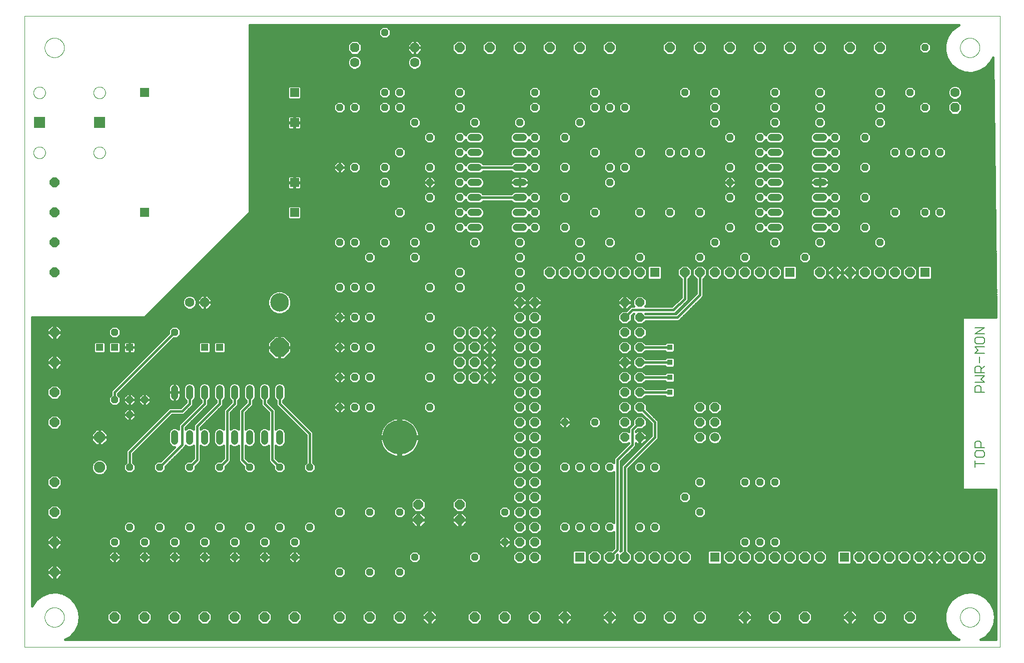
<source format=gbr>
G75*
%MOIN*%
%OFA0B0*%
%FSLAX25Y25*%
%IPPOS*%
%LPD*%
%AMOC8*
5,1,8,0,0,1.08239X$1,22.5*
%
%ADD10C,0.00000*%
%ADD11C,0.00600*%
%ADD12C,0.06000*%
%ADD13OC8,0.06000*%
%ADD14R,0.06496X0.06496*%
%ADD15OC8,0.06496*%
%ADD16C,0.04800*%
%ADD17OC8,0.06300*%
%ADD18C,0.06300*%
%ADD19OC8,0.04800*%
%ADD20R,0.05906X0.05906*%
%ADD21OC8,0.12400*%
%ADD22C,0.12400*%
%ADD23R,0.04724X0.04724*%
%ADD24C,0.07500*%
%ADD25OC8,0.07500*%
%ADD26R,0.07677X0.07677*%
%ADD27C,0.23000*%
%ADD28C,0.01600*%
%ADD29R,0.03543X0.03543*%
D10*
X0001000Y0001000D02*
X0001000Y0422201D01*
X0650921Y0422201D01*
X0650921Y0001000D01*
X0001000Y0001000D01*
X0014504Y0021000D02*
X0014506Y0021161D01*
X0014512Y0021321D01*
X0014522Y0021482D01*
X0014536Y0021642D01*
X0014554Y0021801D01*
X0014575Y0021961D01*
X0014601Y0022119D01*
X0014631Y0022277D01*
X0014664Y0022434D01*
X0014702Y0022591D01*
X0014743Y0022746D01*
X0014788Y0022900D01*
X0014837Y0023053D01*
X0014890Y0023205D01*
X0014946Y0023355D01*
X0015006Y0023504D01*
X0015070Y0023652D01*
X0015137Y0023798D01*
X0015208Y0023942D01*
X0015283Y0024084D01*
X0015361Y0024225D01*
X0015442Y0024363D01*
X0015527Y0024500D01*
X0015616Y0024634D01*
X0015707Y0024766D01*
X0015802Y0024896D01*
X0015900Y0025023D01*
X0016001Y0025148D01*
X0016105Y0025271D01*
X0016212Y0025390D01*
X0016322Y0025507D01*
X0016435Y0025622D01*
X0016551Y0025733D01*
X0016669Y0025842D01*
X0016790Y0025947D01*
X0016914Y0026050D01*
X0017040Y0026150D01*
X0017169Y0026246D01*
X0017300Y0026339D01*
X0017433Y0026429D01*
X0017568Y0026516D01*
X0017706Y0026599D01*
X0017845Y0026678D01*
X0017987Y0026755D01*
X0018130Y0026828D01*
X0018275Y0026897D01*
X0018422Y0026962D01*
X0018570Y0027024D01*
X0018720Y0027083D01*
X0018871Y0027137D01*
X0019023Y0027188D01*
X0019177Y0027235D01*
X0019332Y0027278D01*
X0019487Y0027317D01*
X0019644Y0027353D01*
X0019802Y0027385D01*
X0019960Y0027412D01*
X0020119Y0027436D01*
X0020278Y0027456D01*
X0020438Y0027472D01*
X0020599Y0027484D01*
X0020759Y0027492D01*
X0020920Y0027496D01*
X0021080Y0027496D01*
X0021241Y0027492D01*
X0021401Y0027484D01*
X0021562Y0027472D01*
X0021722Y0027456D01*
X0021881Y0027436D01*
X0022040Y0027412D01*
X0022198Y0027385D01*
X0022356Y0027353D01*
X0022513Y0027317D01*
X0022668Y0027278D01*
X0022823Y0027235D01*
X0022977Y0027188D01*
X0023129Y0027137D01*
X0023280Y0027083D01*
X0023430Y0027024D01*
X0023578Y0026962D01*
X0023725Y0026897D01*
X0023870Y0026828D01*
X0024013Y0026755D01*
X0024155Y0026678D01*
X0024294Y0026599D01*
X0024432Y0026516D01*
X0024567Y0026429D01*
X0024700Y0026339D01*
X0024831Y0026246D01*
X0024960Y0026150D01*
X0025086Y0026050D01*
X0025210Y0025947D01*
X0025331Y0025842D01*
X0025449Y0025733D01*
X0025565Y0025622D01*
X0025678Y0025507D01*
X0025788Y0025390D01*
X0025895Y0025271D01*
X0025999Y0025148D01*
X0026100Y0025023D01*
X0026198Y0024896D01*
X0026293Y0024766D01*
X0026384Y0024634D01*
X0026473Y0024500D01*
X0026558Y0024363D01*
X0026639Y0024225D01*
X0026717Y0024084D01*
X0026792Y0023942D01*
X0026863Y0023798D01*
X0026930Y0023652D01*
X0026994Y0023504D01*
X0027054Y0023355D01*
X0027110Y0023205D01*
X0027163Y0023053D01*
X0027212Y0022900D01*
X0027257Y0022746D01*
X0027298Y0022591D01*
X0027336Y0022434D01*
X0027369Y0022277D01*
X0027399Y0022119D01*
X0027425Y0021961D01*
X0027446Y0021801D01*
X0027464Y0021642D01*
X0027478Y0021482D01*
X0027488Y0021321D01*
X0027494Y0021161D01*
X0027496Y0021000D01*
X0027494Y0020839D01*
X0027488Y0020679D01*
X0027478Y0020518D01*
X0027464Y0020358D01*
X0027446Y0020199D01*
X0027425Y0020039D01*
X0027399Y0019881D01*
X0027369Y0019723D01*
X0027336Y0019566D01*
X0027298Y0019409D01*
X0027257Y0019254D01*
X0027212Y0019100D01*
X0027163Y0018947D01*
X0027110Y0018795D01*
X0027054Y0018645D01*
X0026994Y0018496D01*
X0026930Y0018348D01*
X0026863Y0018202D01*
X0026792Y0018058D01*
X0026717Y0017916D01*
X0026639Y0017775D01*
X0026558Y0017637D01*
X0026473Y0017500D01*
X0026384Y0017366D01*
X0026293Y0017234D01*
X0026198Y0017104D01*
X0026100Y0016977D01*
X0025999Y0016852D01*
X0025895Y0016729D01*
X0025788Y0016610D01*
X0025678Y0016493D01*
X0025565Y0016378D01*
X0025449Y0016267D01*
X0025331Y0016158D01*
X0025210Y0016053D01*
X0025086Y0015950D01*
X0024960Y0015850D01*
X0024831Y0015754D01*
X0024700Y0015661D01*
X0024567Y0015571D01*
X0024432Y0015484D01*
X0024294Y0015401D01*
X0024155Y0015322D01*
X0024013Y0015245D01*
X0023870Y0015172D01*
X0023725Y0015103D01*
X0023578Y0015038D01*
X0023430Y0014976D01*
X0023280Y0014917D01*
X0023129Y0014863D01*
X0022977Y0014812D01*
X0022823Y0014765D01*
X0022668Y0014722D01*
X0022513Y0014683D01*
X0022356Y0014647D01*
X0022198Y0014615D01*
X0022040Y0014588D01*
X0021881Y0014564D01*
X0021722Y0014544D01*
X0021562Y0014528D01*
X0021401Y0014516D01*
X0021241Y0014508D01*
X0021080Y0014504D01*
X0020920Y0014504D01*
X0020759Y0014508D01*
X0020599Y0014516D01*
X0020438Y0014528D01*
X0020278Y0014544D01*
X0020119Y0014564D01*
X0019960Y0014588D01*
X0019802Y0014615D01*
X0019644Y0014647D01*
X0019487Y0014683D01*
X0019332Y0014722D01*
X0019177Y0014765D01*
X0019023Y0014812D01*
X0018871Y0014863D01*
X0018720Y0014917D01*
X0018570Y0014976D01*
X0018422Y0015038D01*
X0018275Y0015103D01*
X0018130Y0015172D01*
X0017987Y0015245D01*
X0017845Y0015322D01*
X0017706Y0015401D01*
X0017568Y0015484D01*
X0017433Y0015571D01*
X0017300Y0015661D01*
X0017169Y0015754D01*
X0017040Y0015850D01*
X0016914Y0015950D01*
X0016790Y0016053D01*
X0016669Y0016158D01*
X0016551Y0016267D01*
X0016435Y0016378D01*
X0016322Y0016493D01*
X0016212Y0016610D01*
X0016105Y0016729D01*
X0016001Y0016852D01*
X0015900Y0016977D01*
X0015802Y0017104D01*
X0015707Y0017234D01*
X0015616Y0017366D01*
X0015527Y0017500D01*
X0015442Y0017637D01*
X0015361Y0017775D01*
X0015283Y0017916D01*
X0015208Y0018058D01*
X0015137Y0018202D01*
X0015070Y0018348D01*
X0015006Y0018496D01*
X0014946Y0018645D01*
X0014890Y0018795D01*
X0014837Y0018947D01*
X0014788Y0019100D01*
X0014743Y0019254D01*
X0014702Y0019409D01*
X0014664Y0019566D01*
X0014631Y0019723D01*
X0014601Y0019881D01*
X0014575Y0020039D01*
X0014554Y0020199D01*
X0014536Y0020358D01*
X0014522Y0020518D01*
X0014512Y0020679D01*
X0014506Y0020839D01*
X0014504Y0021000D01*
X0007063Y0331000D02*
X0007065Y0331125D01*
X0007071Y0331250D01*
X0007081Y0331374D01*
X0007095Y0331498D01*
X0007112Y0331622D01*
X0007134Y0331745D01*
X0007160Y0331867D01*
X0007189Y0331989D01*
X0007222Y0332109D01*
X0007260Y0332228D01*
X0007300Y0332347D01*
X0007345Y0332463D01*
X0007393Y0332578D01*
X0007445Y0332692D01*
X0007501Y0332804D01*
X0007560Y0332914D01*
X0007622Y0333022D01*
X0007688Y0333129D01*
X0007757Y0333233D01*
X0007830Y0333334D01*
X0007905Y0333434D01*
X0007984Y0333531D01*
X0008066Y0333625D01*
X0008151Y0333717D01*
X0008238Y0333806D01*
X0008329Y0333892D01*
X0008422Y0333975D01*
X0008518Y0334056D01*
X0008616Y0334133D01*
X0008716Y0334207D01*
X0008819Y0334278D01*
X0008924Y0334345D01*
X0009032Y0334410D01*
X0009141Y0334470D01*
X0009252Y0334528D01*
X0009365Y0334581D01*
X0009479Y0334631D01*
X0009595Y0334678D01*
X0009712Y0334720D01*
X0009831Y0334759D01*
X0009951Y0334795D01*
X0010072Y0334826D01*
X0010194Y0334854D01*
X0010316Y0334877D01*
X0010440Y0334897D01*
X0010564Y0334913D01*
X0010688Y0334925D01*
X0010813Y0334933D01*
X0010938Y0334937D01*
X0011062Y0334937D01*
X0011187Y0334933D01*
X0011312Y0334925D01*
X0011436Y0334913D01*
X0011560Y0334897D01*
X0011684Y0334877D01*
X0011806Y0334854D01*
X0011928Y0334826D01*
X0012049Y0334795D01*
X0012169Y0334759D01*
X0012288Y0334720D01*
X0012405Y0334678D01*
X0012521Y0334631D01*
X0012635Y0334581D01*
X0012748Y0334528D01*
X0012859Y0334470D01*
X0012969Y0334410D01*
X0013076Y0334345D01*
X0013181Y0334278D01*
X0013284Y0334207D01*
X0013384Y0334133D01*
X0013482Y0334056D01*
X0013578Y0333975D01*
X0013671Y0333892D01*
X0013762Y0333806D01*
X0013849Y0333717D01*
X0013934Y0333625D01*
X0014016Y0333531D01*
X0014095Y0333434D01*
X0014170Y0333334D01*
X0014243Y0333233D01*
X0014312Y0333129D01*
X0014378Y0333022D01*
X0014440Y0332914D01*
X0014499Y0332804D01*
X0014555Y0332692D01*
X0014607Y0332578D01*
X0014655Y0332463D01*
X0014700Y0332347D01*
X0014740Y0332228D01*
X0014778Y0332109D01*
X0014811Y0331989D01*
X0014840Y0331867D01*
X0014866Y0331745D01*
X0014888Y0331622D01*
X0014905Y0331498D01*
X0014919Y0331374D01*
X0014929Y0331250D01*
X0014935Y0331125D01*
X0014937Y0331000D01*
X0014935Y0330875D01*
X0014929Y0330750D01*
X0014919Y0330626D01*
X0014905Y0330502D01*
X0014888Y0330378D01*
X0014866Y0330255D01*
X0014840Y0330133D01*
X0014811Y0330011D01*
X0014778Y0329891D01*
X0014740Y0329772D01*
X0014700Y0329653D01*
X0014655Y0329537D01*
X0014607Y0329422D01*
X0014555Y0329308D01*
X0014499Y0329196D01*
X0014440Y0329086D01*
X0014378Y0328978D01*
X0014312Y0328871D01*
X0014243Y0328767D01*
X0014170Y0328666D01*
X0014095Y0328566D01*
X0014016Y0328469D01*
X0013934Y0328375D01*
X0013849Y0328283D01*
X0013762Y0328194D01*
X0013671Y0328108D01*
X0013578Y0328025D01*
X0013482Y0327944D01*
X0013384Y0327867D01*
X0013284Y0327793D01*
X0013181Y0327722D01*
X0013076Y0327655D01*
X0012968Y0327590D01*
X0012859Y0327530D01*
X0012748Y0327472D01*
X0012635Y0327419D01*
X0012521Y0327369D01*
X0012405Y0327322D01*
X0012288Y0327280D01*
X0012169Y0327241D01*
X0012049Y0327205D01*
X0011928Y0327174D01*
X0011806Y0327146D01*
X0011684Y0327123D01*
X0011560Y0327103D01*
X0011436Y0327087D01*
X0011312Y0327075D01*
X0011187Y0327067D01*
X0011062Y0327063D01*
X0010938Y0327063D01*
X0010813Y0327067D01*
X0010688Y0327075D01*
X0010564Y0327087D01*
X0010440Y0327103D01*
X0010316Y0327123D01*
X0010194Y0327146D01*
X0010072Y0327174D01*
X0009951Y0327205D01*
X0009831Y0327241D01*
X0009712Y0327280D01*
X0009595Y0327322D01*
X0009479Y0327369D01*
X0009365Y0327419D01*
X0009252Y0327472D01*
X0009141Y0327530D01*
X0009031Y0327590D01*
X0008924Y0327655D01*
X0008819Y0327722D01*
X0008716Y0327793D01*
X0008616Y0327867D01*
X0008518Y0327944D01*
X0008422Y0328025D01*
X0008329Y0328108D01*
X0008238Y0328194D01*
X0008151Y0328283D01*
X0008066Y0328375D01*
X0007984Y0328469D01*
X0007905Y0328566D01*
X0007830Y0328666D01*
X0007757Y0328767D01*
X0007688Y0328871D01*
X0007622Y0328978D01*
X0007560Y0329086D01*
X0007501Y0329196D01*
X0007445Y0329308D01*
X0007393Y0329422D01*
X0007345Y0329537D01*
X0007300Y0329653D01*
X0007260Y0329772D01*
X0007222Y0329891D01*
X0007189Y0330011D01*
X0007160Y0330133D01*
X0007134Y0330255D01*
X0007112Y0330378D01*
X0007095Y0330502D01*
X0007081Y0330626D01*
X0007071Y0330750D01*
X0007065Y0330875D01*
X0007063Y0331000D01*
X0047063Y0331000D02*
X0047065Y0331125D01*
X0047071Y0331250D01*
X0047081Y0331374D01*
X0047095Y0331498D01*
X0047112Y0331622D01*
X0047134Y0331745D01*
X0047160Y0331867D01*
X0047189Y0331989D01*
X0047222Y0332109D01*
X0047260Y0332228D01*
X0047300Y0332347D01*
X0047345Y0332463D01*
X0047393Y0332578D01*
X0047445Y0332692D01*
X0047501Y0332804D01*
X0047560Y0332914D01*
X0047622Y0333022D01*
X0047688Y0333129D01*
X0047757Y0333233D01*
X0047830Y0333334D01*
X0047905Y0333434D01*
X0047984Y0333531D01*
X0048066Y0333625D01*
X0048151Y0333717D01*
X0048238Y0333806D01*
X0048329Y0333892D01*
X0048422Y0333975D01*
X0048518Y0334056D01*
X0048616Y0334133D01*
X0048716Y0334207D01*
X0048819Y0334278D01*
X0048924Y0334345D01*
X0049032Y0334410D01*
X0049141Y0334470D01*
X0049252Y0334528D01*
X0049365Y0334581D01*
X0049479Y0334631D01*
X0049595Y0334678D01*
X0049712Y0334720D01*
X0049831Y0334759D01*
X0049951Y0334795D01*
X0050072Y0334826D01*
X0050194Y0334854D01*
X0050316Y0334877D01*
X0050440Y0334897D01*
X0050564Y0334913D01*
X0050688Y0334925D01*
X0050813Y0334933D01*
X0050938Y0334937D01*
X0051062Y0334937D01*
X0051187Y0334933D01*
X0051312Y0334925D01*
X0051436Y0334913D01*
X0051560Y0334897D01*
X0051684Y0334877D01*
X0051806Y0334854D01*
X0051928Y0334826D01*
X0052049Y0334795D01*
X0052169Y0334759D01*
X0052288Y0334720D01*
X0052405Y0334678D01*
X0052521Y0334631D01*
X0052635Y0334581D01*
X0052748Y0334528D01*
X0052859Y0334470D01*
X0052969Y0334410D01*
X0053076Y0334345D01*
X0053181Y0334278D01*
X0053284Y0334207D01*
X0053384Y0334133D01*
X0053482Y0334056D01*
X0053578Y0333975D01*
X0053671Y0333892D01*
X0053762Y0333806D01*
X0053849Y0333717D01*
X0053934Y0333625D01*
X0054016Y0333531D01*
X0054095Y0333434D01*
X0054170Y0333334D01*
X0054243Y0333233D01*
X0054312Y0333129D01*
X0054378Y0333022D01*
X0054440Y0332914D01*
X0054499Y0332804D01*
X0054555Y0332692D01*
X0054607Y0332578D01*
X0054655Y0332463D01*
X0054700Y0332347D01*
X0054740Y0332228D01*
X0054778Y0332109D01*
X0054811Y0331989D01*
X0054840Y0331867D01*
X0054866Y0331745D01*
X0054888Y0331622D01*
X0054905Y0331498D01*
X0054919Y0331374D01*
X0054929Y0331250D01*
X0054935Y0331125D01*
X0054937Y0331000D01*
X0054935Y0330875D01*
X0054929Y0330750D01*
X0054919Y0330626D01*
X0054905Y0330502D01*
X0054888Y0330378D01*
X0054866Y0330255D01*
X0054840Y0330133D01*
X0054811Y0330011D01*
X0054778Y0329891D01*
X0054740Y0329772D01*
X0054700Y0329653D01*
X0054655Y0329537D01*
X0054607Y0329422D01*
X0054555Y0329308D01*
X0054499Y0329196D01*
X0054440Y0329086D01*
X0054378Y0328978D01*
X0054312Y0328871D01*
X0054243Y0328767D01*
X0054170Y0328666D01*
X0054095Y0328566D01*
X0054016Y0328469D01*
X0053934Y0328375D01*
X0053849Y0328283D01*
X0053762Y0328194D01*
X0053671Y0328108D01*
X0053578Y0328025D01*
X0053482Y0327944D01*
X0053384Y0327867D01*
X0053284Y0327793D01*
X0053181Y0327722D01*
X0053076Y0327655D01*
X0052968Y0327590D01*
X0052859Y0327530D01*
X0052748Y0327472D01*
X0052635Y0327419D01*
X0052521Y0327369D01*
X0052405Y0327322D01*
X0052288Y0327280D01*
X0052169Y0327241D01*
X0052049Y0327205D01*
X0051928Y0327174D01*
X0051806Y0327146D01*
X0051684Y0327123D01*
X0051560Y0327103D01*
X0051436Y0327087D01*
X0051312Y0327075D01*
X0051187Y0327067D01*
X0051062Y0327063D01*
X0050938Y0327063D01*
X0050813Y0327067D01*
X0050688Y0327075D01*
X0050564Y0327087D01*
X0050440Y0327103D01*
X0050316Y0327123D01*
X0050194Y0327146D01*
X0050072Y0327174D01*
X0049951Y0327205D01*
X0049831Y0327241D01*
X0049712Y0327280D01*
X0049595Y0327322D01*
X0049479Y0327369D01*
X0049365Y0327419D01*
X0049252Y0327472D01*
X0049141Y0327530D01*
X0049031Y0327590D01*
X0048924Y0327655D01*
X0048819Y0327722D01*
X0048716Y0327793D01*
X0048616Y0327867D01*
X0048518Y0327944D01*
X0048422Y0328025D01*
X0048329Y0328108D01*
X0048238Y0328194D01*
X0048151Y0328283D01*
X0048066Y0328375D01*
X0047984Y0328469D01*
X0047905Y0328566D01*
X0047830Y0328666D01*
X0047757Y0328767D01*
X0047688Y0328871D01*
X0047622Y0328978D01*
X0047560Y0329086D01*
X0047501Y0329196D01*
X0047445Y0329308D01*
X0047393Y0329422D01*
X0047345Y0329537D01*
X0047300Y0329653D01*
X0047260Y0329772D01*
X0047222Y0329891D01*
X0047189Y0330011D01*
X0047160Y0330133D01*
X0047134Y0330255D01*
X0047112Y0330378D01*
X0047095Y0330502D01*
X0047081Y0330626D01*
X0047071Y0330750D01*
X0047065Y0330875D01*
X0047063Y0331000D01*
X0047063Y0371000D02*
X0047065Y0371125D01*
X0047071Y0371250D01*
X0047081Y0371374D01*
X0047095Y0371498D01*
X0047112Y0371622D01*
X0047134Y0371745D01*
X0047160Y0371867D01*
X0047189Y0371989D01*
X0047222Y0372109D01*
X0047260Y0372228D01*
X0047300Y0372347D01*
X0047345Y0372463D01*
X0047393Y0372578D01*
X0047445Y0372692D01*
X0047501Y0372804D01*
X0047560Y0372914D01*
X0047622Y0373022D01*
X0047688Y0373129D01*
X0047757Y0373233D01*
X0047830Y0373334D01*
X0047905Y0373434D01*
X0047984Y0373531D01*
X0048066Y0373625D01*
X0048151Y0373717D01*
X0048238Y0373806D01*
X0048329Y0373892D01*
X0048422Y0373975D01*
X0048518Y0374056D01*
X0048616Y0374133D01*
X0048716Y0374207D01*
X0048819Y0374278D01*
X0048924Y0374345D01*
X0049032Y0374410D01*
X0049141Y0374470D01*
X0049252Y0374528D01*
X0049365Y0374581D01*
X0049479Y0374631D01*
X0049595Y0374678D01*
X0049712Y0374720D01*
X0049831Y0374759D01*
X0049951Y0374795D01*
X0050072Y0374826D01*
X0050194Y0374854D01*
X0050316Y0374877D01*
X0050440Y0374897D01*
X0050564Y0374913D01*
X0050688Y0374925D01*
X0050813Y0374933D01*
X0050938Y0374937D01*
X0051062Y0374937D01*
X0051187Y0374933D01*
X0051312Y0374925D01*
X0051436Y0374913D01*
X0051560Y0374897D01*
X0051684Y0374877D01*
X0051806Y0374854D01*
X0051928Y0374826D01*
X0052049Y0374795D01*
X0052169Y0374759D01*
X0052288Y0374720D01*
X0052405Y0374678D01*
X0052521Y0374631D01*
X0052635Y0374581D01*
X0052748Y0374528D01*
X0052859Y0374470D01*
X0052969Y0374410D01*
X0053076Y0374345D01*
X0053181Y0374278D01*
X0053284Y0374207D01*
X0053384Y0374133D01*
X0053482Y0374056D01*
X0053578Y0373975D01*
X0053671Y0373892D01*
X0053762Y0373806D01*
X0053849Y0373717D01*
X0053934Y0373625D01*
X0054016Y0373531D01*
X0054095Y0373434D01*
X0054170Y0373334D01*
X0054243Y0373233D01*
X0054312Y0373129D01*
X0054378Y0373022D01*
X0054440Y0372914D01*
X0054499Y0372804D01*
X0054555Y0372692D01*
X0054607Y0372578D01*
X0054655Y0372463D01*
X0054700Y0372347D01*
X0054740Y0372228D01*
X0054778Y0372109D01*
X0054811Y0371989D01*
X0054840Y0371867D01*
X0054866Y0371745D01*
X0054888Y0371622D01*
X0054905Y0371498D01*
X0054919Y0371374D01*
X0054929Y0371250D01*
X0054935Y0371125D01*
X0054937Y0371000D01*
X0054935Y0370875D01*
X0054929Y0370750D01*
X0054919Y0370626D01*
X0054905Y0370502D01*
X0054888Y0370378D01*
X0054866Y0370255D01*
X0054840Y0370133D01*
X0054811Y0370011D01*
X0054778Y0369891D01*
X0054740Y0369772D01*
X0054700Y0369653D01*
X0054655Y0369537D01*
X0054607Y0369422D01*
X0054555Y0369308D01*
X0054499Y0369196D01*
X0054440Y0369086D01*
X0054378Y0368978D01*
X0054312Y0368871D01*
X0054243Y0368767D01*
X0054170Y0368666D01*
X0054095Y0368566D01*
X0054016Y0368469D01*
X0053934Y0368375D01*
X0053849Y0368283D01*
X0053762Y0368194D01*
X0053671Y0368108D01*
X0053578Y0368025D01*
X0053482Y0367944D01*
X0053384Y0367867D01*
X0053284Y0367793D01*
X0053181Y0367722D01*
X0053076Y0367655D01*
X0052968Y0367590D01*
X0052859Y0367530D01*
X0052748Y0367472D01*
X0052635Y0367419D01*
X0052521Y0367369D01*
X0052405Y0367322D01*
X0052288Y0367280D01*
X0052169Y0367241D01*
X0052049Y0367205D01*
X0051928Y0367174D01*
X0051806Y0367146D01*
X0051684Y0367123D01*
X0051560Y0367103D01*
X0051436Y0367087D01*
X0051312Y0367075D01*
X0051187Y0367067D01*
X0051062Y0367063D01*
X0050938Y0367063D01*
X0050813Y0367067D01*
X0050688Y0367075D01*
X0050564Y0367087D01*
X0050440Y0367103D01*
X0050316Y0367123D01*
X0050194Y0367146D01*
X0050072Y0367174D01*
X0049951Y0367205D01*
X0049831Y0367241D01*
X0049712Y0367280D01*
X0049595Y0367322D01*
X0049479Y0367369D01*
X0049365Y0367419D01*
X0049252Y0367472D01*
X0049141Y0367530D01*
X0049031Y0367590D01*
X0048924Y0367655D01*
X0048819Y0367722D01*
X0048716Y0367793D01*
X0048616Y0367867D01*
X0048518Y0367944D01*
X0048422Y0368025D01*
X0048329Y0368108D01*
X0048238Y0368194D01*
X0048151Y0368283D01*
X0048066Y0368375D01*
X0047984Y0368469D01*
X0047905Y0368566D01*
X0047830Y0368666D01*
X0047757Y0368767D01*
X0047688Y0368871D01*
X0047622Y0368978D01*
X0047560Y0369086D01*
X0047501Y0369196D01*
X0047445Y0369308D01*
X0047393Y0369422D01*
X0047345Y0369537D01*
X0047300Y0369653D01*
X0047260Y0369772D01*
X0047222Y0369891D01*
X0047189Y0370011D01*
X0047160Y0370133D01*
X0047134Y0370255D01*
X0047112Y0370378D01*
X0047095Y0370502D01*
X0047081Y0370626D01*
X0047071Y0370750D01*
X0047065Y0370875D01*
X0047063Y0371000D01*
X0007063Y0371000D02*
X0007065Y0371125D01*
X0007071Y0371250D01*
X0007081Y0371374D01*
X0007095Y0371498D01*
X0007112Y0371622D01*
X0007134Y0371745D01*
X0007160Y0371867D01*
X0007189Y0371989D01*
X0007222Y0372109D01*
X0007260Y0372228D01*
X0007300Y0372347D01*
X0007345Y0372463D01*
X0007393Y0372578D01*
X0007445Y0372692D01*
X0007501Y0372804D01*
X0007560Y0372914D01*
X0007622Y0373022D01*
X0007688Y0373129D01*
X0007757Y0373233D01*
X0007830Y0373334D01*
X0007905Y0373434D01*
X0007984Y0373531D01*
X0008066Y0373625D01*
X0008151Y0373717D01*
X0008238Y0373806D01*
X0008329Y0373892D01*
X0008422Y0373975D01*
X0008518Y0374056D01*
X0008616Y0374133D01*
X0008716Y0374207D01*
X0008819Y0374278D01*
X0008924Y0374345D01*
X0009032Y0374410D01*
X0009141Y0374470D01*
X0009252Y0374528D01*
X0009365Y0374581D01*
X0009479Y0374631D01*
X0009595Y0374678D01*
X0009712Y0374720D01*
X0009831Y0374759D01*
X0009951Y0374795D01*
X0010072Y0374826D01*
X0010194Y0374854D01*
X0010316Y0374877D01*
X0010440Y0374897D01*
X0010564Y0374913D01*
X0010688Y0374925D01*
X0010813Y0374933D01*
X0010938Y0374937D01*
X0011062Y0374937D01*
X0011187Y0374933D01*
X0011312Y0374925D01*
X0011436Y0374913D01*
X0011560Y0374897D01*
X0011684Y0374877D01*
X0011806Y0374854D01*
X0011928Y0374826D01*
X0012049Y0374795D01*
X0012169Y0374759D01*
X0012288Y0374720D01*
X0012405Y0374678D01*
X0012521Y0374631D01*
X0012635Y0374581D01*
X0012748Y0374528D01*
X0012859Y0374470D01*
X0012969Y0374410D01*
X0013076Y0374345D01*
X0013181Y0374278D01*
X0013284Y0374207D01*
X0013384Y0374133D01*
X0013482Y0374056D01*
X0013578Y0373975D01*
X0013671Y0373892D01*
X0013762Y0373806D01*
X0013849Y0373717D01*
X0013934Y0373625D01*
X0014016Y0373531D01*
X0014095Y0373434D01*
X0014170Y0373334D01*
X0014243Y0373233D01*
X0014312Y0373129D01*
X0014378Y0373022D01*
X0014440Y0372914D01*
X0014499Y0372804D01*
X0014555Y0372692D01*
X0014607Y0372578D01*
X0014655Y0372463D01*
X0014700Y0372347D01*
X0014740Y0372228D01*
X0014778Y0372109D01*
X0014811Y0371989D01*
X0014840Y0371867D01*
X0014866Y0371745D01*
X0014888Y0371622D01*
X0014905Y0371498D01*
X0014919Y0371374D01*
X0014929Y0371250D01*
X0014935Y0371125D01*
X0014937Y0371000D01*
X0014935Y0370875D01*
X0014929Y0370750D01*
X0014919Y0370626D01*
X0014905Y0370502D01*
X0014888Y0370378D01*
X0014866Y0370255D01*
X0014840Y0370133D01*
X0014811Y0370011D01*
X0014778Y0369891D01*
X0014740Y0369772D01*
X0014700Y0369653D01*
X0014655Y0369537D01*
X0014607Y0369422D01*
X0014555Y0369308D01*
X0014499Y0369196D01*
X0014440Y0369086D01*
X0014378Y0368978D01*
X0014312Y0368871D01*
X0014243Y0368767D01*
X0014170Y0368666D01*
X0014095Y0368566D01*
X0014016Y0368469D01*
X0013934Y0368375D01*
X0013849Y0368283D01*
X0013762Y0368194D01*
X0013671Y0368108D01*
X0013578Y0368025D01*
X0013482Y0367944D01*
X0013384Y0367867D01*
X0013284Y0367793D01*
X0013181Y0367722D01*
X0013076Y0367655D01*
X0012968Y0367590D01*
X0012859Y0367530D01*
X0012748Y0367472D01*
X0012635Y0367419D01*
X0012521Y0367369D01*
X0012405Y0367322D01*
X0012288Y0367280D01*
X0012169Y0367241D01*
X0012049Y0367205D01*
X0011928Y0367174D01*
X0011806Y0367146D01*
X0011684Y0367123D01*
X0011560Y0367103D01*
X0011436Y0367087D01*
X0011312Y0367075D01*
X0011187Y0367067D01*
X0011062Y0367063D01*
X0010938Y0367063D01*
X0010813Y0367067D01*
X0010688Y0367075D01*
X0010564Y0367087D01*
X0010440Y0367103D01*
X0010316Y0367123D01*
X0010194Y0367146D01*
X0010072Y0367174D01*
X0009951Y0367205D01*
X0009831Y0367241D01*
X0009712Y0367280D01*
X0009595Y0367322D01*
X0009479Y0367369D01*
X0009365Y0367419D01*
X0009252Y0367472D01*
X0009141Y0367530D01*
X0009031Y0367590D01*
X0008924Y0367655D01*
X0008819Y0367722D01*
X0008716Y0367793D01*
X0008616Y0367867D01*
X0008518Y0367944D01*
X0008422Y0368025D01*
X0008329Y0368108D01*
X0008238Y0368194D01*
X0008151Y0368283D01*
X0008066Y0368375D01*
X0007984Y0368469D01*
X0007905Y0368566D01*
X0007830Y0368666D01*
X0007757Y0368767D01*
X0007688Y0368871D01*
X0007622Y0368978D01*
X0007560Y0369086D01*
X0007501Y0369196D01*
X0007445Y0369308D01*
X0007393Y0369422D01*
X0007345Y0369537D01*
X0007300Y0369653D01*
X0007260Y0369772D01*
X0007222Y0369891D01*
X0007189Y0370011D01*
X0007160Y0370133D01*
X0007134Y0370255D01*
X0007112Y0370378D01*
X0007095Y0370502D01*
X0007081Y0370626D01*
X0007071Y0370750D01*
X0007065Y0370875D01*
X0007063Y0371000D01*
X0014504Y0401000D02*
X0014506Y0401161D01*
X0014512Y0401321D01*
X0014522Y0401482D01*
X0014536Y0401642D01*
X0014554Y0401801D01*
X0014575Y0401961D01*
X0014601Y0402119D01*
X0014631Y0402277D01*
X0014664Y0402434D01*
X0014702Y0402591D01*
X0014743Y0402746D01*
X0014788Y0402900D01*
X0014837Y0403053D01*
X0014890Y0403205D01*
X0014946Y0403355D01*
X0015006Y0403504D01*
X0015070Y0403652D01*
X0015137Y0403798D01*
X0015208Y0403942D01*
X0015283Y0404084D01*
X0015361Y0404225D01*
X0015442Y0404363D01*
X0015527Y0404500D01*
X0015616Y0404634D01*
X0015707Y0404766D01*
X0015802Y0404896D01*
X0015900Y0405023D01*
X0016001Y0405148D01*
X0016105Y0405271D01*
X0016212Y0405390D01*
X0016322Y0405507D01*
X0016435Y0405622D01*
X0016551Y0405733D01*
X0016669Y0405842D01*
X0016790Y0405947D01*
X0016914Y0406050D01*
X0017040Y0406150D01*
X0017169Y0406246D01*
X0017300Y0406339D01*
X0017433Y0406429D01*
X0017568Y0406516D01*
X0017706Y0406599D01*
X0017845Y0406678D01*
X0017987Y0406755D01*
X0018130Y0406828D01*
X0018275Y0406897D01*
X0018422Y0406962D01*
X0018570Y0407024D01*
X0018720Y0407083D01*
X0018871Y0407137D01*
X0019023Y0407188D01*
X0019177Y0407235D01*
X0019332Y0407278D01*
X0019487Y0407317D01*
X0019644Y0407353D01*
X0019802Y0407385D01*
X0019960Y0407412D01*
X0020119Y0407436D01*
X0020278Y0407456D01*
X0020438Y0407472D01*
X0020599Y0407484D01*
X0020759Y0407492D01*
X0020920Y0407496D01*
X0021080Y0407496D01*
X0021241Y0407492D01*
X0021401Y0407484D01*
X0021562Y0407472D01*
X0021722Y0407456D01*
X0021881Y0407436D01*
X0022040Y0407412D01*
X0022198Y0407385D01*
X0022356Y0407353D01*
X0022513Y0407317D01*
X0022668Y0407278D01*
X0022823Y0407235D01*
X0022977Y0407188D01*
X0023129Y0407137D01*
X0023280Y0407083D01*
X0023430Y0407024D01*
X0023578Y0406962D01*
X0023725Y0406897D01*
X0023870Y0406828D01*
X0024013Y0406755D01*
X0024155Y0406678D01*
X0024294Y0406599D01*
X0024432Y0406516D01*
X0024567Y0406429D01*
X0024700Y0406339D01*
X0024831Y0406246D01*
X0024960Y0406150D01*
X0025086Y0406050D01*
X0025210Y0405947D01*
X0025331Y0405842D01*
X0025449Y0405733D01*
X0025565Y0405622D01*
X0025678Y0405507D01*
X0025788Y0405390D01*
X0025895Y0405271D01*
X0025999Y0405148D01*
X0026100Y0405023D01*
X0026198Y0404896D01*
X0026293Y0404766D01*
X0026384Y0404634D01*
X0026473Y0404500D01*
X0026558Y0404363D01*
X0026639Y0404225D01*
X0026717Y0404084D01*
X0026792Y0403942D01*
X0026863Y0403798D01*
X0026930Y0403652D01*
X0026994Y0403504D01*
X0027054Y0403355D01*
X0027110Y0403205D01*
X0027163Y0403053D01*
X0027212Y0402900D01*
X0027257Y0402746D01*
X0027298Y0402591D01*
X0027336Y0402434D01*
X0027369Y0402277D01*
X0027399Y0402119D01*
X0027425Y0401961D01*
X0027446Y0401801D01*
X0027464Y0401642D01*
X0027478Y0401482D01*
X0027488Y0401321D01*
X0027494Y0401161D01*
X0027496Y0401000D01*
X0027494Y0400839D01*
X0027488Y0400679D01*
X0027478Y0400518D01*
X0027464Y0400358D01*
X0027446Y0400199D01*
X0027425Y0400039D01*
X0027399Y0399881D01*
X0027369Y0399723D01*
X0027336Y0399566D01*
X0027298Y0399409D01*
X0027257Y0399254D01*
X0027212Y0399100D01*
X0027163Y0398947D01*
X0027110Y0398795D01*
X0027054Y0398645D01*
X0026994Y0398496D01*
X0026930Y0398348D01*
X0026863Y0398202D01*
X0026792Y0398058D01*
X0026717Y0397916D01*
X0026639Y0397775D01*
X0026558Y0397637D01*
X0026473Y0397500D01*
X0026384Y0397366D01*
X0026293Y0397234D01*
X0026198Y0397104D01*
X0026100Y0396977D01*
X0025999Y0396852D01*
X0025895Y0396729D01*
X0025788Y0396610D01*
X0025678Y0396493D01*
X0025565Y0396378D01*
X0025449Y0396267D01*
X0025331Y0396158D01*
X0025210Y0396053D01*
X0025086Y0395950D01*
X0024960Y0395850D01*
X0024831Y0395754D01*
X0024700Y0395661D01*
X0024567Y0395571D01*
X0024432Y0395484D01*
X0024294Y0395401D01*
X0024155Y0395322D01*
X0024013Y0395245D01*
X0023870Y0395172D01*
X0023725Y0395103D01*
X0023578Y0395038D01*
X0023430Y0394976D01*
X0023280Y0394917D01*
X0023129Y0394863D01*
X0022977Y0394812D01*
X0022823Y0394765D01*
X0022668Y0394722D01*
X0022513Y0394683D01*
X0022356Y0394647D01*
X0022198Y0394615D01*
X0022040Y0394588D01*
X0021881Y0394564D01*
X0021722Y0394544D01*
X0021562Y0394528D01*
X0021401Y0394516D01*
X0021241Y0394508D01*
X0021080Y0394504D01*
X0020920Y0394504D01*
X0020759Y0394508D01*
X0020599Y0394516D01*
X0020438Y0394528D01*
X0020278Y0394544D01*
X0020119Y0394564D01*
X0019960Y0394588D01*
X0019802Y0394615D01*
X0019644Y0394647D01*
X0019487Y0394683D01*
X0019332Y0394722D01*
X0019177Y0394765D01*
X0019023Y0394812D01*
X0018871Y0394863D01*
X0018720Y0394917D01*
X0018570Y0394976D01*
X0018422Y0395038D01*
X0018275Y0395103D01*
X0018130Y0395172D01*
X0017987Y0395245D01*
X0017845Y0395322D01*
X0017706Y0395401D01*
X0017568Y0395484D01*
X0017433Y0395571D01*
X0017300Y0395661D01*
X0017169Y0395754D01*
X0017040Y0395850D01*
X0016914Y0395950D01*
X0016790Y0396053D01*
X0016669Y0396158D01*
X0016551Y0396267D01*
X0016435Y0396378D01*
X0016322Y0396493D01*
X0016212Y0396610D01*
X0016105Y0396729D01*
X0016001Y0396852D01*
X0015900Y0396977D01*
X0015802Y0397104D01*
X0015707Y0397234D01*
X0015616Y0397366D01*
X0015527Y0397500D01*
X0015442Y0397637D01*
X0015361Y0397775D01*
X0015283Y0397916D01*
X0015208Y0398058D01*
X0015137Y0398202D01*
X0015070Y0398348D01*
X0015006Y0398496D01*
X0014946Y0398645D01*
X0014890Y0398795D01*
X0014837Y0398947D01*
X0014788Y0399100D01*
X0014743Y0399254D01*
X0014702Y0399409D01*
X0014664Y0399566D01*
X0014631Y0399723D01*
X0014601Y0399881D01*
X0014575Y0400039D01*
X0014554Y0400199D01*
X0014536Y0400358D01*
X0014522Y0400518D01*
X0014512Y0400679D01*
X0014506Y0400839D01*
X0014504Y0401000D01*
X0624504Y0401000D02*
X0624506Y0401161D01*
X0624512Y0401321D01*
X0624522Y0401482D01*
X0624536Y0401642D01*
X0624554Y0401801D01*
X0624575Y0401961D01*
X0624601Y0402119D01*
X0624631Y0402277D01*
X0624664Y0402434D01*
X0624702Y0402591D01*
X0624743Y0402746D01*
X0624788Y0402900D01*
X0624837Y0403053D01*
X0624890Y0403205D01*
X0624946Y0403355D01*
X0625006Y0403504D01*
X0625070Y0403652D01*
X0625137Y0403798D01*
X0625208Y0403942D01*
X0625283Y0404084D01*
X0625361Y0404225D01*
X0625442Y0404363D01*
X0625527Y0404500D01*
X0625616Y0404634D01*
X0625707Y0404766D01*
X0625802Y0404896D01*
X0625900Y0405023D01*
X0626001Y0405148D01*
X0626105Y0405271D01*
X0626212Y0405390D01*
X0626322Y0405507D01*
X0626435Y0405622D01*
X0626551Y0405733D01*
X0626669Y0405842D01*
X0626790Y0405947D01*
X0626914Y0406050D01*
X0627040Y0406150D01*
X0627169Y0406246D01*
X0627300Y0406339D01*
X0627433Y0406429D01*
X0627568Y0406516D01*
X0627706Y0406599D01*
X0627845Y0406678D01*
X0627987Y0406755D01*
X0628130Y0406828D01*
X0628275Y0406897D01*
X0628422Y0406962D01*
X0628570Y0407024D01*
X0628720Y0407083D01*
X0628871Y0407137D01*
X0629023Y0407188D01*
X0629177Y0407235D01*
X0629332Y0407278D01*
X0629487Y0407317D01*
X0629644Y0407353D01*
X0629802Y0407385D01*
X0629960Y0407412D01*
X0630119Y0407436D01*
X0630278Y0407456D01*
X0630438Y0407472D01*
X0630599Y0407484D01*
X0630759Y0407492D01*
X0630920Y0407496D01*
X0631080Y0407496D01*
X0631241Y0407492D01*
X0631401Y0407484D01*
X0631562Y0407472D01*
X0631722Y0407456D01*
X0631881Y0407436D01*
X0632040Y0407412D01*
X0632198Y0407385D01*
X0632356Y0407353D01*
X0632513Y0407317D01*
X0632668Y0407278D01*
X0632823Y0407235D01*
X0632977Y0407188D01*
X0633129Y0407137D01*
X0633280Y0407083D01*
X0633430Y0407024D01*
X0633578Y0406962D01*
X0633725Y0406897D01*
X0633870Y0406828D01*
X0634013Y0406755D01*
X0634155Y0406678D01*
X0634294Y0406599D01*
X0634432Y0406516D01*
X0634567Y0406429D01*
X0634700Y0406339D01*
X0634831Y0406246D01*
X0634960Y0406150D01*
X0635086Y0406050D01*
X0635210Y0405947D01*
X0635331Y0405842D01*
X0635449Y0405733D01*
X0635565Y0405622D01*
X0635678Y0405507D01*
X0635788Y0405390D01*
X0635895Y0405271D01*
X0635999Y0405148D01*
X0636100Y0405023D01*
X0636198Y0404896D01*
X0636293Y0404766D01*
X0636384Y0404634D01*
X0636473Y0404500D01*
X0636558Y0404363D01*
X0636639Y0404225D01*
X0636717Y0404084D01*
X0636792Y0403942D01*
X0636863Y0403798D01*
X0636930Y0403652D01*
X0636994Y0403504D01*
X0637054Y0403355D01*
X0637110Y0403205D01*
X0637163Y0403053D01*
X0637212Y0402900D01*
X0637257Y0402746D01*
X0637298Y0402591D01*
X0637336Y0402434D01*
X0637369Y0402277D01*
X0637399Y0402119D01*
X0637425Y0401961D01*
X0637446Y0401801D01*
X0637464Y0401642D01*
X0637478Y0401482D01*
X0637488Y0401321D01*
X0637494Y0401161D01*
X0637496Y0401000D01*
X0637494Y0400839D01*
X0637488Y0400679D01*
X0637478Y0400518D01*
X0637464Y0400358D01*
X0637446Y0400199D01*
X0637425Y0400039D01*
X0637399Y0399881D01*
X0637369Y0399723D01*
X0637336Y0399566D01*
X0637298Y0399409D01*
X0637257Y0399254D01*
X0637212Y0399100D01*
X0637163Y0398947D01*
X0637110Y0398795D01*
X0637054Y0398645D01*
X0636994Y0398496D01*
X0636930Y0398348D01*
X0636863Y0398202D01*
X0636792Y0398058D01*
X0636717Y0397916D01*
X0636639Y0397775D01*
X0636558Y0397637D01*
X0636473Y0397500D01*
X0636384Y0397366D01*
X0636293Y0397234D01*
X0636198Y0397104D01*
X0636100Y0396977D01*
X0635999Y0396852D01*
X0635895Y0396729D01*
X0635788Y0396610D01*
X0635678Y0396493D01*
X0635565Y0396378D01*
X0635449Y0396267D01*
X0635331Y0396158D01*
X0635210Y0396053D01*
X0635086Y0395950D01*
X0634960Y0395850D01*
X0634831Y0395754D01*
X0634700Y0395661D01*
X0634567Y0395571D01*
X0634432Y0395484D01*
X0634294Y0395401D01*
X0634155Y0395322D01*
X0634013Y0395245D01*
X0633870Y0395172D01*
X0633725Y0395103D01*
X0633578Y0395038D01*
X0633430Y0394976D01*
X0633280Y0394917D01*
X0633129Y0394863D01*
X0632977Y0394812D01*
X0632823Y0394765D01*
X0632668Y0394722D01*
X0632513Y0394683D01*
X0632356Y0394647D01*
X0632198Y0394615D01*
X0632040Y0394588D01*
X0631881Y0394564D01*
X0631722Y0394544D01*
X0631562Y0394528D01*
X0631401Y0394516D01*
X0631241Y0394508D01*
X0631080Y0394504D01*
X0630920Y0394504D01*
X0630759Y0394508D01*
X0630599Y0394516D01*
X0630438Y0394528D01*
X0630278Y0394544D01*
X0630119Y0394564D01*
X0629960Y0394588D01*
X0629802Y0394615D01*
X0629644Y0394647D01*
X0629487Y0394683D01*
X0629332Y0394722D01*
X0629177Y0394765D01*
X0629023Y0394812D01*
X0628871Y0394863D01*
X0628720Y0394917D01*
X0628570Y0394976D01*
X0628422Y0395038D01*
X0628275Y0395103D01*
X0628130Y0395172D01*
X0627987Y0395245D01*
X0627845Y0395322D01*
X0627706Y0395401D01*
X0627568Y0395484D01*
X0627433Y0395571D01*
X0627300Y0395661D01*
X0627169Y0395754D01*
X0627040Y0395850D01*
X0626914Y0395950D01*
X0626790Y0396053D01*
X0626669Y0396158D01*
X0626551Y0396267D01*
X0626435Y0396378D01*
X0626322Y0396493D01*
X0626212Y0396610D01*
X0626105Y0396729D01*
X0626001Y0396852D01*
X0625900Y0396977D01*
X0625802Y0397104D01*
X0625707Y0397234D01*
X0625616Y0397366D01*
X0625527Y0397500D01*
X0625442Y0397637D01*
X0625361Y0397775D01*
X0625283Y0397916D01*
X0625208Y0398058D01*
X0625137Y0398202D01*
X0625070Y0398348D01*
X0625006Y0398496D01*
X0624946Y0398645D01*
X0624890Y0398795D01*
X0624837Y0398947D01*
X0624788Y0399100D01*
X0624743Y0399254D01*
X0624702Y0399409D01*
X0624664Y0399566D01*
X0624631Y0399723D01*
X0624601Y0399881D01*
X0624575Y0400039D01*
X0624554Y0400199D01*
X0624536Y0400358D01*
X0624522Y0400518D01*
X0624512Y0400679D01*
X0624506Y0400839D01*
X0624504Y0401000D01*
X0624504Y0021000D02*
X0624506Y0021161D01*
X0624512Y0021321D01*
X0624522Y0021482D01*
X0624536Y0021642D01*
X0624554Y0021801D01*
X0624575Y0021961D01*
X0624601Y0022119D01*
X0624631Y0022277D01*
X0624664Y0022434D01*
X0624702Y0022591D01*
X0624743Y0022746D01*
X0624788Y0022900D01*
X0624837Y0023053D01*
X0624890Y0023205D01*
X0624946Y0023355D01*
X0625006Y0023504D01*
X0625070Y0023652D01*
X0625137Y0023798D01*
X0625208Y0023942D01*
X0625283Y0024084D01*
X0625361Y0024225D01*
X0625442Y0024363D01*
X0625527Y0024500D01*
X0625616Y0024634D01*
X0625707Y0024766D01*
X0625802Y0024896D01*
X0625900Y0025023D01*
X0626001Y0025148D01*
X0626105Y0025271D01*
X0626212Y0025390D01*
X0626322Y0025507D01*
X0626435Y0025622D01*
X0626551Y0025733D01*
X0626669Y0025842D01*
X0626790Y0025947D01*
X0626914Y0026050D01*
X0627040Y0026150D01*
X0627169Y0026246D01*
X0627300Y0026339D01*
X0627433Y0026429D01*
X0627568Y0026516D01*
X0627706Y0026599D01*
X0627845Y0026678D01*
X0627987Y0026755D01*
X0628130Y0026828D01*
X0628275Y0026897D01*
X0628422Y0026962D01*
X0628570Y0027024D01*
X0628720Y0027083D01*
X0628871Y0027137D01*
X0629023Y0027188D01*
X0629177Y0027235D01*
X0629332Y0027278D01*
X0629487Y0027317D01*
X0629644Y0027353D01*
X0629802Y0027385D01*
X0629960Y0027412D01*
X0630119Y0027436D01*
X0630278Y0027456D01*
X0630438Y0027472D01*
X0630599Y0027484D01*
X0630759Y0027492D01*
X0630920Y0027496D01*
X0631080Y0027496D01*
X0631241Y0027492D01*
X0631401Y0027484D01*
X0631562Y0027472D01*
X0631722Y0027456D01*
X0631881Y0027436D01*
X0632040Y0027412D01*
X0632198Y0027385D01*
X0632356Y0027353D01*
X0632513Y0027317D01*
X0632668Y0027278D01*
X0632823Y0027235D01*
X0632977Y0027188D01*
X0633129Y0027137D01*
X0633280Y0027083D01*
X0633430Y0027024D01*
X0633578Y0026962D01*
X0633725Y0026897D01*
X0633870Y0026828D01*
X0634013Y0026755D01*
X0634155Y0026678D01*
X0634294Y0026599D01*
X0634432Y0026516D01*
X0634567Y0026429D01*
X0634700Y0026339D01*
X0634831Y0026246D01*
X0634960Y0026150D01*
X0635086Y0026050D01*
X0635210Y0025947D01*
X0635331Y0025842D01*
X0635449Y0025733D01*
X0635565Y0025622D01*
X0635678Y0025507D01*
X0635788Y0025390D01*
X0635895Y0025271D01*
X0635999Y0025148D01*
X0636100Y0025023D01*
X0636198Y0024896D01*
X0636293Y0024766D01*
X0636384Y0024634D01*
X0636473Y0024500D01*
X0636558Y0024363D01*
X0636639Y0024225D01*
X0636717Y0024084D01*
X0636792Y0023942D01*
X0636863Y0023798D01*
X0636930Y0023652D01*
X0636994Y0023504D01*
X0637054Y0023355D01*
X0637110Y0023205D01*
X0637163Y0023053D01*
X0637212Y0022900D01*
X0637257Y0022746D01*
X0637298Y0022591D01*
X0637336Y0022434D01*
X0637369Y0022277D01*
X0637399Y0022119D01*
X0637425Y0021961D01*
X0637446Y0021801D01*
X0637464Y0021642D01*
X0637478Y0021482D01*
X0637488Y0021321D01*
X0637494Y0021161D01*
X0637496Y0021000D01*
X0637494Y0020839D01*
X0637488Y0020679D01*
X0637478Y0020518D01*
X0637464Y0020358D01*
X0637446Y0020199D01*
X0637425Y0020039D01*
X0637399Y0019881D01*
X0637369Y0019723D01*
X0637336Y0019566D01*
X0637298Y0019409D01*
X0637257Y0019254D01*
X0637212Y0019100D01*
X0637163Y0018947D01*
X0637110Y0018795D01*
X0637054Y0018645D01*
X0636994Y0018496D01*
X0636930Y0018348D01*
X0636863Y0018202D01*
X0636792Y0018058D01*
X0636717Y0017916D01*
X0636639Y0017775D01*
X0636558Y0017637D01*
X0636473Y0017500D01*
X0636384Y0017366D01*
X0636293Y0017234D01*
X0636198Y0017104D01*
X0636100Y0016977D01*
X0635999Y0016852D01*
X0635895Y0016729D01*
X0635788Y0016610D01*
X0635678Y0016493D01*
X0635565Y0016378D01*
X0635449Y0016267D01*
X0635331Y0016158D01*
X0635210Y0016053D01*
X0635086Y0015950D01*
X0634960Y0015850D01*
X0634831Y0015754D01*
X0634700Y0015661D01*
X0634567Y0015571D01*
X0634432Y0015484D01*
X0634294Y0015401D01*
X0634155Y0015322D01*
X0634013Y0015245D01*
X0633870Y0015172D01*
X0633725Y0015103D01*
X0633578Y0015038D01*
X0633430Y0014976D01*
X0633280Y0014917D01*
X0633129Y0014863D01*
X0632977Y0014812D01*
X0632823Y0014765D01*
X0632668Y0014722D01*
X0632513Y0014683D01*
X0632356Y0014647D01*
X0632198Y0014615D01*
X0632040Y0014588D01*
X0631881Y0014564D01*
X0631722Y0014544D01*
X0631562Y0014528D01*
X0631401Y0014516D01*
X0631241Y0014508D01*
X0631080Y0014504D01*
X0630920Y0014504D01*
X0630759Y0014508D01*
X0630599Y0014516D01*
X0630438Y0014528D01*
X0630278Y0014544D01*
X0630119Y0014564D01*
X0629960Y0014588D01*
X0629802Y0014615D01*
X0629644Y0014647D01*
X0629487Y0014683D01*
X0629332Y0014722D01*
X0629177Y0014765D01*
X0629023Y0014812D01*
X0628871Y0014863D01*
X0628720Y0014917D01*
X0628570Y0014976D01*
X0628422Y0015038D01*
X0628275Y0015103D01*
X0628130Y0015172D01*
X0627987Y0015245D01*
X0627845Y0015322D01*
X0627706Y0015401D01*
X0627568Y0015484D01*
X0627433Y0015571D01*
X0627300Y0015661D01*
X0627169Y0015754D01*
X0627040Y0015850D01*
X0626914Y0015950D01*
X0626790Y0016053D01*
X0626669Y0016158D01*
X0626551Y0016267D01*
X0626435Y0016378D01*
X0626322Y0016493D01*
X0626212Y0016610D01*
X0626105Y0016729D01*
X0626001Y0016852D01*
X0625900Y0016977D01*
X0625802Y0017104D01*
X0625707Y0017234D01*
X0625616Y0017366D01*
X0625527Y0017500D01*
X0625442Y0017637D01*
X0625361Y0017775D01*
X0625283Y0017916D01*
X0625208Y0018058D01*
X0625137Y0018202D01*
X0625070Y0018348D01*
X0625006Y0018496D01*
X0624946Y0018645D01*
X0624890Y0018795D01*
X0624837Y0018947D01*
X0624788Y0019100D01*
X0624743Y0019254D01*
X0624702Y0019409D01*
X0624664Y0019566D01*
X0624631Y0019723D01*
X0624601Y0019881D01*
X0624575Y0020039D01*
X0624554Y0020199D01*
X0624536Y0020358D01*
X0624522Y0020518D01*
X0624512Y0020679D01*
X0624506Y0020839D01*
X0624504Y0021000D01*
D11*
X0634295Y0121300D02*
X0634295Y0125570D01*
X0634295Y0123435D02*
X0640700Y0123435D01*
X0639632Y0127745D02*
X0640700Y0128813D01*
X0640700Y0130948D01*
X0639632Y0132016D01*
X0635362Y0132016D01*
X0634295Y0130948D01*
X0634295Y0128813D01*
X0635362Y0127745D01*
X0639632Y0127745D01*
X0638565Y0134191D02*
X0638565Y0137394D01*
X0637497Y0138461D01*
X0635362Y0138461D01*
X0634295Y0137394D01*
X0634295Y0134191D01*
X0640700Y0134191D01*
X0640700Y0171300D02*
X0634295Y0171300D01*
X0634295Y0174503D01*
X0635362Y0175570D01*
X0637497Y0175570D01*
X0638565Y0174503D01*
X0638565Y0171300D01*
X0640700Y0177745D02*
X0638565Y0179881D01*
X0640700Y0182016D01*
X0634295Y0182016D01*
X0634295Y0184191D02*
X0634295Y0187394D01*
X0635362Y0188461D01*
X0637497Y0188461D01*
X0638565Y0187394D01*
X0638565Y0184191D01*
X0640700Y0184191D02*
X0634295Y0184191D01*
X0638565Y0186326D02*
X0640700Y0188461D01*
X0637497Y0190636D02*
X0637497Y0194907D01*
X0634295Y0197082D02*
X0636430Y0199217D01*
X0634295Y0201352D01*
X0640700Y0201352D01*
X0639632Y0203527D02*
X0635362Y0203527D01*
X0634295Y0204595D01*
X0634295Y0206730D01*
X0635362Y0207798D01*
X0639632Y0207798D01*
X0640700Y0206730D01*
X0640700Y0204595D01*
X0639632Y0203527D01*
X0640700Y0209973D02*
X0634295Y0209973D01*
X0640700Y0214243D01*
X0634295Y0214243D01*
X0634295Y0197082D02*
X0640700Y0197082D01*
X0640700Y0177745D02*
X0634295Y0177745D01*
D12*
X0461000Y0141000D03*
D13*
X0451000Y0141000D03*
X0451000Y0151000D03*
X0461000Y0151000D03*
X0461000Y0161000D03*
X0451000Y0161000D03*
X0411000Y0161000D03*
X0411000Y0151000D03*
X0411000Y0141000D03*
X0401000Y0141000D03*
X0401000Y0151000D03*
X0401000Y0161000D03*
X0401000Y0171000D03*
X0411000Y0171000D03*
X0411000Y0181000D03*
X0411000Y0191000D03*
X0411000Y0201000D03*
X0411000Y0211000D03*
X0401000Y0211000D03*
X0401000Y0201000D03*
X0401000Y0191000D03*
X0401000Y0181000D03*
X0401000Y0221000D03*
X0401000Y0231000D03*
X0411000Y0231000D03*
X0411000Y0221000D03*
X0341000Y0221000D03*
X0341000Y0231000D03*
X0331000Y0231000D03*
X0331000Y0221000D03*
X0331000Y0211000D03*
X0331000Y0201000D03*
X0331000Y0191000D03*
X0331000Y0181000D03*
X0341000Y0181000D03*
X0341000Y0191000D03*
X0341000Y0201000D03*
X0341000Y0211000D03*
X0341000Y0171000D03*
X0341000Y0161000D03*
X0341000Y0151000D03*
X0341000Y0141000D03*
X0331000Y0141000D03*
X0331000Y0151000D03*
X0331000Y0161000D03*
X0331000Y0171000D03*
X0331000Y0131000D03*
X0331000Y0121000D03*
X0331000Y0111000D03*
X0341000Y0111000D03*
X0341000Y0121000D03*
X0341000Y0131000D03*
X0341000Y0101000D03*
X0341000Y0091000D03*
X0341000Y0081000D03*
X0341000Y0071000D03*
X0331000Y0071000D03*
X0331000Y0081000D03*
X0331000Y0091000D03*
X0331000Y0101000D03*
X0331000Y0061000D03*
X0341000Y0061000D03*
D14*
X0371000Y0061000D03*
X0461000Y0061000D03*
X0547250Y0061000D03*
X0511000Y0251000D03*
X0421000Y0251000D03*
X0601000Y0251000D03*
D15*
X0591000Y0251000D03*
X0581000Y0251000D03*
X0571000Y0251000D03*
X0561000Y0251000D03*
X0551000Y0251000D03*
X0541000Y0251000D03*
X0531000Y0251000D03*
X0501000Y0251000D03*
X0491000Y0251000D03*
X0481000Y0251000D03*
X0471000Y0251000D03*
X0461000Y0251000D03*
X0451000Y0251000D03*
X0441000Y0251000D03*
X0411000Y0251000D03*
X0401000Y0251000D03*
X0391000Y0251000D03*
X0381000Y0251000D03*
X0371000Y0251000D03*
X0361000Y0251000D03*
X0351000Y0251000D03*
X0311000Y0211000D03*
X0301000Y0211000D03*
X0301000Y0201000D03*
X0311000Y0201000D03*
X0311000Y0191000D03*
X0301000Y0191000D03*
X0301000Y0181000D03*
X0311000Y0181000D03*
X0291000Y0181000D03*
X0291000Y0191000D03*
X0291000Y0201000D03*
X0291000Y0211000D03*
X0291000Y0096000D03*
X0291000Y0086000D03*
X0263500Y0086000D03*
X0263500Y0096000D03*
X0271000Y0021000D03*
X0251000Y0021000D03*
X0231000Y0021000D03*
X0211000Y0021000D03*
X0181000Y0021000D03*
X0161000Y0021000D03*
X0141000Y0021000D03*
X0121000Y0021000D03*
X0101000Y0021000D03*
X0081000Y0021000D03*
X0061000Y0021000D03*
X0021000Y0051000D03*
X0021000Y0071000D03*
X0021000Y0091000D03*
X0021000Y0111000D03*
X0021000Y0151000D03*
X0021000Y0171000D03*
X0021000Y0191000D03*
X0021000Y0211000D03*
X0021000Y0251000D03*
X0021000Y0271000D03*
X0021000Y0291000D03*
X0021000Y0311000D03*
X0291000Y0401000D03*
X0311000Y0401000D03*
X0331000Y0401000D03*
X0351000Y0401000D03*
X0371000Y0401000D03*
X0391000Y0401000D03*
X0431000Y0401000D03*
X0451000Y0401000D03*
X0471000Y0401000D03*
X0491000Y0401000D03*
X0511000Y0401000D03*
X0531000Y0401000D03*
X0551000Y0401000D03*
X0571000Y0401000D03*
X0567250Y0061000D03*
X0577250Y0061000D03*
X0587250Y0061000D03*
X0597250Y0061000D03*
X0607250Y0061000D03*
X0617250Y0061000D03*
X0627250Y0061000D03*
X0637250Y0061000D03*
X0591000Y0021000D03*
X0571000Y0021000D03*
X0551000Y0021000D03*
X0521000Y0021000D03*
X0501000Y0021000D03*
X0481000Y0021000D03*
X0451000Y0021000D03*
X0431000Y0021000D03*
X0411000Y0021000D03*
X0391000Y0021000D03*
X0361000Y0021000D03*
X0341000Y0021000D03*
X0321000Y0021000D03*
X0301000Y0021000D03*
X0381000Y0061000D03*
X0391000Y0061000D03*
X0401000Y0061000D03*
X0411000Y0061000D03*
X0421000Y0061000D03*
X0431000Y0061000D03*
X0441000Y0061000D03*
X0471000Y0061000D03*
X0481000Y0061000D03*
X0491000Y0061000D03*
X0501000Y0061000D03*
X0511000Y0061000D03*
X0521000Y0061000D03*
X0531000Y0061000D03*
X0557250Y0061000D03*
D16*
X0533400Y0281000D02*
X0528600Y0281000D01*
X0528600Y0291000D02*
X0533400Y0291000D01*
X0533400Y0301000D02*
X0528600Y0301000D01*
X0528600Y0311000D02*
X0533400Y0311000D01*
X0533400Y0321000D02*
X0528600Y0321000D01*
X0528600Y0331000D02*
X0533400Y0331000D01*
X0533400Y0341000D02*
X0528600Y0341000D01*
X0503400Y0341000D02*
X0498600Y0341000D01*
X0498600Y0331000D02*
X0503400Y0331000D01*
X0503400Y0321000D02*
X0498600Y0321000D01*
X0498600Y0311000D02*
X0503400Y0311000D01*
X0503400Y0301000D02*
X0498600Y0301000D01*
X0498600Y0291000D02*
X0503400Y0291000D01*
X0503400Y0281000D02*
X0498600Y0281000D01*
X0333400Y0281000D02*
X0328600Y0281000D01*
X0328600Y0291000D02*
X0333400Y0291000D01*
X0333400Y0301000D02*
X0328600Y0301000D01*
X0328600Y0311000D02*
X0333400Y0311000D01*
X0333400Y0321000D02*
X0328600Y0321000D01*
X0328600Y0331000D02*
X0333400Y0331000D01*
X0333400Y0341000D02*
X0328600Y0341000D01*
X0303400Y0341000D02*
X0298600Y0341000D01*
X0298600Y0331000D02*
X0303400Y0331000D01*
X0303400Y0321000D02*
X0298600Y0321000D01*
X0298600Y0311000D02*
X0303400Y0311000D01*
X0303400Y0301000D02*
X0298600Y0301000D01*
X0298600Y0291000D02*
X0303400Y0291000D01*
X0303400Y0281000D02*
X0298600Y0281000D01*
X0171000Y0173400D02*
X0171000Y0168600D01*
X0161000Y0168600D02*
X0161000Y0173400D01*
X0151000Y0173400D02*
X0151000Y0168600D01*
X0141000Y0168600D02*
X0141000Y0173400D01*
X0131000Y0173400D02*
X0131000Y0168600D01*
X0121000Y0168600D02*
X0121000Y0173400D01*
X0111000Y0173400D02*
X0111000Y0168600D01*
X0101000Y0168600D02*
X0101000Y0173400D01*
X0101000Y0143400D02*
X0101000Y0138600D01*
X0111000Y0138600D02*
X0111000Y0143400D01*
X0121000Y0143400D02*
X0121000Y0138600D01*
X0131000Y0138600D02*
X0131000Y0143400D01*
X0141000Y0143400D02*
X0141000Y0138600D01*
X0151000Y0138600D02*
X0151000Y0143400D01*
X0161000Y0143400D02*
X0161000Y0138600D01*
X0171000Y0138600D02*
X0171000Y0143400D01*
D17*
X0121000Y0231000D03*
X0221000Y0401000D03*
X0261000Y0401000D03*
X0621000Y0361000D03*
D18*
X0621000Y0371000D03*
X0261000Y0391000D03*
X0221000Y0391000D03*
X0111000Y0231000D03*
D19*
X0101000Y0211000D03*
X0061000Y0211000D03*
X0061000Y0166000D03*
X0071000Y0166000D03*
X0071000Y0156000D03*
X0081000Y0166000D03*
X0071000Y0121000D03*
X0091000Y0121000D03*
X0111000Y0121000D03*
X0131000Y0121000D03*
X0151000Y0121000D03*
X0171000Y0121000D03*
X0191000Y0121000D03*
X0211000Y0091000D03*
X0231000Y0091000D03*
X0251000Y0091000D03*
X0261000Y0061000D03*
X0251000Y0051000D03*
X0231000Y0051000D03*
X0211000Y0051000D03*
X0181000Y0061000D03*
X0181000Y0071000D03*
X0171000Y0081000D03*
X0161000Y0071000D03*
X0151000Y0081000D03*
X0141000Y0071000D03*
X0131000Y0081000D03*
X0121000Y0071000D03*
X0111000Y0081000D03*
X0101000Y0071000D03*
X0091000Y0081000D03*
X0081000Y0071000D03*
X0071000Y0081000D03*
X0061000Y0071000D03*
X0061000Y0061000D03*
X0081000Y0061000D03*
X0101000Y0061000D03*
X0121000Y0061000D03*
X0141000Y0061000D03*
X0161000Y0061000D03*
X0191000Y0081000D03*
X0301000Y0061000D03*
X0321000Y0071000D03*
X0321000Y0091000D03*
X0361000Y0081000D03*
X0371000Y0081000D03*
X0381000Y0081000D03*
X0391000Y0081000D03*
X0411000Y0081000D03*
X0421000Y0081000D03*
X0441000Y0101000D03*
X0451000Y0091000D03*
X0481000Y0071000D03*
X0491000Y0071000D03*
X0501000Y0071000D03*
X0501000Y0111000D03*
X0491000Y0111000D03*
X0481000Y0111000D03*
X0451000Y0111000D03*
X0421000Y0121000D03*
X0411000Y0121000D03*
X0391000Y0121000D03*
X0381000Y0121000D03*
X0371000Y0121000D03*
X0361000Y0121000D03*
X0361000Y0151000D03*
X0381000Y0151000D03*
X0271000Y0161000D03*
X0271000Y0181000D03*
X0271000Y0201000D03*
X0271000Y0221000D03*
X0271000Y0241000D03*
X0291000Y0241000D03*
X0291000Y0251000D03*
X0261000Y0261000D03*
X0261000Y0271000D03*
X0271000Y0281000D03*
X0291000Y0281000D03*
X0301000Y0271000D03*
X0331000Y0271000D03*
X0331000Y0261000D03*
X0331000Y0251000D03*
X0331000Y0241000D03*
X0371000Y0261000D03*
X0371000Y0271000D03*
X0361000Y0281000D03*
X0341000Y0281000D03*
X0341000Y0291000D03*
X0341000Y0301000D03*
X0361000Y0301000D03*
X0381000Y0291000D03*
X0391000Y0311000D03*
X0391000Y0321000D03*
X0401000Y0321000D03*
X0411000Y0331000D03*
X0431000Y0331000D03*
X0441000Y0331000D03*
X0451000Y0331000D03*
X0471000Y0321000D03*
X0471000Y0311000D03*
X0471000Y0301000D03*
X0491000Y0301000D03*
X0491000Y0291000D03*
X0491000Y0281000D03*
X0501000Y0271000D03*
X0481000Y0261000D03*
X0461000Y0271000D03*
X0451000Y0261000D03*
X0471000Y0281000D03*
X0451000Y0291000D03*
X0431000Y0291000D03*
X0411000Y0291000D03*
X0391000Y0271000D03*
X0411000Y0261000D03*
X0491000Y0311000D03*
X0491000Y0321000D03*
X0491000Y0331000D03*
X0491000Y0341000D03*
X0501000Y0351000D03*
X0501000Y0361000D03*
X0501000Y0371000D03*
X0531000Y0371000D03*
X0531000Y0361000D03*
X0531000Y0351000D03*
X0541000Y0341000D03*
X0541000Y0331000D03*
X0541000Y0321000D03*
X0541000Y0301000D03*
X0541000Y0291000D03*
X0541000Y0281000D03*
X0531000Y0271000D03*
X0521000Y0261000D03*
X0561000Y0281000D03*
X0571000Y0271000D03*
X0581000Y0291000D03*
X0601000Y0291000D03*
X0611000Y0291000D03*
X0561000Y0301000D03*
X0561000Y0321000D03*
X0581000Y0331000D03*
X0591000Y0331000D03*
X0601000Y0331000D03*
X0611000Y0331000D03*
X0601000Y0361000D03*
X0591000Y0371000D03*
X0571000Y0371000D03*
X0571000Y0361000D03*
X0571000Y0351000D03*
X0561000Y0341000D03*
X0601000Y0401000D03*
X0471000Y0341000D03*
X0461000Y0351000D03*
X0461000Y0361000D03*
X0461000Y0371000D03*
X0441000Y0371000D03*
X0401000Y0361000D03*
X0391000Y0361000D03*
X0381000Y0361000D03*
X0371000Y0351000D03*
X0361000Y0341000D03*
X0341000Y0341000D03*
X0341000Y0331000D03*
X0341000Y0321000D03*
X0361000Y0321000D03*
X0381000Y0331000D03*
X0341000Y0361000D03*
X0331000Y0351000D03*
X0301000Y0351000D03*
X0291000Y0341000D03*
X0291000Y0331000D03*
X0291000Y0321000D03*
X0291000Y0311000D03*
X0291000Y0301000D03*
X0291000Y0291000D03*
X0271000Y0301000D03*
X0271000Y0311000D03*
X0271000Y0321000D03*
X0251000Y0331000D03*
X0241000Y0321000D03*
X0241000Y0311000D03*
X0221000Y0321000D03*
X0211000Y0321000D03*
X0251000Y0291000D03*
X0241000Y0271000D03*
X0231000Y0261000D03*
X0221000Y0271000D03*
X0211000Y0271000D03*
X0211000Y0241000D03*
X0221000Y0241000D03*
X0231000Y0241000D03*
X0231000Y0221000D03*
X0221000Y0221000D03*
X0211000Y0221000D03*
X0211000Y0201000D03*
X0221000Y0201000D03*
X0231000Y0201000D03*
X0231000Y0181000D03*
X0221000Y0181000D03*
X0211000Y0181000D03*
X0211000Y0161000D03*
X0221000Y0161000D03*
X0231000Y0161000D03*
X0271000Y0341000D03*
X0261000Y0351000D03*
X0251000Y0361000D03*
X0241000Y0361000D03*
X0241000Y0371000D03*
X0251000Y0371000D03*
X0221000Y0361000D03*
X0211000Y0361000D03*
X0241000Y0411000D03*
X0291000Y0371000D03*
X0291000Y0361000D03*
X0341000Y0371000D03*
X0381000Y0371000D03*
D20*
X0181000Y0371000D03*
X0181000Y0351000D03*
X0181000Y0311000D03*
X0181000Y0291000D03*
X0081000Y0291000D03*
X0081000Y0371000D03*
D21*
X0171000Y0201000D03*
D22*
X0171000Y0231000D03*
D23*
X0131000Y0201000D03*
X0121000Y0201000D03*
X0071000Y0201000D03*
X0061000Y0201000D03*
X0051000Y0201000D03*
D24*
X0051000Y0121000D03*
D25*
X0051000Y0141000D03*
D26*
X0051000Y0351000D03*
X0011000Y0351000D03*
D27*
X0251000Y0141000D03*
D28*
X0251800Y0140479D02*
X0326400Y0140479D01*
X0326400Y0139095D02*
X0329095Y0136400D01*
X0332905Y0136400D01*
X0335600Y0139095D01*
X0335600Y0142905D01*
X0332905Y0145600D01*
X0329095Y0145600D01*
X0326400Y0142905D01*
X0326400Y0139095D01*
X0326614Y0138881D02*
X0263922Y0138881D01*
X0263961Y0139077D02*
X0264072Y0140200D01*
X0251800Y0140200D01*
X0251800Y0141800D01*
X0264072Y0141800D01*
X0263961Y0142923D01*
X0263710Y0144184D01*
X0263337Y0145414D01*
X0262845Y0146602D01*
X0262239Y0147736D01*
X0261525Y0148806D01*
X0260709Y0149800D01*
X0259800Y0150709D01*
X0258806Y0151525D01*
X0257736Y0152239D01*
X0256602Y0152845D01*
X0255414Y0153337D01*
X0254184Y0153710D01*
X0252923Y0153961D01*
X0251800Y0154072D01*
X0251800Y0141800D01*
X0250200Y0141800D01*
X0250200Y0154072D01*
X0249077Y0153961D01*
X0247816Y0153710D01*
X0246586Y0153337D01*
X0245398Y0152845D01*
X0244264Y0152239D01*
X0243194Y0151525D01*
X0242200Y0150709D01*
X0241291Y0149800D01*
X0240475Y0148806D01*
X0239761Y0147736D01*
X0239155Y0146602D01*
X0238663Y0145414D01*
X0238290Y0144184D01*
X0238039Y0142923D01*
X0237928Y0141800D01*
X0250200Y0141800D01*
X0250200Y0140200D01*
X0251800Y0140200D01*
X0251800Y0127928D01*
X0252923Y0128039D01*
X0254184Y0128290D01*
X0255414Y0128663D01*
X0256602Y0129155D01*
X0257736Y0129761D01*
X0258806Y0130475D01*
X0259800Y0131291D01*
X0260709Y0132200D01*
X0261525Y0133194D01*
X0262239Y0134264D01*
X0262845Y0135398D01*
X0263337Y0136586D01*
X0263710Y0137816D01*
X0263961Y0139077D01*
X0263549Y0137282D02*
X0328212Y0137282D01*
X0329095Y0135600D02*
X0326400Y0132905D01*
X0326400Y0129095D01*
X0329095Y0126400D01*
X0332905Y0126400D01*
X0335600Y0129095D01*
X0335600Y0132905D01*
X0332905Y0135600D01*
X0329095Y0135600D01*
X0327580Y0134085D02*
X0262120Y0134085D01*
X0262964Y0135684D02*
X0402290Y0135684D01*
X0402905Y0136400D02*
X0403600Y0137095D01*
X0403600Y0136994D01*
X0393965Y0127359D01*
X0393600Y0126477D01*
X0393600Y0124057D01*
X0392657Y0125000D01*
X0389343Y0125000D01*
X0387000Y0122657D01*
X0387000Y0119343D01*
X0389343Y0117000D01*
X0392657Y0117000D01*
X0393600Y0117943D01*
X0393600Y0084057D01*
X0392657Y0085000D01*
X0389343Y0085000D01*
X0387000Y0082657D01*
X0387000Y0079343D01*
X0389343Y0077000D01*
X0392657Y0077000D01*
X0393600Y0077943D01*
X0393600Y0066994D01*
X0392454Y0065848D01*
X0388992Y0065848D01*
X0386152Y0063008D01*
X0386152Y0058992D01*
X0388992Y0056152D01*
X0393008Y0056152D01*
X0395848Y0058992D01*
X0395848Y0062454D01*
X0396152Y0062758D01*
X0396152Y0058992D01*
X0398992Y0056152D01*
X0403008Y0056152D01*
X0405848Y0058992D01*
X0405848Y0063008D01*
X0403400Y0065456D01*
X0403400Y0120006D01*
X0423035Y0139641D01*
X0423400Y0140523D01*
X0423400Y0151477D01*
X0423035Y0152359D01*
X0415600Y0159794D01*
X0415600Y0162905D01*
X0412905Y0165600D01*
X0409095Y0165600D01*
X0406400Y0162905D01*
X0406400Y0159095D01*
X0409095Y0156400D01*
X0412206Y0156400D01*
X0418600Y0150006D01*
X0418600Y0141994D01*
X0398965Y0122359D01*
X0398600Y0121477D01*
X0398600Y0065456D01*
X0398212Y0065068D01*
X0398400Y0065523D01*
X0398400Y0125006D01*
X0407359Y0133965D01*
X0408035Y0134641D01*
X0408400Y0135523D01*
X0408400Y0137112D01*
X0409100Y0136413D01*
X0410800Y0136413D01*
X0410800Y0140800D01*
X0411200Y0140800D01*
X0411200Y0141200D01*
X0410800Y0141200D01*
X0410800Y0145587D01*
X0409100Y0145587D01*
X0408400Y0144888D01*
X0408400Y0145006D01*
X0409794Y0146400D01*
X0412905Y0146400D01*
X0415600Y0149095D01*
X0415600Y0152905D01*
X0412905Y0155600D01*
X0409095Y0155600D01*
X0406400Y0152905D01*
X0406400Y0149794D01*
X0403965Y0147359D01*
X0403600Y0146477D01*
X0403600Y0144905D01*
X0402905Y0145600D01*
X0399095Y0145600D01*
X0396400Y0142905D01*
X0396400Y0139095D01*
X0399095Y0136400D01*
X0402905Y0136400D01*
X0406000Y0136000D02*
X0406000Y0146000D01*
X0411000Y0151000D01*
X0415600Y0151669D02*
X0416937Y0151669D01*
X0415600Y0150070D02*
X0418535Y0150070D01*
X0418600Y0148472D02*
X0414977Y0148472D01*
X0413379Y0146873D02*
X0418600Y0146873D01*
X0418600Y0145275D02*
X0413213Y0145275D01*
X0412900Y0145587D02*
X0415587Y0142900D01*
X0415587Y0141200D01*
X0411200Y0141200D01*
X0411200Y0145587D01*
X0412900Y0145587D01*
X0411200Y0145275D02*
X0410800Y0145275D01*
X0410800Y0143676D02*
X0411200Y0143676D01*
X0411200Y0142078D02*
X0410800Y0142078D01*
X0411200Y0140800D02*
X0415587Y0140800D01*
X0415587Y0139100D01*
X0412900Y0136413D01*
X0411200Y0136413D01*
X0411200Y0140800D01*
X0411200Y0140479D02*
X0410800Y0140479D01*
X0410800Y0138881D02*
X0411200Y0138881D01*
X0411200Y0137282D02*
X0410800Y0137282D01*
X0412290Y0135684D02*
X0408400Y0135684D01*
X0407479Y0134085D02*
X0410691Y0134085D01*
X0409093Y0132487D02*
X0405881Y0132487D01*
X0404282Y0130888D02*
X0407494Y0130888D01*
X0405896Y0129290D02*
X0402684Y0129290D01*
X0401085Y0127691D02*
X0404297Y0127691D01*
X0402699Y0126093D02*
X0399487Y0126093D01*
X0398400Y0124494D02*
X0401100Y0124494D01*
X0399502Y0122896D02*
X0398400Y0122896D01*
X0398400Y0121297D02*
X0398600Y0121297D01*
X0398600Y0119699D02*
X0398400Y0119699D01*
X0398400Y0118100D02*
X0398600Y0118100D01*
X0398600Y0116502D02*
X0398400Y0116502D01*
X0398400Y0114903D02*
X0398600Y0114903D01*
X0398600Y0113305D02*
X0398400Y0113305D01*
X0398400Y0111706D02*
X0398600Y0111706D01*
X0398600Y0110108D02*
X0398400Y0110108D01*
X0398400Y0108509D02*
X0398600Y0108509D01*
X0398600Y0106911D02*
X0398400Y0106911D01*
X0398400Y0105312D02*
X0398600Y0105312D01*
X0398600Y0103714D02*
X0398400Y0103714D01*
X0398400Y0102115D02*
X0398600Y0102115D01*
X0398600Y0100517D02*
X0398400Y0100517D01*
X0398400Y0098918D02*
X0398600Y0098918D01*
X0398600Y0097320D02*
X0398400Y0097320D01*
X0398400Y0095721D02*
X0398600Y0095721D01*
X0398600Y0094123D02*
X0398400Y0094123D01*
X0398400Y0092524D02*
X0398600Y0092524D01*
X0398600Y0090926D02*
X0398400Y0090926D01*
X0398400Y0089327D02*
X0398600Y0089327D01*
X0398600Y0087729D02*
X0398400Y0087729D01*
X0398400Y0086130D02*
X0398600Y0086130D01*
X0398600Y0084532D02*
X0398400Y0084532D01*
X0398400Y0082933D02*
X0398600Y0082933D01*
X0398600Y0081334D02*
X0398400Y0081334D01*
X0398400Y0079736D02*
X0398600Y0079736D01*
X0398600Y0078137D02*
X0398400Y0078137D01*
X0398400Y0076539D02*
X0398600Y0076539D01*
X0398600Y0074940D02*
X0398400Y0074940D01*
X0398400Y0073342D02*
X0398600Y0073342D01*
X0398600Y0071743D02*
X0398400Y0071743D01*
X0398400Y0070145D02*
X0398600Y0070145D01*
X0398600Y0068546D02*
X0398400Y0068546D01*
X0398400Y0066948D02*
X0398600Y0066948D01*
X0398493Y0065349D02*
X0398328Y0065349D01*
X0396000Y0066000D02*
X0396000Y0126000D01*
X0406000Y0136000D01*
X0400691Y0134085D02*
X0344420Y0134085D01*
X0345600Y0132905D02*
X0342905Y0135600D01*
X0339095Y0135600D01*
X0336400Y0132905D01*
X0336400Y0129095D01*
X0339095Y0126400D01*
X0342905Y0126400D01*
X0345600Y0129095D01*
X0345600Y0132905D01*
X0345600Y0132487D02*
X0399093Y0132487D01*
X0397494Y0130888D02*
X0345600Y0130888D01*
X0345600Y0129290D02*
X0395896Y0129290D01*
X0394297Y0127691D02*
X0344197Y0127691D01*
X0342905Y0125600D02*
X0339095Y0125600D01*
X0336400Y0122905D01*
X0336400Y0119095D01*
X0339095Y0116400D01*
X0342905Y0116400D01*
X0345600Y0119095D01*
X0345600Y0122905D01*
X0342905Y0125600D01*
X0344011Y0124494D02*
X0358837Y0124494D01*
X0359343Y0125000D02*
X0357000Y0122657D01*
X0357000Y0119343D01*
X0359343Y0117000D01*
X0362657Y0117000D01*
X0365000Y0119343D01*
X0365000Y0122657D01*
X0362657Y0125000D01*
X0359343Y0125000D01*
X0357239Y0122896D02*
X0345600Y0122896D01*
X0345600Y0121297D02*
X0357000Y0121297D01*
X0357000Y0119699D02*
X0345600Y0119699D01*
X0344606Y0118100D02*
X0358243Y0118100D01*
X0363757Y0118100D02*
X0368243Y0118100D01*
X0369343Y0117000D02*
X0372657Y0117000D01*
X0375000Y0119343D01*
X0375000Y0122657D01*
X0372657Y0125000D01*
X0369343Y0125000D01*
X0367000Y0122657D01*
X0367000Y0119343D01*
X0369343Y0117000D01*
X0367000Y0119699D02*
X0365000Y0119699D01*
X0365000Y0121297D02*
X0367000Y0121297D01*
X0367239Y0122896D02*
X0364761Y0122896D01*
X0363163Y0124494D02*
X0368837Y0124494D01*
X0373163Y0124494D02*
X0378837Y0124494D01*
X0379343Y0125000D02*
X0377000Y0122657D01*
X0377000Y0119343D01*
X0379343Y0117000D01*
X0382657Y0117000D01*
X0385000Y0119343D01*
X0385000Y0122657D01*
X0382657Y0125000D01*
X0379343Y0125000D01*
X0377239Y0122896D02*
X0374761Y0122896D01*
X0375000Y0121297D02*
X0377000Y0121297D01*
X0377000Y0119699D02*
X0375000Y0119699D01*
X0373757Y0118100D02*
X0378243Y0118100D01*
X0383757Y0118100D02*
X0388243Y0118100D01*
X0387000Y0119699D02*
X0385000Y0119699D01*
X0385000Y0121297D02*
X0387000Y0121297D01*
X0387239Y0122896D02*
X0384761Y0122896D01*
X0383163Y0124494D02*
X0388837Y0124494D01*
X0393163Y0124494D02*
X0393600Y0124494D01*
X0393600Y0126093D02*
X0193400Y0126093D01*
X0193400Y0127691D02*
X0327803Y0127691D01*
X0326400Y0129290D02*
X0256855Y0129290D01*
X0259309Y0130888D02*
X0326400Y0130888D01*
X0326400Y0132487D02*
X0260944Y0132487D01*
X0251800Y0132487D02*
X0250200Y0132487D01*
X0250200Y0134085D02*
X0251800Y0134085D01*
X0251800Y0135684D02*
X0250200Y0135684D01*
X0250200Y0137282D02*
X0251800Y0137282D01*
X0251800Y0138881D02*
X0250200Y0138881D01*
X0250200Y0140200D02*
X0250200Y0127928D01*
X0249077Y0128039D01*
X0247816Y0128290D01*
X0246586Y0128663D01*
X0245398Y0129155D01*
X0244264Y0129761D01*
X0243194Y0130475D01*
X0242200Y0131291D01*
X0241291Y0132200D01*
X0240475Y0133194D01*
X0239761Y0134264D01*
X0239155Y0135398D01*
X0238663Y0136586D01*
X0238290Y0137816D01*
X0238039Y0139077D01*
X0237928Y0140200D01*
X0250200Y0140200D01*
X0250200Y0140479D02*
X0193400Y0140479D01*
X0193400Y0138881D02*
X0238078Y0138881D01*
X0238451Y0137282D02*
X0193400Y0137282D01*
X0193400Y0135684D02*
X0239036Y0135684D01*
X0239880Y0134085D02*
X0193400Y0134085D01*
X0193400Y0132487D02*
X0241056Y0132487D01*
X0242691Y0130888D02*
X0193400Y0130888D01*
X0193400Y0129290D02*
X0245145Y0129290D01*
X0250200Y0129290D02*
X0251800Y0129290D01*
X0251800Y0130888D02*
X0250200Y0130888D01*
X0250200Y0142078D02*
X0251800Y0142078D01*
X0251800Y0143676D02*
X0250200Y0143676D01*
X0250200Y0145275D02*
X0251800Y0145275D01*
X0251800Y0146873D02*
X0250200Y0146873D01*
X0250200Y0148472D02*
X0251800Y0148472D01*
X0251800Y0150070D02*
X0250200Y0150070D01*
X0250200Y0151669D02*
X0251800Y0151669D01*
X0251800Y0153268D02*
X0250200Y0153268D01*
X0246417Y0153268D02*
X0184627Y0153268D01*
X0183028Y0154866D02*
X0328361Y0154866D01*
X0329095Y0155600D02*
X0326400Y0152905D01*
X0326400Y0149095D01*
X0329095Y0146400D01*
X0332905Y0146400D01*
X0335600Y0149095D01*
X0335600Y0152905D01*
X0332905Y0155600D01*
X0329095Y0155600D01*
X0329095Y0156400D02*
X0332905Y0156400D01*
X0335600Y0159095D01*
X0335600Y0162905D01*
X0332905Y0165600D01*
X0329095Y0165600D01*
X0326400Y0162905D01*
X0326400Y0159095D01*
X0329095Y0156400D01*
X0329030Y0156465D02*
X0181430Y0156465D01*
X0179831Y0158063D02*
X0208298Y0158063D01*
X0209348Y0157013D02*
X0207013Y0159348D01*
X0207013Y0161000D01*
X0211000Y0161000D01*
X0214987Y0161000D01*
X0214987Y0162652D01*
X0212652Y0164987D01*
X0211000Y0164987D01*
X0209348Y0164987D01*
X0207013Y0162652D01*
X0207013Y0161000D01*
X0211000Y0161000D01*
X0211000Y0161000D01*
X0211000Y0161000D01*
X0211000Y0164987D01*
X0211000Y0161000D01*
X0214987Y0161000D01*
X0214987Y0159348D01*
X0212652Y0157013D01*
X0211000Y0157013D01*
X0211000Y0161000D01*
X0211000Y0161000D01*
X0211000Y0161000D01*
X0211000Y0157013D01*
X0209348Y0157013D01*
X0211000Y0158063D02*
X0211000Y0158063D01*
X0211000Y0159662D02*
X0211000Y0159662D01*
X0211000Y0161260D02*
X0211000Y0161260D01*
X0211000Y0162859D02*
X0211000Y0162859D01*
X0211000Y0164457D02*
X0211000Y0164457D01*
X0213182Y0164457D02*
X0218800Y0164457D01*
X0219343Y0165000D02*
X0217000Y0162657D01*
X0217000Y0159343D01*
X0219343Y0157000D01*
X0222657Y0157000D01*
X0225000Y0159343D01*
X0225000Y0162657D01*
X0222657Y0165000D01*
X0219343Y0165000D01*
X0217202Y0162859D02*
X0214780Y0162859D01*
X0214987Y0161260D02*
X0217000Y0161260D01*
X0217000Y0159662D02*
X0214987Y0159662D01*
X0213702Y0158063D02*
X0218280Y0158063D01*
X0223720Y0158063D02*
X0228280Y0158063D01*
X0229343Y0157000D02*
X0232657Y0157000D01*
X0235000Y0159343D01*
X0235000Y0162657D01*
X0232657Y0165000D01*
X0229343Y0165000D01*
X0227000Y0162657D01*
X0227000Y0159343D01*
X0229343Y0157000D01*
X0227000Y0159662D02*
X0225000Y0159662D01*
X0225000Y0161260D02*
X0227000Y0161260D01*
X0227202Y0162859D02*
X0224798Y0162859D01*
X0223200Y0164457D02*
X0228800Y0164457D01*
X0233200Y0164457D02*
X0268800Y0164457D01*
X0269343Y0165000D02*
X0267000Y0162657D01*
X0267000Y0159343D01*
X0269343Y0157000D01*
X0272657Y0157000D01*
X0275000Y0159343D01*
X0275000Y0162657D01*
X0272657Y0165000D01*
X0269343Y0165000D01*
X0267202Y0162859D02*
X0234798Y0162859D01*
X0235000Y0161260D02*
X0267000Y0161260D01*
X0267000Y0159662D02*
X0235000Y0159662D01*
X0233720Y0158063D02*
X0268280Y0158063D01*
X0273720Y0158063D02*
X0327432Y0158063D01*
X0326400Y0159662D02*
X0275000Y0159662D01*
X0275000Y0161260D02*
X0326400Y0161260D01*
X0326400Y0162859D02*
X0274798Y0162859D01*
X0273200Y0164457D02*
X0327952Y0164457D01*
X0329095Y0166400D02*
X0332905Y0166400D01*
X0335600Y0169095D01*
X0335600Y0172905D01*
X0332905Y0175600D01*
X0329095Y0175600D01*
X0326400Y0172905D01*
X0326400Y0169095D01*
X0329095Y0166400D01*
X0327841Y0167654D02*
X0174938Y0167654D01*
X0175000Y0167804D02*
X0174391Y0166334D01*
X0173400Y0165343D01*
X0173400Y0164494D01*
X0192359Y0145535D01*
X0192359Y0145535D01*
X0193035Y0144859D01*
X0193400Y0143977D01*
X0193400Y0124257D01*
X0195000Y0122657D01*
X0195000Y0119343D01*
X0192657Y0117000D01*
X0189343Y0117000D01*
X0187000Y0119343D01*
X0187000Y0122657D01*
X0188600Y0124257D01*
X0188600Y0142506D01*
X0169641Y0161465D01*
X0169641Y0161465D01*
X0168965Y0162141D01*
X0168600Y0163023D01*
X0168600Y0165343D01*
X0167609Y0166334D01*
X0167000Y0167804D01*
X0167000Y0174196D01*
X0167609Y0175666D01*
X0168734Y0176791D01*
X0170204Y0177400D01*
X0171796Y0177400D01*
X0173266Y0176791D01*
X0174391Y0175666D01*
X0175000Y0174196D01*
X0175000Y0167804D01*
X0175000Y0169253D02*
X0326400Y0169253D01*
X0326400Y0170851D02*
X0175000Y0170851D01*
X0175000Y0172450D02*
X0326400Y0172450D01*
X0327543Y0174048D02*
X0175000Y0174048D01*
X0174399Y0175647D02*
X0626000Y0175647D01*
X0626000Y0177245D02*
X0413751Y0177245D01*
X0412905Y0176400D02*
X0415105Y0178600D01*
X0427628Y0178600D01*
X0427628Y0178566D01*
X0428566Y0177628D01*
X0433434Y0177628D01*
X0434372Y0178566D01*
X0434372Y0183434D01*
X0433434Y0184372D01*
X0428566Y0184372D01*
X0427628Y0183434D01*
X0427628Y0183400D01*
X0415105Y0183400D01*
X0412905Y0185600D01*
X0409095Y0185600D01*
X0406400Y0182905D01*
X0406400Y0179095D01*
X0409095Y0176400D01*
X0412905Y0176400D01*
X0412905Y0175600D02*
X0409095Y0175600D01*
X0406400Y0172905D01*
X0406400Y0169095D01*
X0409095Y0166400D01*
X0412905Y0166400D01*
X0415105Y0168600D01*
X0427628Y0168600D01*
X0427628Y0168566D01*
X0428566Y0167628D01*
X0433434Y0167628D01*
X0434372Y0168566D01*
X0434372Y0173434D01*
X0433434Y0174372D01*
X0428566Y0174372D01*
X0427628Y0173434D01*
X0427628Y0173400D01*
X0415105Y0173400D01*
X0412905Y0175600D01*
X0414457Y0174048D02*
X0428242Y0174048D01*
X0431000Y0171000D02*
X0411000Y0171000D01*
X0414159Y0167654D02*
X0428540Y0167654D01*
X0433460Y0167654D02*
X0626000Y0167654D01*
X0626000Y0166056D02*
X0174112Y0166056D01*
X0173437Y0164457D02*
X0208818Y0164457D01*
X0207220Y0162859D02*
X0175036Y0162859D01*
X0176634Y0161260D02*
X0207013Y0161260D01*
X0207013Y0159662D02*
X0178233Y0159662D01*
X0174641Y0156465D02*
X0168400Y0156465D01*
X0168400Y0158063D02*
X0173043Y0158063D01*
X0171444Y0159662D02*
X0168117Y0159662D01*
X0168035Y0159859D02*
X0163400Y0164494D01*
X0163400Y0165343D01*
X0164391Y0166334D01*
X0165000Y0167804D01*
X0165000Y0174196D01*
X0164391Y0175666D01*
X0163266Y0176791D01*
X0161796Y0177400D01*
X0160204Y0177400D01*
X0158734Y0176791D01*
X0157609Y0175666D01*
X0157000Y0174196D01*
X0157000Y0167804D01*
X0157609Y0166334D01*
X0158600Y0165343D01*
X0158600Y0163023D01*
X0158965Y0162141D01*
X0159641Y0161465D01*
X0163600Y0157506D01*
X0163600Y0146457D01*
X0163266Y0146791D01*
X0161796Y0147400D01*
X0160204Y0147400D01*
X0158734Y0146791D01*
X0157609Y0145666D01*
X0157000Y0144196D01*
X0157000Y0137804D01*
X0157609Y0136334D01*
X0158734Y0135209D01*
X0160204Y0134600D01*
X0161796Y0134600D01*
X0163266Y0135209D01*
X0163600Y0135543D01*
X0163600Y0125523D01*
X0163965Y0124641D01*
X0164641Y0123965D01*
X0167000Y0121606D01*
X0167000Y0119343D01*
X0169343Y0117000D01*
X0172657Y0117000D01*
X0175000Y0119343D01*
X0175000Y0122657D01*
X0172657Y0125000D01*
X0170394Y0125000D01*
X0168400Y0126994D01*
X0168400Y0135543D01*
X0168734Y0135209D01*
X0170204Y0134600D01*
X0171796Y0134600D01*
X0173266Y0135209D01*
X0174391Y0136334D01*
X0175000Y0137804D01*
X0175000Y0144196D01*
X0174391Y0145666D01*
X0173266Y0146791D01*
X0171796Y0147400D01*
X0170204Y0147400D01*
X0168734Y0146791D01*
X0168400Y0146457D01*
X0168400Y0158977D01*
X0168035Y0159859D01*
X0166634Y0161260D02*
X0169846Y0161260D01*
X0168668Y0162859D02*
X0165036Y0162859D01*
X0163437Y0164457D02*
X0168600Y0164457D01*
X0167888Y0166056D02*
X0164112Y0166056D01*
X0164938Y0167654D02*
X0167062Y0167654D01*
X0167000Y0169253D02*
X0165000Y0169253D01*
X0165000Y0170851D02*
X0167000Y0170851D01*
X0167000Y0172450D02*
X0165000Y0172450D01*
X0165000Y0174048D02*
X0167000Y0174048D01*
X0167601Y0175647D02*
X0164399Y0175647D01*
X0162169Y0177245D02*
X0169831Y0177245D01*
X0172169Y0177245D02*
X0209116Y0177245D01*
X0209348Y0177013D02*
X0211000Y0177013D01*
X0212652Y0177013D01*
X0214987Y0179348D01*
X0214987Y0181000D01*
X0214987Y0182652D01*
X0212652Y0184987D01*
X0211000Y0184987D01*
X0209348Y0184987D01*
X0207013Y0182652D01*
X0207013Y0181000D01*
X0207013Y0179348D01*
X0209348Y0177013D01*
X0211000Y0177013D02*
X0211000Y0181000D01*
X0214987Y0181000D01*
X0211000Y0181000D01*
X0211000Y0181000D01*
X0211000Y0181000D01*
X0211000Y0184987D01*
X0211000Y0181000D01*
X0211000Y0177013D01*
X0211000Y0177245D02*
X0211000Y0177245D01*
X0211000Y0178844D02*
X0211000Y0178844D01*
X0211000Y0180442D02*
X0211000Y0180442D01*
X0211000Y0181000D02*
X0211000Y0181000D01*
X0211000Y0181000D01*
X0207013Y0181000D01*
X0211000Y0181000D01*
X0211000Y0182041D02*
X0211000Y0182041D01*
X0211000Y0183639D02*
X0211000Y0183639D01*
X0214000Y0183639D02*
X0217982Y0183639D01*
X0217000Y0182657D02*
X0217000Y0179343D01*
X0219343Y0177000D01*
X0222657Y0177000D01*
X0225000Y0179343D01*
X0225000Y0182657D01*
X0222657Y0185000D01*
X0219343Y0185000D01*
X0217000Y0182657D01*
X0217000Y0182041D02*
X0214987Y0182041D01*
X0214987Y0180442D02*
X0217000Y0180442D01*
X0217499Y0178844D02*
X0214483Y0178844D01*
X0212884Y0177245D02*
X0219098Y0177245D01*
X0222902Y0177245D02*
X0229098Y0177245D01*
X0229343Y0177000D02*
X0232657Y0177000D01*
X0235000Y0179343D01*
X0235000Y0182657D01*
X0232657Y0185000D01*
X0229343Y0185000D01*
X0227000Y0182657D01*
X0227000Y0179343D01*
X0229343Y0177000D01*
X0227499Y0178844D02*
X0224501Y0178844D01*
X0225000Y0180442D02*
X0227000Y0180442D01*
X0227000Y0182041D02*
X0225000Y0182041D01*
X0224018Y0183639D02*
X0227982Y0183639D01*
X0234018Y0183639D02*
X0267982Y0183639D01*
X0267000Y0182657D02*
X0269343Y0185000D01*
X0272657Y0185000D01*
X0275000Y0182657D01*
X0275000Y0179343D01*
X0272657Y0177000D01*
X0269343Y0177000D01*
X0267000Y0179343D01*
X0267000Y0182657D01*
X0267000Y0182041D02*
X0235000Y0182041D01*
X0235000Y0180442D02*
X0267000Y0180442D01*
X0267499Y0178844D02*
X0234501Y0178844D01*
X0232902Y0177245D02*
X0269098Y0177245D01*
X0272902Y0177245D02*
X0287899Y0177245D01*
X0288992Y0176152D02*
X0293008Y0176152D01*
X0295848Y0178992D01*
X0295848Y0183008D01*
X0293008Y0185848D01*
X0288992Y0185848D01*
X0286152Y0183008D01*
X0286152Y0178992D01*
X0288992Y0176152D01*
X0286300Y0178844D02*
X0274501Y0178844D01*
X0275000Y0180442D02*
X0286152Y0180442D01*
X0286152Y0182041D02*
X0275000Y0182041D01*
X0274018Y0183639D02*
X0286783Y0183639D01*
X0288382Y0185238D02*
X0078632Y0185238D01*
X0080230Y0186836D02*
X0288308Y0186836D01*
X0288992Y0186152D02*
X0293008Y0186152D01*
X0295848Y0188992D01*
X0295848Y0193008D01*
X0293008Y0195848D01*
X0288992Y0195848D01*
X0286152Y0193008D01*
X0286152Y0188992D01*
X0288992Y0186152D01*
X0286709Y0188435D02*
X0081829Y0188435D01*
X0083427Y0190033D02*
X0286152Y0190033D01*
X0286152Y0191632D02*
X0085026Y0191632D01*
X0086624Y0193230D02*
X0167757Y0193230D01*
X0167774Y0193213D02*
X0163213Y0197774D01*
X0163213Y0200800D01*
X0170800Y0200800D01*
X0170800Y0201200D01*
X0170800Y0208787D01*
X0167774Y0208787D01*
X0163213Y0204226D01*
X0163213Y0201200D01*
X0170800Y0201200D01*
X0171200Y0201200D01*
X0171200Y0208787D01*
X0174226Y0208787D01*
X0178787Y0204226D01*
X0178787Y0201200D01*
X0171200Y0201200D01*
X0171200Y0200800D01*
X0178787Y0200800D01*
X0178787Y0197774D01*
X0174226Y0193213D01*
X0171200Y0193213D01*
X0171200Y0200800D01*
X0170800Y0200800D01*
X0170800Y0193213D01*
X0167774Y0193213D01*
X0166158Y0194829D02*
X0088223Y0194829D01*
X0089821Y0196427D02*
X0164560Y0196427D01*
X0163213Y0198026D02*
X0134962Y0198026D01*
X0134962Y0197975D02*
X0134025Y0197038D01*
X0127975Y0197038D01*
X0127038Y0197975D01*
X0127038Y0204025D01*
X0127975Y0204962D01*
X0134025Y0204962D01*
X0134962Y0204025D01*
X0134962Y0197975D01*
X0134962Y0199624D02*
X0163213Y0199624D01*
X0163213Y0201223D02*
X0134962Y0201223D01*
X0134962Y0202821D02*
X0163213Y0202821D01*
X0163407Y0204420D02*
X0134567Y0204420D01*
X0127433Y0204420D02*
X0124567Y0204420D01*
X0124962Y0204025D02*
X0124025Y0204962D01*
X0117975Y0204962D01*
X0117038Y0204025D01*
X0117038Y0197975D01*
X0117975Y0197038D01*
X0124025Y0197038D01*
X0124962Y0197975D01*
X0124962Y0204025D01*
X0124962Y0202821D02*
X0127038Y0202821D01*
X0127038Y0201223D02*
X0124962Y0201223D01*
X0124962Y0199624D02*
X0127038Y0199624D01*
X0127038Y0198026D02*
X0124962Y0198026D01*
X0117038Y0198026D02*
X0091420Y0198026D01*
X0093018Y0199624D02*
X0117038Y0199624D01*
X0117038Y0201223D02*
X0094617Y0201223D01*
X0096215Y0202821D02*
X0117038Y0202821D01*
X0117433Y0204420D02*
X0097814Y0204420D01*
X0099412Y0206018D02*
X0165005Y0206018D01*
X0166604Y0207617D02*
X0103274Y0207617D01*
X0102657Y0207000D02*
X0105000Y0209343D01*
X0105000Y0212657D01*
X0102657Y0215000D01*
X0099343Y0215000D01*
X0097000Y0212657D01*
X0097000Y0210394D01*
X0059641Y0173035D01*
X0058965Y0172359D01*
X0058600Y0171477D01*
X0058600Y0169257D01*
X0057000Y0167657D01*
X0057000Y0164343D01*
X0059343Y0162000D01*
X0062657Y0162000D01*
X0065000Y0164343D01*
X0065000Y0167657D01*
X0063400Y0169257D01*
X0063400Y0170006D01*
X0100394Y0207000D01*
X0102657Y0207000D01*
X0104872Y0209215D02*
X0286152Y0209215D01*
X0286152Y0208992D02*
X0288992Y0206152D01*
X0293008Y0206152D01*
X0295848Y0208992D01*
X0295848Y0213008D01*
X0293008Y0215848D01*
X0288992Y0215848D01*
X0286152Y0213008D01*
X0286152Y0208992D01*
X0286152Y0210814D02*
X0105000Y0210814D01*
X0105000Y0212412D02*
X0286152Y0212412D01*
X0287155Y0214011D02*
X0103646Y0214011D01*
X0101000Y0211000D02*
X0061000Y0171000D01*
X0061000Y0166000D01*
X0065000Y0166056D02*
X0067013Y0166056D01*
X0067013Y0166000D02*
X0071000Y0166000D01*
X0074987Y0166000D01*
X0074987Y0167652D01*
X0072652Y0169987D01*
X0071000Y0169987D01*
X0069348Y0169987D01*
X0067013Y0167652D01*
X0067013Y0166000D01*
X0067013Y0164348D01*
X0069348Y0162013D01*
X0071000Y0162013D01*
X0072652Y0162013D01*
X0074987Y0164348D01*
X0074987Y0166000D01*
X0071000Y0166000D01*
X0071000Y0166000D01*
X0071000Y0166000D01*
X0071000Y0169987D01*
X0071000Y0166000D01*
X0071000Y0162013D01*
X0071000Y0166000D01*
X0071000Y0166000D01*
X0071000Y0166000D01*
X0067013Y0166000D01*
X0067013Y0164457D02*
X0065000Y0164457D01*
X0063515Y0162859D02*
X0068502Y0162859D01*
X0071000Y0162859D02*
X0071000Y0162859D01*
X0071000Y0164457D02*
X0071000Y0164457D01*
X0071000Y0166056D02*
X0071000Y0166056D01*
X0071000Y0167654D02*
X0071000Y0167654D01*
X0071000Y0169253D02*
X0071000Y0169253D01*
X0073386Y0169253D02*
X0078614Y0169253D01*
X0079348Y0169987D02*
X0077013Y0167652D01*
X0077013Y0166000D01*
X0077013Y0164348D01*
X0079348Y0162013D01*
X0081000Y0162013D01*
X0082652Y0162013D01*
X0084987Y0164348D01*
X0084987Y0166000D01*
X0084987Y0167652D01*
X0082652Y0169987D01*
X0081000Y0169987D01*
X0079348Y0169987D01*
X0081000Y0169987D02*
X0081000Y0166000D01*
X0084987Y0166000D01*
X0081000Y0166000D01*
X0081000Y0166000D01*
X0081000Y0166000D01*
X0081000Y0169987D01*
X0081000Y0169253D02*
X0081000Y0169253D01*
X0081000Y0167654D02*
X0081000Y0167654D01*
X0081000Y0166056D02*
X0081000Y0166056D01*
X0081000Y0166000D02*
X0081000Y0166000D01*
X0081000Y0162013D01*
X0081000Y0166000D01*
X0081000Y0166000D01*
X0077013Y0166000D01*
X0081000Y0166000D01*
X0081000Y0164457D02*
X0081000Y0164457D01*
X0081000Y0162859D02*
X0081000Y0162859D01*
X0083498Y0162859D02*
X0106964Y0162859D01*
X0105366Y0161260D02*
X0006000Y0161260D01*
X0006000Y0159662D02*
X0069023Y0159662D01*
X0069348Y0159987D02*
X0067013Y0157652D01*
X0067013Y0156000D01*
X0067013Y0154348D01*
X0069348Y0152013D01*
X0071000Y0152013D01*
X0072652Y0152013D01*
X0074987Y0154348D01*
X0074987Y0156000D01*
X0074987Y0157652D01*
X0072652Y0159987D01*
X0071000Y0159987D01*
X0069348Y0159987D01*
X0071000Y0159987D02*
X0071000Y0156000D01*
X0074987Y0156000D01*
X0071000Y0156000D01*
X0071000Y0156000D01*
X0071000Y0156000D01*
X0071000Y0159987D01*
X0071000Y0159662D02*
X0071000Y0159662D01*
X0071000Y0158063D02*
X0071000Y0158063D01*
X0071000Y0156465D02*
X0071000Y0156465D01*
X0071000Y0156000D02*
X0071000Y0156000D01*
X0071000Y0152013D01*
X0071000Y0156000D01*
X0071000Y0156000D01*
X0067013Y0156000D01*
X0071000Y0156000D01*
X0071000Y0154866D02*
X0071000Y0154866D01*
X0071000Y0153268D02*
X0071000Y0153268D01*
X0073907Y0153268D02*
X0089873Y0153268D01*
X0091472Y0154866D02*
X0074987Y0154866D01*
X0074987Y0156465D02*
X0093070Y0156465D01*
X0094669Y0158063D02*
X0074576Y0158063D01*
X0072977Y0159662D02*
X0096267Y0159662D01*
X0097141Y0160535D02*
X0069641Y0133035D01*
X0068965Y0132359D01*
X0068600Y0131477D01*
X0068600Y0124257D01*
X0067000Y0122657D01*
X0067000Y0119343D01*
X0069343Y0117000D01*
X0072657Y0117000D01*
X0075000Y0119343D01*
X0075000Y0122657D01*
X0073400Y0124257D01*
X0073400Y0130006D01*
X0099494Y0156100D01*
X0106477Y0156100D01*
X0107359Y0156465D01*
X0108035Y0157141D01*
X0113035Y0162141D01*
X0113400Y0163023D01*
X0113400Y0165343D01*
X0114391Y0166334D01*
X0115000Y0167804D01*
X0115000Y0174196D01*
X0114391Y0175666D01*
X0113266Y0176791D01*
X0111796Y0177400D01*
X0110204Y0177400D01*
X0108734Y0176791D01*
X0107609Y0175666D01*
X0107000Y0174196D01*
X0107000Y0167804D01*
X0107609Y0166334D01*
X0108600Y0165343D01*
X0108600Y0164494D01*
X0105006Y0160900D01*
X0098023Y0160900D01*
X0097141Y0160535D01*
X0098500Y0158500D02*
X0071000Y0131000D01*
X0071000Y0121000D01*
X0073757Y0118100D02*
X0088243Y0118100D01*
X0089343Y0117000D02*
X0092657Y0117000D01*
X0095000Y0119343D01*
X0095000Y0121606D01*
X0107359Y0133965D01*
X0108035Y0134641D01*
X0108400Y0135523D01*
X0108400Y0135543D01*
X0108734Y0135209D01*
X0110204Y0134600D01*
X0111796Y0134600D01*
X0113266Y0135209D01*
X0113600Y0135543D01*
X0113600Y0126994D01*
X0111606Y0125000D01*
X0109343Y0125000D01*
X0107000Y0122657D01*
X0107000Y0119343D01*
X0109343Y0117000D01*
X0112657Y0117000D01*
X0115000Y0119343D01*
X0115000Y0121606D01*
X0117359Y0123965D01*
X0118035Y0124641D01*
X0118400Y0125523D01*
X0118400Y0135543D01*
X0118734Y0135209D01*
X0120204Y0134600D01*
X0121796Y0134600D01*
X0123266Y0135209D01*
X0124391Y0136334D01*
X0125000Y0137804D01*
X0125000Y0144196D01*
X0124391Y0145666D01*
X0123266Y0146791D01*
X0121796Y0147400D01*
X0120204Y0147400D01*
X0118734Y0146791D01*
X0118400Y0146457D01*
X0118400Y0147506D01*
X0132359Y0161465D01*
X0133035Y0162141D01*
X0133400Y0163023D01*
X0133400Y0165343D01*
X0134391Y0166334D01*
X0135000Y0167804D01*
X0135000Y0174196D01*
X0134391Y0175666D01*
X0133266Y0176791D01*
X0131796Y0177400D01*
X0130204Y0177400D01*
X0128734Y0176791D01*
X0127609Y0175666D01*
X0127000Y0174196D01*
X0127000Y0167804D01*
X0127609Y0166334D01*
X0128600Y0165343D01*
X0128600Y0164494D01*
X0113965Y0149859D01*
X0113600Y0148977D01*
X0113600Y0146457D01*
X0113266Y0146791D01*
X0111796Y0147400D01*
X0110204Y0147400D01*
X0108734Y0146791D01*
X0108400Y0146457D01*
X0108400Y0147506D01*
X0122359Y0161465D01*
X0123035Y0162141D01*
X0123400Y0163023D01*
X0123400Y0165343D01*
X0124391Y0166334D01*
X0125000Y0167804D01*
X0125000Y0174196D01*
X0124391Y0175666D01*
X0123266Y0176791D01*
X0121796Y0177400D01*
X0120204Y0177400D01*
X0118734Y0176791D01*
X0117609Y0175666D01*
X0117000Y0174196D01*
X0117000Y0167804D01*
X0117609Y0166334D01*
X0118600Y0165343D01*
X0118600Y0164494D01*
X0103965Y0149859D01*
X0103600Y0148977D01*
X0103600Y0146457D01*
X0103266Y0146791D01*
X0101796Y0147400D01*
X0100204Y0147400D01*
X0098734Y0146791D01*
X0097609Y0145666D01*
X0097000Y0144196D01*
X0097000Y0137804D01*
X0097609Y0136334D01*
X0098734Y0135209D01*
X0100204Y0134600D01*
X0101206Y0134600D01*
X0091606Y0125000D01*
X0089343Y0125000D01*
X0087000Y0122657D01*
X0087000Y0119343D01*
X0089343Y0117000D01*
X0087000Y0119699D02*
X0075000Y0119699D01*
X0075000Y0121297D02*
X0087000Y0121297D01*
X0087239Y0122896D02*
X0074761Y0122896D01*
X0073400Y0124494D02*
X0088837Y0124494D01*
X0091000Y0121000D02*
X0106000Y0136000D01*
X0106000Y0148500D01*
X0121000Y0163500D01*
X0121000Y0171000D01*
X0125000Y0170851D02*
X0127000Y0170851D01*
X0127000Y0169253D02*
X0125000Y0169253D01*
X0124938Y0167654D02*
X0127062Y0167654D01*
X0127888Y0166056D02*
X0124112Y0166056D01*
X0123400Y0164457D02*
X0128563Y0164457D01*
X0126964Y0162859D02*
X0123332Y0162859D01*
X0122154Y0161260D02*
X0125366Y0161260D01*
X0123767Y0159662D02*
X0120556Y0159662D01*
X0118957Y0158063D02*
X0122169Y0158063D01*
X0120570Y0156465D02*
X0117359Y0156465D01*
X0115760Y0154866D02*
X0118972Y0154866D01*
X0117373Y0153268D02*
X0114162Y0153268D01*
X0112563Y0151669D02*
X0115775Y0151669D01*
X0114176Y0150070D02*
X0110965Y0150070D01*
X0109366Y0148472D02*
X0113600Y0148472D01*
X0113600Y0146873D02*
X0113067Y0146873D01*
X0116000Y0148500D02*
X0131000Y0163500D01*
X0131000Y0171000D01*
X0135000Y0170851D02*
X0137000Y0170851D01*
X0137000Y0169253D02*
X0135000Y0169253D01*
X0134938Y0167654D02*
X0137062Y0167654D01*
X0137000Y0167804D02*
X0137609Y0166334D01*
X0138600Y0165343D01*
X0138600Y0164494D01*
X0133965Y0159859D01*
X0133600Y0158977D01*
X0133600Y0146457D01*
X0133266Y0146791D01*
X0131796Y0147400D01*
X0130204Y0147400D01*
X0128734Y0146791D01*
X0127609Y0145666D01*
X0127000Y0144196D01*
X0127000Y0137804D01*
X0127609Y0136334D01*
X0128734Y0135209D01*
X0130204Y0134600D01*
X0131796Y0134600D01*
X0133266Y0135209D01*
X0133600Y0135543D01*
X0133600Y0126994D01*
X0131606Y0125000D01*
X0129343Y0125000D01*
X0127000Y0122657D01*
X0127000Y0119343D01*
X0129343Y0117000D01*
X0132657Y0117000D01*
X0135000Y0119343D01*
X0135000Y0121606D01*
X0137359Y0123965D01*
X0138035Y0124641D01*
X0138400Y0125523D01*
X0138400Y0135543D01*
X0138734Y0135209D01*
X0140204Y0134600D01*
X0141796Y0134600D01*
X0143266Y0135209D01*
X0143600Y0135543D01*
X0143600Y0125523D01*
X0143965Y0124641D01*
X0144641Y0123965D01*
X0147000Y0121606D01*
X0147000Y0119343D01*
X0149343Y0117000D01*
X0152657Y0117000D01*
X0155000Y0119343D01*
X0155000Y0122657D01*
X0152657Y0125000D01*
X0150394Y0125000D01*
X0148400Y0126994D01*
X0148400Y0135543D01*
X0148734Y0135209D01*
X0150204Y0134600D01*
X0151796Y0134600D01*
X0153266Y0135209D01*
X0154391Y0136334D01*
X0155000Y0137804D01*
X0155000Y0144196D01*
X0154391Y0145666D01*
X0153266Y0146791D01*
X0151796Y0147400D01*
X0150204Y0147400D01*
X0148734Y0146791D01*
X0148400Y0146457D01*
X0148400Y0157506D01*
X0152359Y0161465D01*
X0153035Y0162141D01*
X0153400Y0163023D01*
X0153400Y0165343D01*
X0154391Y0166334D01*
X0155000Y0167804D01*
X0155000Y0174196D01*
X0154391Y0175666D01*
X0153266Y0176791D01*
X0151796Y0177400D01*
X0150204Y0177400D01*
X0148734Y0176791D01*
X0147609Y0175666D01*
X0147000Y0174196D01*
X0147000Y0167804D01*
X0147609Y0166334D01*
X0148600Y0165343D01*
X0148600Y0164494D01*
X0143965Y0159859D01*
X0143600Y0158977D01*
X0143600Y0146457D01*
X0143266Y0146791D01*
X0141796Y0147400D01*
X0140204Y0147400D01*
X0138734Y0146791D01*
X0138400Y0146457D01*
X0138400Y0157506D01*
X0142359Y0161465D01*
X0143035Y0162141D01*
X0143400Y0163023D01*
X0143400Y0165343D01*
X0144391Y0166334D01*
X0145000Y0167804D01*
X0145000Y0174196D01*
X0144391Y0175666D01*
X0143266Y0176791D01*
X0141796Y0177400D01*
X0140204Y0177400D01*
X0138734Y0176791D01*
X0137609Y0175666D01*
X0137000Y0174196D01*
X0137000Y0167804D01*
X0137888Y0166056D02*
X0134112Y0166056D01*
X0133400Y0164457D02*
X0138563Y0164457D01*
X0136964Y0162859D02*
X0133332Y0162859D01*
X0132154Y0161260D02*
X0135366Y0161260D01*
X0133883Y0159662D02*
X0130556Y0159662D01*
X0128957Y0158063D02*
X0133600Y0158063D01*
X0133600Y0156465D02*
X0127359Y0156465D01*
X0125760Y0154866D02*
X0133600Y0154866D01*
X0133600Y0153268D02*
X0124162Y0153268D01*
X0122563Y0151669D02*
X0133600Y0151669D01*
X0133600Y0150070D02*
X0120965Y0150070D01*
X0119366Y0148472D02*
X0133600Y0148472D01*
X0133600Y0146873D02*
X0133067Y0146873D01*
X0128933Y0146873D02*
X0123067Y0146873D01*
X0124553Y0145275D02*
X0127447Y0145275D01*
X0127000Y0143676D02*
X0125000Y0143676D01*
X0125000Y0142078D02*
X0127000Y0142078D01*
X0127000Y0140479D02*
X0125000Y0140479D01*
X0125000Y0138881D02*
X0127000Y0138881D01*
X0127216Y0137282D02*
X0124784Y0137282D01*
X0123741Y0135684D02*
X0128259Y0135684D01*
X0133600Y0134085D02*
X0118400Y0134085D01*
X0118400Y0132487D02*
X0133600Y0132487D01*
X0133600Y0130888D02*
X0118400Y0130888D01*
X0118400Y0129290D02*
X0133600Y0129290D01*
X0133600Y0127691D02*
X0118400Y0127691D01*
X0118400Y0126093D02*
X0132699Y0126093D01*
X0136000Y0126000D02*
X0136000Y0158500D01*
X0141000Y0163500D01*
X0141000Y0171000D01*
X0145000Y0170851D02*
X0147000Y0170851D01*
X0147000Y0169253D02*
X0145000Y0169253D01*
X0144938Y0167654D02*
X0147062Y0167654D01*
X0147888Y0166056D02*
X0144112Y0166056D01*
X0143400Y0164457D02*
X0148563Y0164457D01*
X0146964Y0162859D02*
X0143332Y0162859D01*
X0142154Y0161260D02*
X0145366Y0161260D01*
X0143883Y0159662D02*
X0140556Y0159662D01*
X0138957Y0158063D02*
X0143600Y0158063D01*
X0143600Y0156465D02*
X0138400Y0156465D01*
X0138400Y0154866D02*
X0143600Y0154866D01*
X0143600Y0153268D02*
X0138400Y0153268D01*
X0138400Y0151669D02*
X0143600Y0151669D01*
X0143600Y0150070D02*
X0138400Y0150070D01*
X0138400Y0148472D02*
X0143600Y0148472D01*
X0143600Y0146873D02*
X0143067Y0146873D01*
X0138933Y0146873D02*
X0138400Y0146873D01*
X0148400Y0146873D02*
X0148933Y0146873D01*
X0148400Y0148472D02*
X0163600Y0148472D01*
X0163600Y0150070D02*
X0148400Y0150070D01*
X0148400Y0151669D02*
X0163600Y0151669D01*
X0163600Y0153268D02*
X0148400Y0153268D01*
X0148400Y0154866D02*
X0163600Y0154866D01*
X0163600Y0156465D02*
X0148400Y0156465D01*
X0148957Y0158063D02*
X0163043Y0158063D01*
X0161444Y0159662D02*
X0150556Y0159662D01*
X0152154Y0161260D02*
X0159846Y0161260D01*
X0158668Y0162859D02*
X0153332Y0162859D01*
X0153400Y0164457D02*
X0158600Y0164457D01*
X0157888Y0166056D02*
X0154112Y0166056D01*
X0154938Y0167654D02*
X0157062Y0167654D01*
X0157000Y0169253D02*
X0155000Y0169253D01*
X0155000Y0170851D02*
X0157000Y0170851D01*
X0157000Y0172450D02*
X0155000Y0172450D01*
X0155000Y0174048D02*
X0157000Y0174048D01*
X0157601Y0175647D02*
X0154399Y0175647D01*
X0152169Y0177245D02*
X0159831Y0177245D01*
X0161000Y0171000D02*
X0161000Y0163500D01*
X0166000Y0158500D01*
X0166000Y0126000D01*
X0171000Y0121000D01*
X0173757Y0118100D02*
X0188243Y0118100D01*
X0187000Y0119699D02*
X0175000Y0119699D01*
X0175000Y0121297D02*
X0187000Y0121297D01*
X0187239Y0122896D02*
X0174761Y0122896D01*
X0173163Y0124494D02*
X0188600Y0124494D01*
X0188600Y0126093D02*
X0169301Y0126093D01*
X0168400Y0127691D02*
X0188600Y0127691D01*
X0188600Y0129290D02*
X0168400Y0129290D01*
X0168400Y0130888D02*
X0188600Y0130888D01*
X0188600Y0132487D02*
X0168400Y0132487D01*
X0168400Y0134085D02*
X0188600Y0134085D01*
X0188600Y0135684D02*
X0173741Y0135684D01*
X0174784Y0137282D02*
X0188600Y0137282D01*
X0188600Y0138881D02*
X0175000Y0138881D01*
X0175000Y0140479D02*
X0188600Y0140479D01*
X0188600Y0142078D02*
X0175000Y0142078D01*
X0175000Y0143676D02*
X0187429Y0143676D01*
X0185831Y0145275D02*
X0174553Y0145275D01*
X0173067Y0146873D02*
X0184232Y0146873D01*
X0182634Y0148472D02*
X0168400Y0148472D01*
X0168400Y0150070D02*
X0181035Y0150070D01*
X0179437Y0151669D02*
X0168400Y0151669D01*
X0168400Y0153268D02*
X0177838Y0153268D01*
X0176240Y0154866D02*
X0168400Y0154866D01*
X0168400Y0146873D02*
X0168933Y0146873D01*
X0163600Y0146873D02*
X0163067Y0146873D01*
X0158933Y0146873D02*
X0153067Y0146873D01*
X0154553Y0145275D02*
X0157447Y0145275D01*
X0157000Y0143676D02*
X0155000Y0143676D01*
X0155000Y0142078D02*
X0157000Y0142078D01*
X0157000Y0140479D02*
X0155000Y0140479D01*
X0155000Y0138881D02*
X0157000Y0138881D01*
X0157216Y0137282D02*
X0154784Y0137282D01*
X0153741Y0135684D02*
X0158259Y0135684D01*
X0163600Y0134085D02*
X0148400Y0134085D01*
X0148400Y0132487D02*
X0163600Y0132487D01*
X0163600Y0130888D02*
X0148400Y0130888D01*
X0148400Y0129290D02*
X0163600Y0129290D01*
X0163600Y0127691D02*
X0148400Y0127691D01*
X0149301Y0126093D02*
X0163600Y0126093D01*
X0164112Y0124494D02*
X0153163Y0124494D01*
X0154761Y0122896D02*
X0165710Y0122896D01*
X0164641Y0123965D02*
X0164641Y0123965D01*
X0167000Y0121297D02*
X0155000Y0121297D01*
X0155000Y0119699D02*
X0167000Y0119699D01*
X0168243Y0118100D02*
X0153757Y0118100D01*
X0151000Y0121000D02*
X0146000Y0126000D01*
X0146000Y0158500D01*
X0151000Y0163500D01*
X0151000Y0171000D01*
X0147000Y0172450D02*
X0145000Y0172450D01*
X0145000Y0174048D02*
X0147000Y0174048D01*
X0147601Y0175647D02*
X0144399Y0175647D01*
X0142169Y0177245D02*
X0149831Y0177245D01*
X0139831Y0177245D02*
X0132169Y0177245D01*
X0129831Y0177245D02*
X0122169Y0177245D01*
X0119831Y0177245D02*
X0112169Y0177245D01*
X0109831Y0177245D02*
X0102108Y0177245D01*
X0102163Y0177234D02*
X0101393Y0177387D01*
X0101000Y0177387D01*
X0100607Y0177387D01*
X0099837Y0177234D01*
X0099111Y0176934D01*
X0098458Y0176497D01*
X0097903Y0175942D01*
X0097466Y0175289D01*
X0097166Y0174563D01*
X0097013Y0173793D01*
X0097013Y0171000D01*
X0097013Y0168207D01*
X0097166Y0167437D01*
X0097466Y0166711D01*
X0097903Y0166058D01*
X0098458Y0165503D01*
X0099111Y0165066D01*
X0099837Y0164766D01*
X0100607Y0164613D01*
X0101000Y0164613D01*
X0101393Y0164613D01*
X0102163Y0164766D01*
X0102889Y0165066D01*
X0103542Y0165503D01*
X0104097Y0166058D01*
X0104534Y0166711D01*
X0104834Y0167437D01*
X0104987Y0168207D01*
X0104987Y0171000D01*
X0104987Y0173793D01*
X0104834Y0174563D01*
X0104534Y0175289D01*
X0104097Y0175942D01*
X0103542Y0176497D01*
X0102889Y0176934D01*
X0102163Y0177234D01*
X0101000Y0177245D02*
X0101000Y0177245D01*
X0101000Y0177387D02*
X0101000Y0171000D01*
X0101000Y0171000D01*
X0101000Y0177387D01*
X0099892Y0177245D02*
X0070639Y0177245D01*
X0069041Y0175647D02*
X0097706Y0175647D01*
X0097063Y0174048D02*
X0067442Y0174048D01*
X0065844Y0172450D02*
X0097013Y0172450D01*
X0097013Y0171000D02*
X0101000Y0171000D01*
X0104987Y0171000D01*
X0101000Y0171000D01*
X0101000Y0171000D01*
X0101000Y0171000D01*
X0101000Y0164613D01*
X0101000Y0171000D01*
X0101000Y0171000D01*
X0097013Y0171000D01*
X0097013Y0170851D02*
X0064245Y0170851D01*
X0063404Y0169253D02*
X0068614Y0169253D01*
X0067015Y0167654D02*
X0065000Y0167654D01*
X0058596Y0169253D02*
X0025848Y0169253D01*
X0025848Y0168992D02*
X0023008Y0166152D01*
X0018992Y0166152D01*
X0016152Y0168992D01*
X0016152Y0173008D01*
X0018992Y0175848D01*
X0023008Y0175848D01*
X0025848Y0173008D01*
X0025848Y0168992D01*
X0025848Y0170851D02*
X0058600Y0170851D01*
X0059056Y0172450D02*
X0025848Y0172450D01*
X0024808Y0174048D02*
X0060654Y0174048D01*
X0062253Y0175647D02*
X0023209Y0175647D01*
X0018791Y0175647D02*
X0006000Y0175647D01*
X0006000Y0177245D02*
X0063851Y0177245D01*
X0065450Y0178844D02*
X0006000Y0178844D01*
X0006000Y0180442D02*
X0067048Y0180442D01*
X0068647Y0182041D02*
X0006000Y0182041D01*
X0006000Y0183639D02*
X0070245Y0183639D01*
X0071844Y0185238D02*
X0006000Y0185238D01*
X0006000Y0186836D02*
X0018325Y0186836D01*
X0018997Y0186165D02*
X0020717Y0186165D01*
X0020717Y0190717D01*
X0021283Y0190717D01*
X0021283Y0191283D01*
X0025835Y0191283D01*
X0025835Y0193003D01*
X0023003Y0195835D01*
X0021283Y0195835D01*
X0021283Y0191283D01*
X0020717Y0191283D01*
X0020717Y0195835D01*
X0018997Y0195835D01*
X0016165Y0193003D01*
X0016165Y0191283D01*
X0020717Y0191283D01*
X0020717Y0190717D01*
X0016165Y0190717D01*
X0016165Y0188997D01*
X0018997Y0186165D01*
X0020717Y0186836D02*
X0021283Y0186836D01*
X0021283Y0186165D02*
X0023003Y0186165D01*
X0025835Y0188997D01*
X0025835Y0190717D01*
X0021283Y0190717D01*
X0021283Y0186165D01*
X0021283Y0188435D02*
X0020717Y0188435D01*
X0020717Y0190033D02*
X0021283Y0190033D01*
X0021283Y0191632D02*
X0020717Y0191632D01*
X0020717Y0193230D02*
X0021283Y0193230D01*
X0021283Y0194829D02*
X0020717Y0194829D01*
X0017990Y0194829D02*
X0006000Y0194829D01*
X0006000Y0196427D02*
X0083033Y0196427D01*
X0081435Y0194829D02*
X0024010Y0194829D01*
X0025608Y0193230D02*
X0079836Y0193230D01*
X0078238Y0191632D02*
X0025835Y0191632D01*
X0025835Y0190033D02*
X0076639Y0190033D01*
X0075041Y0188435D02*
X0025273Y0188435D01*
X0023675Y0186836D02*
X0073442Y0186836D01*
X0077033Y0183639D02*
X0208000Y0183639D01*
X0207013Y0182041D02*
X0075435Y0182041D01*
X0073836Y0180442D02*
X0207013Y0180442D01*
X0207517Y0178844D02*
X0072238Y0178844D01*
X0074985Y0167654D02*
X0077015Y0167654D01*
X0077013Y0166056D02*
X0074987Y0166056D01*
X0074987Y0164457D02*
X0077013Y0164457D01*
X0078502Y0162859D02*
X0073498Y0162859D01*
X0067424Y0158063D02*
X0006000Y0158063D01*
X0006000Y0156465D02*
X0067013Y0156465D01*
X0067013Y0154866D02*
X0023990Y0154866D01*
X0023008Y0155848D02*
X0018992Y0155848D01*
X0016152Y0153008D01*
X0016152Y0148992D01*
X0018992Y0146152D01*
X0023008Y0146152D01*
X0025848Y0148992D01*
X0025848Y0153008D01*
X0023008Y0155848D01*
X0025589Y0153268D02*
X0068093Y0153268D01*
X0058485Y0162859D02*
X0006000Y0162859D01*
X0006000Y0164457D02*
X0057000Y0164457D01*
X0057000Y0166056D02*
X0006000Y0166056D01*
X0006000Y0167654D02*
X0017490Y0167654D01*
X0016152Y0169253D02*
X0006000Y0169253D01*
X0006000Y0170851D02*
X0016152Y0170851D01*
X0016152Y0172450D02*
X0006000Y0172450D01*
X0006000Y0174048D02*
X0017192Y0174048D01*
X0024510Y0167654D02*
X0057000Y0167654D01*
X0083386Y0169253D02*
X0097013Y0169253D01*
X0097123Y0167654D02*
X0084985Y0167654D01*
X0084987Y0166056D02*
X0097905Y0166056D01*
X0101000Y0166056D02*
X0101000Y0166056D01*
X0101000Y0167654D02*
X0101000Y0167654D01*
X0101000Y0169253D02*
X0101000Y0169253D01*
X0101000Y0170851D02*
X0101000Y0170851D01*
X0101000Y0172450D02*
X0101000Y0172450D01*
X0101000Y0174048D02*
X0101000Y0174048D01*
X0101000Y0175647D02*
X0101000Y0175647D01*
X0104294Y0175647D02*
X0107601Y0175647D01*
X0107000Y0174048D02*
X0104937Y0174048D01*
X0104987Y0172450D02*
X0107000Y0172450D01*
X0107000Y0170851D02*
X0104987Y0170851D01*
X0104987Y0169253D02*
X0107000Y0169253D01*
X0107062Y0167654D02*
X0104877Y0167654D01*
X0104095Y0166056D02*
X0107888Y0166056D01*
X0108563Y0164457D02*
X0084987Y0164457D01*
X0098500Y0158500D02*
X0106000Y0158500D01*
X0111000Y0163500D01*
X0111000Y0171000D01*
X0115000Y0170851D02*
X0117000Y0170851D01*
X0117000Y0169253D02*
X0115000Y0169253D01*
X0114938Y0167654D02*
X0117062Y0167654D01*
X0117888Y0166056D02*
X0114112Y0166056D01*
X0113400Y0164457D02*
X0118563Y0164457D01*
X0116964Y0162859D02*
X0113332Y0162859D01*
X0112154Y0161260D02*
X0115366Y0161260D01*
X0113767Y0159662D02*
X0110556Y0159662D01*
X0108957Y0158063D02*
X0112169Y0158063D01*
X0110570Y0156465D02*
X0107357Y0156465D01*
X0108972Y0154866D02*
X0098260Y0154866D01*
X0096662Y0153268D02*
X0107373Y0153268D01*
X0105775Y0151669D02*
X0095063Y0151669D01*
X0093465Y0150070D02*
X0104176Y0150070D01*
X0103600Y0148472D02*
X0091866Y0148472D01*
X0090268Y0146873D02*
X0098933Y0146873D01*
X0097447Y0145275D02*
X0088669Y0145275D01*
X0087071Y0143676D02*
X0097000Y0143676D01*
X0097000Y0142078D02*
X0085472Y0142078D01*
X0083874Y0140479D02*
X0097000Y0140479D01*
X0097000Y0138881D02*
X0082275Y0138881D01*
X0080677Y0137282D02*
X0097216Y0137282D01*
X0098259Y0135684D02*
X0079078Y0135684D01*
X0077479Y0134085D02*
X0100691Y0134085D01*
X0099093Y0132487D02*
X0075881Y0132487D01*
X0074282Y0130888D02*
X0097494Y0130888D01*
X0095896Y0129290D02*
X0073400Y0129290D01*
X0073400Y0127691D02*
X0094297Y0127691D01*
X0092699Y0126093D02*
X0073400Y0126093D01*
X0068600Y0126093D02*
X0052685Y0126093D01*
X0052064Y0126350D02*
X0054031Y0125535D01*
X0055535Y0124031D01*
X0056350Y0122064D01*
X0056350Y0119936D01*
X0055535Y0117969D01*
X0054031Y0116464D01*
X0052064Y0115650D01*
X0049936Y0115650D01*
X0047969Y0116464D01*
X0046464Y0117969D01*
X0045650Y0119936D01*
X0045650Y0122064D01*
X0046464Y0124031D01*
X0047969Y0125535D01*
X0049936Y0126350D01*
X0052064Y0126350D01*
X0049315Y0126093D02*
X0006000Y0126093D01*
X0006000Y0127691D02*
X0068600Y0127691D01*
X0068600Y0129290D02*
X0006000Y0129290D01*
X0006000Y0130888D02*
X0068600Y0130888D01*
X0069093Y0132487D02*
X0006000Y0132487D01*
X0006000Y0134085D02*
X0070691Y0134085D01*
X0072290Y0135684D02*
X0053232Y0135684D01*
X0053211Y0135663D02*
X0056337Y0138789D01*
X0056337Y0141000D01*
X0056337Y0143211D01*
X0053211Y0146337D01*
X0051000Y0146337D01*
X0051000Y0141000D01*
X0051000Y0141000D01*
X0056337Y0141000D01*
X0051000Y0141000D01*
X0051000Y0141000D01*
X0051000Y0141000D01*
X0045663Y0141000D01*
X0045663Y0138789D01*
X0048789Y0135663D01*
X0051000Y0135663D01*
X0051000Y0141000D01*
X0051000Y0146337D01*
X0048789Y0146337D01*
X0045663Y0143211D01*
X0045663Y0141000D01*
X0051000Y0141000D01*
X0051000Y0135663D01*
X0053211Y0135663D01*
X0051000Y0135684D02*
X0051000Y0135684D01*
X0051000Y0137282D02*
X0051000Y0137282D01*
X0051000Y0138881D02*
X0051000Y0138881D01*
X0051000Y0140479D02*
X0051000Y0140479D01*
X0051000Y0141000D02*
X0051000Y0141000D01*
X0051000Y0142078D02*
X0051000Y0142078D01*
X0051000Y0143676D02*
X0051000Y0143676D01*
X0051000Y0145275D02*
X0051000Y0145275D01*
X0054273Y0145275D02*
X0081881Y0145275D01*
X0083479Y0146873D02*
X0023730Y0146873D01*
X0025328Y0148472D02*
X0085078Y0148472D01*
X0086676Y0150070D02*
X0025848Y0150070D01*
X0025848Y0151669D02*
X0088275Y0151669D01*
X0080282Y0143676D02*
X0055872Y0143676D01*
X0056337Y0142078D02*
X0078684Y0142078D01*
X0077085Y0140479D02*
X0056337Y0140479D01*
X0056337Y0138881D02*
X0075487Y0138881D01*
X0073888Y0137282D02*
X0054831Y0137282D01*
X0048768Y0135684D02*
X0006000Y0135684D01*
X0006000Y0137282D02*
X0047169Y0137282D01*
X0045663Y0138881D02*
X0006000Y0138881D01*
X0006000Y0140479D02*
X0045663Y0140479D01*
X0045663Y0142078D02*
X0006000Y0142078D01*
X0006000Y0143676D02*
X0046128Y0143676D01*
X0047727Y0145275D02*
X0006000Y0145275D01*
X0006000Y0146873D02*
X0018270Y0146873D01*
X0016672Y0148472D02*
X0006000Y0148472D01*
X0006000Y0150070D02*
X0016152Y0150070D01*
X0016152Y0151669D02*
X0006000Y0151669D01*
X0006000Y0153268D02*
X0016411Y0153268D01*
X0018010Y0154866D02*
X0006000Y0154866D01*
X0006000Y0124494D02*
X0046928Y0124494D01*
X0045994Y0122896D02*
X0006000Y0122896D01*
X0006000Y0121297D02*
X0045650Y0121297D01*
X0045748Y0119699D02*
X0006000Y0119699D01*
X0006000Y0118100D02*
X0046410Y0118100D01*
X0047932Y0116502D02*
X0006000Y0116502D01*
X0006000Y0114903D02*
X0018047Y0114903D01*
X0018992Y0115848D02*
X0016152Y0113008D01*
X0016152Y0108992D01*
X0018992Y0106152D01*
X0023008Y0106152D01*
X0025848Y0108992D01*
X0025848Y0113008D01*
X0023008Y0115848D01*
X0018992Y0115848D01*
X0016449Y0113305D02*
X0006000Y0113305D01*
X0006000Y0111706D02*
X0016152Y0111706D01*
X0016152Y0110108D02*
X0006000Y0110108D01*
X0006000Y0108509D02*
X0016635Y0108509D01*
X0018233Y0106911D02*
X0006000Y0106911D01*
X0006000Y0105312D02*
X0328807Y0105312D01*
X0329095Y0105600D02*
X0326400Y0102905D01*
X0326400Y0099095D01*
X0329095Y0096400D01*
X0332905Y0096400D01*
X0335600Y0099095D01*
X0335600Y0102905D01*
X0332905Y0105600D01*
X0329095Y0105600D01*
X0329095Y0106400D02*
X0332905Y0106400D01*
X0335600Y0109095D01*
X0335600Y0112905D01*
X0332905Y0115600D01*
X0329095Y0115600D01*
X0326400Y0112905D01*
X0326400Y0109095D01*
X0329095Y0106400D01*
X0328584Y0106911D02*
X0023767Y0106911D01*
X0025365Y0108509D02*
X0326985Y0108509D01*
X0326400Y0110108D02*
X0025848Y0110108D01*
X0025848Y0111706D02*
X0326400Y0111706D01*
X0326799Y0113305D02*
X0025551Y0113305D01*
X0023953Y0114903D02*
X0328398Y0114903D01*
X0329095Y0116400D02*
X0332905Y0116400D01*
X0335600Y0119095D01*
X0335600Y0122905D01*
X0332905Y0125600D01*
X0329095Y0125600D01*
X0326400Y0122905D01*
X0326400Y0119095D01*
X0329095Y0116400D01*
X0328993Y0116502D02*
X0054068Y0116502D01*
X0055590Y0118100D02*
X0068243Y0118100D01*
X0067000Y0119699D02*
X0056252Y0119699D01*
X0056350Y0121297D02*
X0067000Y0121297D01*
X0067239Y0122896D02*
X0056006Y0122896D01*
X0055072Y0124494D02*
X0068600Y0124494D01*
X0093757Y0118100D02*
X0108243Y0118100D01*
X0107000Y0119699D02*
X0095000Y0119699D01*
X0095000Y0121297D02*
X0107000Y0121297D01*
X0107239Y0122896D02*
X0096290Y0122896D01*
X0097888Y0124494D02*
X0108837Y0124494D01*
X0111000Y0121000D02*
X0116000Y0126000D01*
X0116000Y0148500D01*
X0118400Y0146873D02*
X0118933Y0146873D01*
X0108933Y0146873D02*
X0108400Y0146873D01*
X0103600Y0146873D02*
X0103067Y0146873D01*
X0107479Y0134085D02*
X0113600Y0134085D01*
X0113600Y0132487D02*
X0105881Y0132487D01*
X0104282Y0130888D02*
X0113600Y0130888D01*
X0113600Y0129290D02*
X0102684Y0129290D01*
X0101085Y0127691D02*
X0113600Y0127691D01*
X0112699Y0126093D02*
X0099487Y0126093D01*
X0115000Y0121297D02*
X0127000Y0121297D01*
X0127000Y0119699D02*
X0115000Y0119699D01*
X0113757Y0118100D02*
X0128243Y0118100D01*
X0131000Y0121000D02*
X0136000Y0126000D01*
X0138400Y0126093D02*
X0143600Y0126093D01*
X0143600Y0127691D02*
X0138400Y0127691D01*
X0138400Y0129290D02*
X0143600Y0129290D01*
X0143600Y0130888D02*
X0138400Y0130888D01*
X0138400Y0132487D02*
X0143600Y0132487D01*
X0143600Y0134085D02*
X0138400Y0134085D01*
X0137888Y0124494D02*
X0144112Y0124494D01*
X0145710Y0122896D02*
X0136290Y0122896D01*
X0135000Y0121297D02*
X0147000Y0121297D01*
X0147000Y0119699D02*
X0135000Y0119699D01*
X0133757Y0118100D02*
X0148243Y0118100D01*
X0128837Y0124494D02*
X0117888Y0124494D01*
X0116290Y0122896D02*
X0127239Y0122896D01*
X0129343Y0085000D02*
X0127000Y0082657D01*
X0127000Y0079343D01*
X0129343Y0077000D01*
X0132657Y0077000D01*
X0135000Y0079343D01*
X0135000Y0082657D01*
X0132657Y0085000D01*
X0129343Y0085000D01*
X0128875Y0084532D02*
X0113125Y0084532D01*
X0112657Y0085000D02*
X0109343Y0085000D01*
X0107000Y0082657D01*
X0107000Y0079343D01*
X0109343Y0077000D01*
X0112657Y0077000D01*
X0115000Y0079343D01*
X0115000Y0082657D01*
X0112657Y0085000D01*
X0114724Y0082933D02*
X0127276Y0082933D01*
X0127000Y0081334D02*
X0115000Y0081334D01*
X0115000Y0079736D02*
X0127000Y0079736D01*
X0128206Y0078137D02*
X0113794Y0078137D01*
X0108206Y0078137D02*
X0093794Y0078137D01*
X0092657Y0077000D02*
X0095000Y0079343D01*
X0095000Y0082657D01*
X0092657Y0085000D01*
X0089343Y0085000D01*
X0087000Y0082657D01*
X0087000Y0079343D01*
X0089343Y0077000D01*
X0092657Y0077000D01*
X0095000Y0079736D02*
X0107000Y0079736D01*
X0107000Y0081334D02*
X0095000Y0081334D01*
X0094724Y0082933D02*
X0107276Y0082933D01*
X0108875Y0084532D02*
X0093125Y0084532D01*
X0088875Y0084532D02*
X0073125Y0084532D01*
X0072657Y0085000D02*
X0069343Y0085000D01*
X0067000Y0082657D01*
X0067000Y0079343D01*
X0069343Y0077000D01*
X0072657Y0077000D01*
X0075000Y0079343D01*
X0075000Y0082657D01*
X0072657Y0085000D01*
X0074724Y0082933D02*
X0087276Y0082933D01*
X0087000Y0081334D02*
X0075000Y0081334D01*
X0075000Y0079736D02*
X0087000Y0079736D01*
X0088206Y0078137D02*
X0073794Y0078137D01*
X0068206Y0078137D02*
X0006000Y0078137D01*
X0006000Y0076539D02*
X0328956Y0076539D01*
X0329095Y0076400D02*
X0332905Y0076400D01*
X0335600Y0079095D01*
X0335600Y0082905D01*
X0332905Y0085600D01*
X0329095Y0085600D01*
X0326400Y0082905D01*
X0326400Y0079095D01*
X0329095Y0076400D01*
X0329095Y0075600D02*
X0326400Y0072905D01*
X0326400Y0069095D01*
X0329095Y0066400D01*
X0332905Y0066400D01*
X0335600Y0069095D01*
X0335600Y0072905D01*
X0332905Y0075600D01*
X0329095Y0075600D01*
X0328435Y0074940D02*
X0322699Y0074940D01*
X0322652Y0074987D02*
X0321000Y0074987D01*
X0319348Y0074987D01*
X0317013Y0072652D01*
X0317013Y0071000D01*
X0317013Y0069348D01*
X0319348Y0067013D01*
X0321000Y0067013D01*
X0322652Y0067013D01*
X0324987Y0069348D01*
X0324987Y0071000D01*
X0324987Y0072652D01*
X0322652Y0074987D01*
X0321000Y0074987D02*
X0321000Y0071000D01*
X0321000Y0071000D01*
X0324987Y0071000D01*
X0321000Y0071000D01*
X0321000Y0071000D01*
X0321000Y0071000D01*
X0317013Y0071000D01*
X0321000Y0071000D01*
X0321000Y0074987D01*
X0321000Y0074940D02*
X0321000Y0074940D01*
X0321000Y0073342D02*
X0321000Y0073342D01*
X0321000Y0071743D02*
X0321000Y0071743D01*
X0321000Y0071000D02*
X0321000Y0067013D01*
X0321000Y0071000D01*
X0321000Y0071000D01*
X0321000Y0070145D02*
X0321000Y0070145D01*
X0321000Y0068546D02*
X0321000Y0068546D01*
X0324185Y0068546D02*
X0326948Y0068546D01*
X0326400Y0070145D02*
X0324987Y0070145D01*
X0324987Y0071743D02*
X0326400Y0071743D01*
X0326837Y0073342D02*
X0324297Y0073342D01*
X0319301Y0074940D02*
X0182716Y0074940D01*
X0182657Y0075000D02*
X0179343Y0075000D01*
X0177000Y0072657D01*
X0177000Y0069343D01*
X0179343Y0067000D01*
X0182657Y0067000D01*
X0185000Y0069343D01*
X0185000Y0072657D01*
X0182657Y0075000D01*
X0184315Y0073342D02*
X0317703Y0073342D01*
X0317013Y0071743D02*
X0185000Y0071743D01*
X0185000Y0070145D02*
X0317013Y0070145D01*
X0317815Y0068546D02*
X0184203Y0068546D01*
X0182652Y0064987D02*
X0181000Y0064987D01*
X0179348Y0064987D01*
X0177013Y0062652D01*
X0177013Y0061000D01*
X0177013Y0059348D01*
X0179348Y0057013D01*
X0181000Y0057013D01*
X0182652Y0057013D01*
X0184987Y0059348D01*
X0184987Y0061000D01*
X0184987Y0062652D01*
X0182652Y0064987D01*
X0181000Y0064987D02*
X0181000Y0061000D01*
X0181000Y0061000D01*
X0184987Y0061000D01*
X0181000Y0061000D01*
X0181000Y0061000D01*
X0181000Y0061000D01*
X0177013Y0061000D01*
X0181000Y0061000D01*
X0181000Y0064987D01*
X0181000Y0063751D02*
X0181000Y0063751D01*
X0181000Y0062152D02*
X0181000Y0062152D01*
X0181000Y0061000D02*
X0181000Y0057013D01*
X0181000Y0061000D01*
X0181000Y0061000D01*
X0181000Y0060554D02*
X0181000Y0060554D01*
X0181000Y0058955D02*
X0181000Y0058955D01*
X0181000Y0057357D02*
X0181000Y0057357D01*
X0182996Y0057357D02*
X0258986Y0057357D01*
X0259343Y0057000D02*
X0257000Y0059343D01*
X0257000Y0062657D01*
X0259343Y0065000D01*
X0262657Y0065000D01*
X0265000Y0062657D01*
X0265000Y0059343D01*
X0262657Y0057000D01*
X0259343Y0057000D01*
X0257388Y0058955D02*
X0184594Y0058955D01*
X0184987Y0060554D02*
X0257000Y0060554D01*
X0257000Y0062152D02*
X0184987Y0062152D01*
X0183888Y0063751D02*
X0258094Y0063751D01*
X0263906Y0063751D02*
X0298094Y0063751D01*
X0297000Y0062657D02*
X0297000Y0059343D01*
X0299343Y0057000D01*
X0302657Y0057000D01*
X0305000Y0059343D01*
X0305000Y0062657D01*
X0302657Y0065000D01*
X0299343Y0065000D01*
X0297000Y0062657D01*
X0297000Y0062152D02*
X0265000Y0062152D01*
X0265000Y0060554D02*
X0297000Y0060554D01*
X0297388Y0058955D02*
X0264612Y0058955D01*
X0263014Y0057357D02*
X0298986Y0057357D01*
X0303014Y0057357D02*
X0328138Y0057357D01*
X0329095Y0056400D02*
X0326400Y0059095D01*
X0326400Y0062905D01*
X0329095Y0065600D01*
X0332905Y0065600D01*
X0335600Y0062905D01*
X0335600Y0059095D01*
X0332905Y0056400D01*
X0329095Y0056400D01*
X0326539Y0058955D02*
X0304612Y0058955D01*
X0305000Y0060554D02*
X0326400Y0060554D01*
X0326400Y0062152D02*
X0305000Y0062152D01*
X0303906Y0063751D02*
X0327245Y0063751D01*
X0328844Y0065349D02*
X0006000Y0065349D01*
X0006000Y0063751D02*
X0058112Y0063751D01*
X0057013Y0062652D02*
X0057013Y0061000D01*
X0057013Y0059348D01*
X0059348Y0057013D01*
X0061000Y0057013D01*
X0062652Y0057013D01*
X0064987Y0059348D01*
X0064987Y0061000D01*
X0064987Y0062652D01*
X0062652Y0064987D01*
X0061000Y0064987D01*
X0059348Y0064987D01*
X0057013Y0062652D01*
X0057013Y0062152D02*
X0006000Y0062152D01*
X0006000Y0060554D02*
X0057013Y0060554D01*
X0057013Y0061000D02*
X0061000Y0061000D01*
X0061000Y0061000D01*
X0061000Y0064987D01*
X0061000Y0061000D01*
X0064987Y0061000D01*
X0061000Y0061000D01*
X0061000Y0061000D01*
X0061000Y0061000D01*
X0057013Y0061000D01*
X0057406Y0058955D02*
X0006000Y0058955D01*
X0006000Y0057357D02*
X0059004Y0057357D01*
X0061000Y0057357D02*
X0061000Y0057357D01*
X0061000Y0057013D02*
X0061000Y0061000D01*
X0061000Y0061000D01*
X0061000Y0057013D01*
X0061000Y0058955D02*
X0061000Y0058955D01*
X0061000Y0060554D02*
X0061000Y0060554D01*
X0061000Y0062152D02*
X0061000Y0062152D01*
X0061000Y0063751D02*
X0061000Y0063751D01*
X0063888Y0063751D02*
X0078112Y0063751D01*
X0077013Y0062652D02*
X0077013Y0061000D01*
X0077013Y0059348D01*
X0079348Y0057013D01*
X0081000Y0057013D01*
X0082652Y0057013D01*
X0084987Y0059348D01*
X0084987Y0061000D01*
X0084987Y0062652D01*
X0082652Y0064987D01*
X0081000Y0064987D01*
X0079348Y0064987D01*
X0077013Y0062652D01*
X0077013Y0062152D02*
X0064987Y0062152D01*
X0064987Y0060554D02*
X0077013Y0060554D01*
X0077013Y0061000D02*
X0081000Y0061000D01*
X0081000Y0061000D01*
X0081000Y0064987D01*
X0081000Y0061000D01*
X0084987Y0061000D01*
X0081000Y0061000D01*
X0081000Y0061000D01*
X0081000Y0061000D01*
X0077013Y0061000D01*
X0077406Y0058955D02*
X0064594Y0058955D01*
X0062996Y0057357D02*
X0079004Y0057357D01*
X0081000Y0057357D02*
X0081000Y0057357D01*
X0081000Y0057013D02*
X0081000Y0061000D01*
X0081000Y0061000D01*
X0081000Y0057013D01*
X0081000Y0058955D02*
X0081000Y0058955D01*
X0081000Y0060554D02*
X0081000Y0060554D01*
X0081000Y0062152D02*
X0081000Y0062152D01*
X0081000Y0063751D02*
X0081000Y0063751D01*
X0083888Y0063751D02*
X0098112Y0063751D01*
X0097013Y0062652D02*
X0099348Y0064987D01*
X0101000Y0064987D01*
X0101000Y0061000D01*
X0101000Y0061000D01*
X0101000Y0064987D01*
X0102652Y0064987D01*
X0104987Y0062652D01*
X0104987Y0061000D01*
X0101000Y0061000D01*
X0101000Y0061000D01*
X0101000Y0061000D01*
X0097013Y0061000D01*
X0097013Y0059348D01*
X0099348Y0057013D01*
X0101000Y0057013D01*
X0102652Y0057013D01*
X0104987Y0059348D01*
X0104987Y0061000D01*
X0101000Y0061000D01*
X0101000Y0057013D01*
X0101000Y0061000D01*
X0101000Y0061000D01*
X0097013Y0061000D01*
X0097013Y0062652D01*
X0097013Y0062152D02*
X0084987Y0062152D01*
X0084987Y0060554D02*
X0097013Y0060554D01*
X0097406Y0058955D02*
X0084594Y0058955D01*
X0082996Y0057357D02*
X0099004Y0057357D01*
X0101000Y0057357D02*
X0101000Y0057357D01*
X0101000Y0058955D02*
X0101000Y0058955D01*
X0101000Y0060554D02*
X0101000Y0060554D01*
X0101000Y0062152D02*
X0101000Y0062152D01*
X0101000Y0063751D02*
X0101000Y0063751D01*
X0103888Y0063751D02*
X0118112Y0063751D01*
X0117013Y0062652D02*
X0119348Y0064987D01*
X0121000Y0064987D01*
X0121000Y0061000D01*
X0121000Y0061000D01*
X0121000Y0064987D01*
X0122652Y0064987D01*
X0124987Y0062652D01*
X0124987Y0061000D01*
X0121000Y0061000D01*
X0121000Y0061000D01*
X0121000Y0061000D01*
X0117013Y0061000D01*
X0117013Y0059348D01*
X0119348Y0057013D01*
X0121000Y0057013D01*
X0122652Y0057013D01*
X0124987Y0059348D01*
X0124987Y0061000D01*
X0121000Y0061000D01*
X0121000Y0057013D01*
X0121000Y0061000D01*
X0121000Y0061000D01*
X0117013Y0061000D01*
X0117013Y0062652D01*
X0117013Y0062152D02*
X0104987Y0062152D01*
X0104987Y0060554D02*
X0117013Y0060554D01*
X0117406Y0058955D02*
X0104594Y0058955D01*
X0102996Y0057357D02*
X0119004Y0057357D01*
X0121000Y0057357D02*
X0121000Y0057357D01*
X0121000Y0058955D02*
X0121000Y0058955D01*
X0121000Y0060554D02*
X0121000Y0060554D01*
X0121000Y0062152D02*
X0121000Y0062152D01*
X0121000Y0063751D02*
X0121000Y0063751D01*
X0123888Y0063751D02*
X0138112Y0063751D01*
X0137013Y0062652D02*
X0137013Y0061000D01*
X0137013Y0059348D01*
X0139348Y0057013D01*
X0141000Y0057013D01*
X0142652Y0057013D01*
X0144987Y0059348D01*
X0144987Y0061000D01*
X0144987Y0062652D01*
X0142652Y0064987D01*
X0141000Y0064987D01*
X0139348Y0064987D01*
X0137013Y0062652D01*
X0137013Y0062152D02*
X0124987Y0062152D01*
X0124987Y0060554D02*
X0137013Y0060554D01*
X0137013Y0061000D02*
X0141000Y0061000D01*
X0141000Y0061000D01*
X0141000Y0064987D01*
X0141000Y0061000D01*
X0144987Y0061000D01*
X0141000Y0061000D01*
X0141000Y0061000D01*
X0141000Y0061000D01*
X0137013Y0061000D01*
X0137406Y0058955D02*
X0124594Y0058955D01*
X0122996Y0057357D02*
X0139004Y0057357D01*
X0141000Y0057357D02*
X0141000Y0057357D01*
X0141000Y0057013D02*
X0141000Y0061000D01*
X0141000Y0061000D01*
X0141000Y0057013D01*
X0141000Y0058955D02*
X0141000Y0058955D01*
X0141000Y0060554D02*
X0141000Y0060554D01*
X0141000Y0062152D02*
X0141000Y0062152D01*
X0141000Y0063751D02*
X0141000Y0063751D01*
X0143888Y0063751D02*
X0158112Y0063751D01*
X0157013Y0062652D02*
X0157013Y0061000D01*
X0157013Y0059348D01*
X0159348Y0057013D01*
X0161000Y0057013D01*
X0162652Y0057013D01*
X0164987Y0059348D01*
X0164987Y0061000D01*
X0164987Y0062652D01*
X0162652Y0064987D01*
X0161000Y0064987D01*
X0159348Y0064987D01*
X0157013Y0062652D01*
X0157013Y0062152D02*
X0144987Y0062152D01*
X0144987Y0060554D02*
X0157013Y0060554D01*
X0157013Y0061000D02*
X0161000Y0061000D01*
X0161000Y0061000D01*
X0161000Y0064987D01*
X0161000Y0061000D01*
X0164987Y0061000D01*
X0161000Y0061000D01*
X0161000Y0061000D01*
X0161000Y0061000D01*
X0157013Y0061000D01*
X0157406Y0058955D02*
X0144594Y0058955D01*
X0142996Y0057357D02*
X0159004Y0057357D01*
X0161000Y0057357D02*
X0161000Y0057357D01*
X0161000Y0057013D02*
X0161000Y0061000D01*
X0161000Y0061000D01*
X0161000Y0057013D01*
X0161000Y0058955D02*
X0161000Y0058955D01*
X0161000Y0060554D02*
X0161000Y0060554D01*
X0161000Y0062152D02*
X0161000Y0062152D01*
X0161000Y0063751D02*
X0161000Y0063751D01*
X0163888Y0063751D02*
X0178112Y0063751D01*
X0177013Y0062152D02*
X0164987Y0062152D01*
X0164987Y0060554D02*
X0177013Y0060554D01*
X0177406Y0058955D02*
X0164594Y0058955D01*
X0162996Y0057357D02*
X0179004Y0057357D01*
X0177797Y0068546D02*
X0164203Y0068546D01*
X0165000Y0069343D02*
X0162657Y0067000D01*
X0159343Y0067000D01*
X0157000Y0069343D01*
X0157000Y0072657D01*
X0159343Y0075000D01*
X0162657Y0075000D01*
X0165000Y0072657D01*
X0165000Y0069343D01*
X0165000Y0070145D02*
X0177000Y0070145D01*
X0177000Y0071743D02*
X0165000Y0071743D01*
X0164315Y0073342D02*
X0177685Y0073342D01*
X0179284Y0074940D02*
X0162716Y0074940D01*
X0159284Y0074940D02*
X0142716Y0074940D01*
X0142657Y0075000D02*
X0139343Y0075000D01*
X0137000Y0072657D01*
X0137000Y0069343D01*
X0139343Y0067000D01*
X0142657Y0067000D01*
X0145000Y0069343D01*
X0145000Y0072657D01*
X0142657Y0075000D01*
X0144315Y0073342D02*
X0157685Y0073342D01*
X0157000Y0071743D02*
X0145000Y0071743D01*
X0145000Y0070145D02*
X0157000Y0070145D01*
X0157797Y0068546D02*
X0144203Y0068546D01*
X0137797Y0068546D02*
X0124203Y0068546D01*
X0125000Y0069343D02*
X0122657Y0067000D01*
X0119343Y0067000D01*
X0117000Y0069343D01*
X0117000Y0072657D01*
X0119343Y0075000D01*
X0122657Y0075000D01*
X0125000Y0072657D01*
X0125000Y0069343D01*
X0125000Y0070145D02*
X0137000Y0070145D01*
X0137000Y0071743D02*
X0125000Y0071743D01*
X0124315Y0073342D02*
X0137685Y0073342D01*
X0139284Y0074940D02*
X0122716Y0074940D01*
X0119284Y0074940D02*
X0102716Y0074940D01*
X0102657Y0075000D02*
X0099343Y0075000D01*
X0097000Y0072657D01*
X0097000Y0069343D01*
X0099343Y0067000D01*
X0102657Y0067000D01*
X0105000Y0069343D01*
X0105000Y0072657D01*
X0102657Y0075000D01*
X0104315Y0073342D02*
X0117685Y0073342D01*
X0117000Y0071743D02*
X0105000Y0071743D01*
X0105000Y0070145D02*
X0117000Y0070145D01*
X0117797Y0068546D02*
X0104203Y0068546D01*
X0097797Y0068546D02*
X0084203Y0068546D01*
X0085000Y0069343D02*
X0082657Y0067000D01*
X0079343Y0067000D01*
X0077000Y0069343D01*
X0077000Y0072657D01*
X0079343Y0075000D01*
X0082657Y0075000D01*
X0085000Y0072657D01*
X0085000Y0069343D01*
X0085000Y0070145D02*
X0097000Y0070145D01*
X0097000Y0071743D02*
X0085000Y0071743D01*
X0084315Y0073342D02*
X0097685Y0073342D01*
X0099284Y0074940D02*
X0082716Y0074940D01*
X0079284Y0074940D02*
X0062716Y0074940D01*
X0062657Y0075000D02*
X0059343Y0075000D01*
X0057000Y0072657D01*
X0057000Y0069343D01*
X0059343Y0067000D01*
X0062657Y0067000D01*
X0065000Y0069343D01*
X0065000Y0072657D01*
X0062657Y0075000D01*
X0064315Y0073342D02*
X0077685Y0073342D01*
X0077000Y0071743D02*
X0065000Y0071743D01*
X0065000Y0070145D02*
X0077000Y0070145D01*
X0077797Y0068546D02*
X0064203Y0068546D01*
X0057797Y0068546D02*
X0025385Y0068546D01*
X0025835Y0068997D02*
X0025835Y0070717D01*
X0021283Y0070717D01*
X0021283Y0071283D01*
X0025835Y0071283D01*
X0025835Y0073003D01*
X0023003Y0075835D01*
X0021283Y0075835D01*
X0021283Y0071283D01*
X0020717Y0071283D01*
X0020717Y0075835D01*
X0018997Y0075835D01*
X0016165Y0073003D01*
X0016165Y0071283D01*
X0020717Y0071283D01*
X0020717Y0070717D01*
X0021283Y0070717D01*
X0021283Y0066165D01*
X0023003Y0066165D01*
X0025835Y0068997D01*
X0025835Y0070145D02*
X0057000Y0070145D01*
X0057000Y0071743D02*
X0025835Y0071743D01*
X0025496Y0073342D02*
X0057685Y0073342D01*
X0059284Y0074940D02*
X0023898Y0074940D01*
X0021283Y0074940D02*
X0020717Y0074940D01*
X0020717Y0073342D02*
X0021283Y0073342D01*
X0021283Y0071743D02*
X0020717Y0071743D01*
X0020717Y0070717D02*
X0016165Y0070717D01*
X0016165Y0068997D01*
X0018997Y0066165D01*
X0020717Y0066165D01*
X0020717Y0070717D01*
X0020717Y0070145D02*
X0021283Y0070145D01*
X0021283Y0068546D02*
X0020717Y0068546D01*
X0020717Y0066948D02*
X0021283Y0066948D01*
X0023786Y0066948D02*
X0328547Y0066948D01*
X0333156Y0065349D02*
X0338844Y0065349D01*
X0339095Y0065600D02*
X0336400Y0062905D01*
X0336400Y0059095D01*
X0339095Y0056400D01*
X0342905Y0056400D01*
X0345600Y0059095D01*
X0345600Y0062905D01*
X0342905Y0065600D01*
X0339095Y0065600D01*
X0339095Y0066400D02*
X0336400Y0069095D01*
X0336400Y0072905D01*
X0339095Y0075600D01*
X0342905Y0075600D01*
X0345600Y0072905D01*
X0345600Y0069095D01*
X0342905Y0066400D01*
X0339095Y0066400D01*
X0338547Y0066948D02*
X0333453Y0066948D01*
X0335052Y0068546D02*
X0336948Y0068546D01*
X0336400Y0070145D02*
X0335600Y0070145D01*
X0335600Y0071743D02*
X0336400Y0071743D01*
X0336837Y0073342D02*
X0335163Y0073342D01*
X0333565Y0074940D02*
X0338435Y0074940D01*
X0339095Y0076400D02*
X0336400Y0079095D01*
X0336400Y0082905D01*
X0339095Y0085600D01*
X0342905Y0085600D01*
X0345600Y0082905D01*
X0345600Y0079095D01*
X0342905Y0076400D01*
X0339095Y0076400D01*
X0338956Y0076539D02*
X0333044Y0076539D01*
X0334643Y0078137D02*
X0337357Y0078137D01*
X0336400Y0079736D02*
X0335600Y0079736D01*
X0335600Y0081334D02*
X0336400Y0081334D01*
X0336428Y0082933D02*
X0335572Y0082933D01*
X0333974Y0084532D02*
X0338026Y0084532D01*
X0339095Y0086400D02*
X0336400Y0089095D01*
X0336400Y0092905D01*
X0339095Y0095600D01*
X0342905Y0095600D01*
X0345600Y0092905D01*
X0345600Y0089095D01*
X0342905Y0086400D01*
X0339095Y0086400D01*
X0337766Y0087729D02*
X0334234Y0087729D01*
X0332905Y0086400D02*
X0335600Y0089095D01*
X0335600Y0092905D01*
X0332905Y0095600D01*
X0329095Y0095600D01*
X0326400Y0092905D01*
X0326400Y0089095D01*
X0329095Y0086400D01*
X0332905Y0086400D01*
X0335600Y0089327D02*
X0336400Y0089327D01*
X0336400Y0090926D02*
X0335600Y0090926D01*
X0335600Y0092524D02*
X0336400Y0092524D01*
X0337617Y0094123D02*
X0334383Y0094123D01*
X0333825Y0097320D02*
X0338175Y0097320D01*
X0339095Y0096400D02*
X0336400Y0099095D01*
X0336400Y0102905D01*
X0339095Y0105600D01*
X0342905Y0105600D01*
X0345600Y0102905D01*
X0345600Y0099095D01*
X0342905Y0096400D01*
X0339095Y0096400D01*
X0336576Y0098918D02*
X0335423Y0098918D01*
X0335600Y0100517D02*
X0336400Y0100517D01*
X0336400Y0102115D02*
X0335600Y0102115D01*
X0334792Y0103714D02*
X0337208Y0103714D01*
X0338807Y0105312D02*
X0333193Y0105312D01*
X0333416Y0106911D02*
X0338584Y0106911D01*
X0339095Y0106400D02*
X0336400Y0109095D01*
X0336400Y0112905D01*
X0339095Y0115600D01*
X0342905Y0115600D01*
X0345600Y0112905D01*
X0345600Y0109095D01*
X0342905Y0106400D01*
X0339095Y0106400D01*
X0336985Y0108509D02*
X0335015Y0108509D01*
X0335600Y0110108D02*
X0336400Y0110108D01*
X0336400Y0111706D02*
X0335600Y0111706D01*
X0335201Y0113305D02*
X0336799Y0113305D01*
X0338398Y0114903D02*
X0333602Y0114903D01*
X0333007Y0116502D02*
X0338993Y0116502D01*
X0337394Y0118100D02*
X0334606Y0118100D01*
X0335600Y0119699D02*
X0336400Y0119699D01*
X0336400Y0121297D02*
X0335600Y0121297D01*
X0335600Y0122896D02*
X0336400Y0122896D01*
X0337989Y0124494D02*
X0334011Y0124494D01*
X0334197Y0127691D02*
X0337803Y0127691D01*
X0336400Y0129290D02*
X0335600Y0129290D01*
X0335600Y0130888D02*
X0336400Y0130888D01*
X0336400Y0132487D02*
X0335600Y0132487D01*
X0334420Y0134085D02*
X0337580Y0134085D01*
X0339095Y0136400D02*
X0336400Y0139095D01*
X0336400Y0142905D01*
X0339095Y0145600D01*
X0342905Y0145600D01*
X0345600Y0142905D01*
X0345600Y0139095D01*
X0342905Y0136400D01*
X0339095Y0136400D01*
X0338212Y0137282D02*
X0333788Y0137282D01*
X0335386Y0138881D02*
X0336614Y0138881D01*
X0336400Y0140479D02*
X0335600Y0140479D01*
X0335600Y0142078D02*
X0336400Y0142078D01*
X0337171Y0143676D02*
X0334829Y0143676D01*
X0333230Y0145275D02*
X0338770Y0145275D01*
X0339095Y0146400D02*
X0336400Y0149095D01*
X0336400Y0152905D01*
X0339095Y0155600D01*
X0342905Y0155600D01*
X0345600Y0152905D01*
X0345600Y0149095D01*
X0342905Y0146400D01*
X0339095Y0146400D01*
X0338621Y0146873D02*
X0333379Y0146873D01*
X0334977Y0148472D02*
X0337023Y0148472D01*
X0336400Y0150070D02*
X0335600Y0150070D01*
X0335600Y0151669D02*
X0336400Y0151669D01*
X0336762Y0153268D02*
X0335238Y0153268D01*
X0333639Y0154866D02*
X0338361Y0154866D01*
X0339095Y0156400D02*
X0336400Y0159095D01*
X0336400Y0162905D01*
X0339095Y0165600D01*
X0342905Y0165600D01*
X0345600Y0162905D01*
X0345600Y0159095D01*
X0342905Y0156400D01*
X0339095Y0156400D01*
X0339030Y0156465D02*
X0332970Y0156465D01*
X0334568Y0158063D02*
X0337432Y0158063D01*
X0336400Y0159662D02*
X0335600Y0159662D01*
X0335600Y0161260D02*
X0336400Y0161260D01*
X0336400Y0162859D02*
X0335600Y0162859D01*
X0334048Y0164457D02*
X0337952Y0164457D01*
X0339095Y0166400D02*
X0336400Y0169095D01*
X0336400Y0172905D01*
X0339095Y0175600D01*
X0342905Y0175600D01*
X0345600Y0172905D01*
X0345600Y0169095D01*
X0342905Y0166400D01*
X0339095Y0166400D01*
X0337841Y0167654D02*
X0334159Y0167654D01*
X0335600Y0169253D02*
X0336400Y0169253D01*
X0336400Y0170851D02*
X0335600Y0170851D01*
X0335600Y0172450D02*
X0336400Y0172450D01*
X0337543Y0174048D02*
X0334457Y0174048D01*
X0332905Y0176400D02*
X0329095Y0176400D01*
X0326400Y0179095D01*
X0326400Y0182905D01*
X0329095Y0185600D01*
X0332905Y0185600D01*
X0335600Y0182905D01*
X0335600Y0179095D01*
X0332905Y0176400D01*
X0333751Y0177245D02*
X0338249Y0177245D01*
X0339095Y0176400D02*
X0336400Y0179095D01*
X0336400Y0182905D01*
X0339095Y0185600D01*
X0342905Y0185600D01*
X0345600Y0182905D01*
X0345600Y0179095D01*
X0342905Y0176400D01*
X0339095Y0176400D01*
X0336651Y0178844D02*
X0335349Y0178844D01*
X0335600Y0180442D02*
X0336400Y0180442D01*
X0336400Y0182041D02*
X0335600Y0182041D01*
X0334866Y0183639D02*
X0337134Y0183639D01*
X0338732Y0185238D02*
X0333268Y0185238D01*
X0332905Y0186400D02*
X0335600Y0189095D01*
X0335600Y0192905D01*
X0332905Y0195600D01*
X0329095Y0195600D01*
X0326400Y0192905D01*
X0326400Y0189095D01*
X0329095Y0186400D01*
X0332905Y0186400D01*
X0333342Y0186836D02*
X0338658Y0186836D01*
X0339095Y0186400D02*
X0336400Y0189095D01*
X0336400Y0192905D01*
X0339095Y0195600D01*
X0342905Y0195600D01*
X0345600Y0192905D01*
X0345600Y0189095D01*
X0342905Y0186400D01*
X0339095Y0186400D01*
X0337060Y0188435D02*
X0334940Y0188435D01*
X0335600Y0190033D02*
X0336400Y0190033D01*
X0336400Y0191632D02*
X0335600Y0191632D01*
X0335275Y0193230D02*
X0336725Y0193230D01*
X0338323Y0194829D02*
X0333677Y0194829D01*
X0332905Y0196400D02*
X0335600Y0199095D01*
X0335600Y0202905D01*
X0332905Y0205600D01*
X0329095Y0205600D01*
X0326400Y0202905D01*
X0326400Y0199095D01*
X0329095Y0196400D01*
X0332905Y0196400D01*
X0332933Y0196427D02*
X0339067Y0196427D01*
X0339095Y0196400D02*
X0342905Y0196400D01*
X0345600Y0199095D01*
X0345600Y0202905D01*
X0342905Y0205600D01*
X0339095Y0205600D01*
X0336400Y0202905D01*
X0336400Y0199095D01*
X0339095Y0196400D01*
X0337469Y0198026D02*
X0334531Y0198026D01*
X0335600Y0199624D02*
X0336400Y0199624D01*
X0336400Y0201223D02*
X0335600Y0201223D01*
X0335600Y0202821D02*
X0336400Y0202821D01*
X0337914Y0204420D02*
X0334085Y0204420D01*
X0332905Y0206400D02*
X0335600Y0209095D01*
X0335600Y0212905D01*
X0332905Y0215600D01*
X0329095Y0215600D01*
X0326400Y0212905D01*
X0326400Y0209095D01*
X0329095Y0206400D01*
X0332905Y0206400D01*
X0334122Y0207617D02*
X0337878Y0207617D01*
X0339095Y0206400D02*
X0336400Y0209095D01*
X0336400Y0212905D01*
X0339095Y0215600D01*
X0342905Y0215600D01*
X0345600Y0212905D01*
X0345600Y0209095D01*
X0342905Y0206400D01*
X0339095Y0206400D01*
X0336400Y0209215D02*
X0335600Y0209215D01*
X0335600Y0210814D02*
X0336400Y0210814D01*
X0336400Y0212412D02*
X0335600Y0212412D01*
X0334494Y0214011D02*
X0337506Y0214011D01*
X0339095Y0216400D02*
X0336400Y0219095D01*
X0336400Y0222905D01*
X0339095Y0225600D01*
X0342905Y0225600D01*
X0345600Y0222905D01*
X0345600Y0219095D01*
X0342905Y0216400D01*
X0339095Y0216400D01*
X0338287Y0217208D02*
X0333713Y0217208D01*
X0332905Y0216400D02*
X0335600Y0219095D01*
X0335600Y0222905D01*
X0332905Y0225600D01*
X0329095Y0225600D01*
X0326400Y0222905D01*
X0326400Y0219095D01*
X0329095Y0216400D01*
X0332905Y0216400D01*
X0335312Y0218806D02*
X0336688Y0218806D01*
X0336400Y0220405D02*
X0335600Y0220405D01*
X0335600Y0222003D02*
X0336400Y0222003D01*
X0337097Y0223602D02*
X0334903Y0223602D01*
X0333305Y0225201D02*
X0338695Y0225201D01*
X0339100Y0226413D02*
X0336413Y0229100D01*
X0336413Y0230800D01*
X0340800Y0230800D01*
X0340800Y0231200D01*
X0340800Y0235587D01*
X0339100Y0235587D01*
X0336413Y0232900D01*
X0336413Y0231200D01*
X0340800Y0231200D01*
X0341200Y0231200D01*
X0341200Y0235587D01*
X0342900Y0235587D01*
X0345587Y0232900D01*
X0345587Y0231200D01*
X0341200Y0231200D01*
X0341200Y0230800D01*
X0345587Y0230800D01*
X0345587Y0229100D01*
X0342900Y0226413D01*
X0341200Y0226413D01*
X0341200Y0230800D01*
X0340800Y0230800D01*
X0340800Y0226413D01*
X0339100Y0226413D01*
X0338713Y0226799D02*
X0333287Y0226799D01*
X0332900Y0226413D02*
X0335587Y0229100D01*
X0335587Y0230800D01*
X0331200Y0230800D01*
X0331200Y0231200D01*
X0330800Y0231200D01*
X0330800Y0235587D01*
X0329100Y0235587D01*
X0326413Y0232900D01*
X0326413Y0231200D01*
X0330800Y0231200D01*
X0330800Y0230800D01*
X0326413Y0230800D01*
X0326413Y0229100D01*
X0329100Y0226413D01*
X0330800Y0226413D01*
X0330800Y0230800D01*
X0331200Y0230800D01*
X0331200Y0226413D01*
X0332900Y0226413D01*
X0331200Y0226799D02*
X0330800Y0226799D01*
X0330800Y0228398D02*
X0331200Y0228398D01*
X0331200Y0229996D02*
X0330800Y0229996D01*
X0331200Y0231200D02*
X0335587Y0231200D01*
X0335587Y0232900D01*
X0332900Y0235587D01*
X0331200Y0235587D01*
X0331200Y0231200D01*
X0331200Y0231595D02*
X0330800Y0231595D01*
X0330800Y0233193D02*
X0331200Y0233193D01*
X0331200Y0234792D02*
X0330800Y0234792D01*
X0328304Y0234792D02*
X0177872Y0234792D01*
X0177613Y0235418D02*
X0175418Y0237613D01*
X0172552Y0238800D01*
X0169448Y0238800D01*
X0166582Y0237613D01*
X0164387Y0235418D01*
X0163200Y0232552D01*
X0163200Y0229448D01*
X0164387Y0226582D01*
X0166582Y0224387D01*
X0169448Y0223200D01*
X0172552Y0223200D01*
X0175418Y0224387D01*
X0177613Y0226582D01*
X0178800Y0229448D01*
X0178800Y0232552D01*
X0177613Y0235418D01*
X0176641Y0236390D02*
X0438600Y0236390D01*
X0438600Y0234792D02*
X0413714Y0234792D01*
X0412905Y0235600D02*
X0409095Y0235600D01*
X0406400Y0232905D01*
X0406400Y0229095D01*
X0407095Y0228400D01*
X0405523Y0228400D01*
X0404641Y0228035D01*
X0403965Y0227359D01*
X0402206Y0225600D01*
X0399095Y0225600D01*
X0396400Y0222905D01*
X0396400Y0219095D01*
X0399095Y0216400D01*
X0402905Y0216400D01*
X0405600Y0219095D01*
X0405600Y0222206D01*
X0406994Y0223600D01*
X0407095Y0223600D01*
X0406400Y0222905D01*
X0406400Y0219095D01*
X0409095Y0216400D01*
X0412905Y0216400D01*
X0415105Y0218600D01*
X0436477Y0218600D01*
X0437359Y0218965D01*
X0452359Y0233965D01*
X0453035Y0234641D01*
X0453400Y0235523D01*
X0453400Y0246544D01*
X0455848Y0248992D01*
X0455848Y0253008D01*
X0453008Y0255848D01*
X0448992Y0255848D01*
X0446152Y0253008D01*
X0446152Y0248992D01*
X0448600Y0246544D01*
X0448600Y0236994D01*
X0435006Y0223400D01*
X0415105Y0223400D01*
X0414905Y0223600D01*
X0433977Y0223600D01*
X0434859Y0223965D01*
X0442359Y0231465D01*
X0443035Y0232141D01*
X0443400Y0233023D01*
X0443400Y0246544D01*
X0445848Y0248992D01*
X0445848Y0253008D01*
X0443008Y0255848D01*
X0438992Y0255848D01*
X0436152Y0253008D01*
X0436152Y0248992D01*
X0438600Y0246544D01*
X0438600Y0234494D01*
X0432506Y0228400D01*
X0414905Y0228400D01*
X0415600Y0229095D01*
X0415600Y0232905D01*
X0412905Y0235600D01*
X0415312Y0233193D02*
X0437299Y0233193D01*
X0435700Y0231595D02*
X0415600Y0231595D01*
X0415600Y0229996D02*
X0434102Y0229996D01*
X0433500Y0226000D02*
X0441000Y0233500D01*
X0441000Y0251000D01*
X0444436Y0247580D02*
X0447564Y0247580D01*
X0448600Y0245981D02*
X0443400Y0245981D01*
X0443400Y0244383D02*
X0448600Y0244383D01*
X0448600Y0242784D02*
X0443400Y0242784D01*
X0443400Y0241186D02*
X0448600Y0241186D01*
X0448600Y0239587D02*
X0443400Y0239587D01*
X0443400Y0237989D02*
X0448600Y0237989D01*
X0447996Y0236390D02*
X0443400Y0236390D01*
X0443400Y0234792D02*
X0446397Y0234792D01*
X0444799Y0233193D02*
X0443400Y0233193D01*
X0443200Y0231595D02*
X0442489Y0231595D01*
X0441602Y0229996D02*
X0440890Y0229996D01*
X0440003Y0228398D02*
X0439292Y0228398D01*
X0438405Y0226799D02*
X0437693Y0226799D01*
X0436806Y0225201D02*
X0436095Y0225201D01*
X0435208Y0223602D02*
X0433982Y0223602D01*
X0433500Y0226000D02*
X0406000Y0226000D01*
X0401000Y0221000D01*
X0405600Y0220405D02*
X0406400Y0220405D01*
X0406400Y0222003D02*
X0405600Y0222003D01*
X0405312Y0218806D02*
X0406688Y0218806D01*
X0408287Y0217208D02*
X0403713Y0217208D01*
X0402905Y0215600D02*
X0399095Y0215600D01*
X0396400Y0212905D01*
X0396400Y0209095D01*
X0399095Y0206400D01*
X0402905Y0206400D01*
X0405600Y0209095D01*
X0405600Y0212905D01*
X0402905Y0215600D01*
X0404494Y0214011D02*
X0407506Y0214011D01*
X0406400Y0212905D02*
X0406400Y0209095D01*
X0409095Y0206400D01*
X0412905Y0206400D01*
X0415600Y0209095D01*
X0415600Y0212905D01*
X0412905Y0215600D01*
X0409095Y0215600D01*
X0406400Y0212905D01*
X0406400Y0212412D02*
X0405600Y0212412D01*
X0405600Y0210814D02*
X0406400Y0210814D01*
X0406400Y0209215D02*
X0405600Y0209215D01*
X0404122Y0207617D02*
X0407878Y0207617D01*
X0409095Y0205600D02*
X0406400Y0202905D01*
X0406400Y0199095D01*
X0409095Y0196400D01*
X0412905Y0196400D01*
X0415105Y0198600D01*
X0427628Y0198600D01*
X0427628Y0198566D01*
X0428566Y0197628D01*
X0433434Y0197628D01*
X0434372Y0198566D01*
X0434372Y0203434D01*
X0433434Y0204372D01*
X0428566Y0204372D01*
X0427628Y0203434D01*
X0427628Y0203400D01*
X0415105Y0203400D01*
X0412905Y0205600D01*
X0409095Y0205600D01*
X0407914Y0204420D02*
X0404085Y0204420D01*
X0402905Y0205600D02*
X0399095Y0205600D01*
X0396400Y0202905D01*
X0396400Y0199095D01*
X0399095Y0196400D01*
X0402905Y0196400D01*
X0405600Y0199095D01*
X0405600Y0202905D01*
X0402905Y0205600D01*
X0405600Y0202821D02*
X0406400Y0202821D01*
X0406400Y0201223D02*
X0405600Y0201223D01*
X0405600Y0199624D02*
X0406400Y0199624D01*
X0407469Y0198026D02*
X0404531Y0198026D01*
X0402933Y0196427D02*
X0409067Y0196427D01*
X0409095Y0195600D02*
X0406400Y0192905D01*
X0406400Y0189095D01*
X0409095Y0186400D01*
X0412905Y0186400D01*
X0415105Y0188600D01*
X0427628Y0188600D01*
X0427628Y0188566D01*
X0428566Y0187628D01*
X0433434Y0187628D01*
X0434372Y0188566D01*
X0434372Y0193434D01*
X0433434Y0194372D01*
X0428566Y0194372D01*
X0427628Y0193434D01*
X0427628Y0193400D01*
X0415105Y0193400D01*
X0412905Y0195600D01*
X0409095Y0195600D01*
X0408323Y0194829D02*
X0403659Y0194829D01*
X0402900Y0195587D02*
X0401200Y0195587D01*
X0401200Y0191200D01*
X0400800Y0191200D01*
X0400800Y0195587D01*
X0399100Y0195587D01*
X0396413Y0192900D01*
X0396413Y0191200D01*
X0400800Y0191200D01*
X0400800Y0190800D01*
X0396413Y0190800D01*
X0396413Y0189100D01*
X0399100Y0186413D01*
X0400800Y0186413D01*
X0400800Y0190800D01*
X0401200Y0190800D01*
X0401200Y0191200D01*
X0405587Y0191200D01*
X0405587Y0192900D01*
X0402900Y0195587D01*
X0401200Y0194829D02*
X0400800Y0194829D01*
X0400800Y0193230D02*
X0401200Y0193230D01*
X0401200Y0191632D02*
X0400800Y0191632D01*
X0401200Y0190800D02*
X0405587Y0190800D01*
X0405587Y0189100D01*
X0402900Y0186413D01*
X0401200Y0186413D01*
X0401200Y0190800D01*
X0401200Y0190033D02*
X0400800Y0190033D01*
X0400800Y0188435D02*
X0401200Y0188435D01*
X0401200Y0186836D02*
X0400800Y0186836D01*
X0399095Y0185600D02*
X0396400Y0182905D01*
X0396400Y0179095D01*
X0399095Y0176400D01*
X0402905Y0176400D01*
X0405600Y0179095D01*
X0405600Y0182905D01*
X0402905Y0185600D01*
X0399095Y0185600D01*
X0398732Y0185238D02*
X0343268Y0185238D01*
X0343342Y0186836D02*
X0398676Y0186836D01*
X0397078Y0188435D02*
X0344940Y0188435D01*
X0345600Y0190033D02*
X0396413Y0190033D01*
X0396413Y0191632D02*
X0345600Y0191632D01*
X0345275Y0193230D02*
X0396743Y0193230D01*
X0398341Y0194829D02*
X0343677Y0194829D01*
X0342933Y0196427D02*
X0399067Y0196427D01*
X0397469Y0198026D02*
X0344531Y0198026D01*
X0345600Y0199624D02*
X0396400Y0199624D01*
X0396400Y0201223D02*
X0345600Y0201223D01*
X0345600Y0202821D02*
X0396400Y0202821D01*
X0397914Y0204420D02*
X0344085Y0204420D01*
X0344122Y0207617D02*
X0397878Y0207617D01*
X0396400Y0209215D02*
X0345600Y0209215D01*
X0345600Y0210814D02*
X0396400Y0210814D01*
X0396400Y0212412D02*
X0345600Y0212412D01*
X0344494Y0214011D02*
X0397506Y0214011D01*
X0398287Y0217208D02*
X0343713Y0217208D01*
X0345312Y0218806D02*
X0396688Y0218806D01*
X0396400Y0220405D02*
X0345600Y0220405D01*
X0345600Y0222003D02*
X0396400Y0222003D01*
X0397097Y0223602D02*
X0344903Y0223602D01*
X0343305Y0225201D02*
X0398695Y0225201D01*
X0399100Y0226413D02*
X0396413Y0229100D01*
X0396413Y0230800D01*
X0400800Y0230800D01*
X0400800Y0231200D01*
X0400800Y0235587D01*
X0399100Y0235587D01*
X0396413Y0232900D01*
X0396413Y0231200D01*
X0400800Y0231200D01*
X0401200Y0231200D01*
X0401200Y0235587D01*
X0402900Y0235587D01*
X0405587Y0232900D01*
X0405587Y0231200D01*
X0401200Y0231200D01*
X0401200Y0230800D01*
X0405587Y0230800D01*
X0405587Y0229100D01*
X0402900Y0226413D01*
X0401200Y0226413D01*
X0401200Y0230800D01*
X0400800Y0230800D01*
X0400800Y0226413D01*
X0399100Y0226413D01*
X0398713Y0226799D02*
X0343287Y0226799D01*
X0341200Y0226799D02*
X0340800Y0226799D01*
X0340800Y0228398D02*
X0341200Y0228398D01*
X0341200Y0229996D02*
X0340800Y0229996D01*
X0340800Y0231595D02*
X0341200Y0231595D01*
X0341200Y0233193D02*
X0340800Y0233193D01*
X0340800Y0234792D02*
X0341200Y0234792D01*
X0343696Y0234792D02*
X0398304Y0234792D01*
X0396706Y0233193D02*
X0345294Y0233193D01*
X0345587Y0231595D02*
X0396413Y0231595D01*
X0396413Y0229996D02*
X0345587Y0229996D01*
X0344885Y0228398D02*
X0397115Y0228398D01*
X0400800Y0228398D02*
X0401200Y0228398D01*
X0401200Y0229996D02*
X0400800Y0229996D01*
X0400800Y0231595D02*
X0401200Y0231595D01*
X0401200Y0233193D02*
X0400800Y0233193D01*
X0400800Y0234792D02*
X0401200Y0234792D01*
X0403696Y0234792D02*
X0408286Y0234792D01*
X0406688Y0233193D02*
X0405294Y0233193D01*
X0405587Y0231595D02*
X0406400Y0231595D01*
X0406400Y0229996D02*
X0405587Y0229996D01*
X0405517Y0228398D02*
X0404885Y0228398D01*
X0403405Y0226799D02*
X0403287Y0226799D01*
X0401200Y0226799D02*
X0400800Y0226799D01*
X0411000Y0221000D02*
X0436000Y0221000D01*
X0451000Y0236000D01*
X0451000Y0251000D01*
X0454436Y0247580D02*
X0457564Y0247580D01*
X0456152Y0248992D02*
X0456152Y0253008D01*
X0458992Y0255848D01*
X0463008Y0255848D01*
X0465848Y0253008D01*
X0465848Y0248992D01*
X0463008Y0246152D01*
X0458992Y0246152D01*
X0456152Y0248992D01*
X0456152Y0249178D02*
X0455848Y0249178D01*
X0455848Y0250777D02*
X0456152Y0250777D01*
X0456152Y0252375D02*
X0455848Y0252375D01*
X0454882Y0253974D02*
X0457118Y0253974D01*
X0458716Y0255572D02*
X0453284Y0255572D01*
X0452657Y0257000D02*
X0455000Y0259343D01*
X0455000Y0262657D01*
X0452657Y0265000D01*
X0449343Y0265000D01*
X0447000Y0262657D01*
X0447000Y0259343D01*
X0449343Y0257000D01*
X0452657Y0257000D01*
X0452828Y0257171D02*
X0479172Y0257171D01*
X0479343Y0257000D02*
X0482657Y0257000D01*
X0485000Y0259343D01*
X0485000Y0262657D01*
X0482657Y0265000D01*
X0479343Y0265000D01*
X0477000Y0262657D01*
X0477000Y0259343D01*
X0479343Y0257000D01*
X0478992Y0255848D02*
X0476152Y0253008D01*
X0476152Y0248992D01*
X0478992Y0246152D01*
X0483008Y0246152D01*
X0485848Y0248992D01*
X0485848Y0253008D01*
X0483008Y0255848D01*
X0478992Y0255848D01*
X0478716Y0255572D02*
X0473284Y0255572D01*
X0473008Y0255848D02*
X0468992Y0255848D01*
X0466152Y0253008D01*
X0466152Y0248992D01*
X0468992Y0246152D01*
X0473008Y0246152D01*
X0475848Y0248992D01*
X0475848Y0253008D01*
X0473008Y0255848D01*
X0474882Y0253974D02*
X0477118Y0253974D01*
X0476152Y0252375D02*
X0475848Y0252375D01*
X0475848Y0250777D02*
X0476152Y0250777D01*
X0476152Y0249178D02*
X0475848Y0249178D01*
X0474436Y0247580D02*
X0477564Y0247580D01*
X0484436Y0247580D02*
X0487564Y0247580D01*
X0486152Y0248992D02*
X0488992Y0246152D01*
X0493008Y0246152D01*
X0495848Y0248992D01*
X0495848Y0253008D01*
X0493008Y0255848D01*
X0488992Y0255848D01*
X0486152Y0253008D01*
X0486152Y0248992D01*
X0486152Y0249178D02*
X0485848Y0249178D01*
X0485848Y0250777D02*
X0486152Y0250777D01*
X0486152Y0252375D02*
X0485848Y0252375D01*
X0484882Y0253974D02*
X0487118Y0253974D01*
X0488716Y0255572D02*
X0483284Y0255572D01*
X0482828Y0257171D02*
X0519172Y0257171D01*
X0519343Y0257000D02*
X0522657Y0257000D01*
X0525000Y0259343D01*
X0525000Y0262657D01*
X0522657Y0265000D01*
X0519343Y0265000D01*
X0517000Y0262657D01*
X0517000Y0259343D01*
X0519343Y0257000D01*
X0517574Y0258769D02*
X0484426Y0258769D01*
X0485000Y0260368D02*
X0517000Y0260368D01*
X0517000Y0261966D02*
X0485000Y0261966D01*
X0484092Y0263565D02*
X0517908Y0263565D01*
X0524092Y0263565D02*
X0647954Y0263565D01*
X0647934Y0265163D02*
X0125163Y0265163D01*
X0123565Y0263565D02*
X0227908Y0263565D01*
X0227000Y0262657D02*
X0227000Y0259343D01*
X0229343Y0257000D01*
X0232657Y0257000D01*
X0235000Y0259343D01*
X0235000Y0262657D01*
X0232657Y0265000D01*
X0229343Y0265000D01*
X0227000Y0262657D01*
X0227000Y0261966D02*
X0121966Y0261966D01*
X0120368Y0260368D02*
X0227000Y0260368D01*
X0227574Y0258769D02*
X0118769Y0258769D01*
X0117171Y0257171D02*
X0229172Y0257171D01*
X0232828Y0257171D02*
X0259172Y0257171D01*
X0259343Y0257000D02*
X0262657Y0257000D01*
X0265000Y0259343D01*
X0265000Y0262657D01*
X0262657Y0265000D01*
X0259343Y0265000D01*
X0257000Y0262657D01*
X0257000Y0259343D01*
X0259343Y0257000D01*
X0257574Y0258769D02*
X0234426Y0258769D01*
X0235000Y0260368D02*
X0257000Y0260368D01*
X0257000Y0261966D02*
X0235000Y0261966D01*
X0234092Y0263565D02*
X0257908Y0263565D01*
X0259343Y0267000D02*
X0262657Y0267000D01*
X0265000Y0269343D01*
X0265000Y0272657D01*
X0262657Y0275000D01*
X0259343Y0275000D01*
X0257000Y0272657D01*
X0257000Y0269343D01*
X0259343Y0267000D01*
X0257983Y0268360D02*
X0244017Y0268360D01*
X0245000Y0269343D02*
X0242657Y0267000D01*
X0239343Y0267000D01*
X0237000Y0269343D01*
X0237000Y0272657D01*
X0239343Y0275000D01*
X0242657Y0275000D01*
X0245000Y0272657D01*
X0245000Y0269343D01*
X0245000Y0269959D02*
X0257000Y0269959D01*
X0257000Y0271557D02*
X0245000Y0271557D01*
X0244501Y0273156D02*
X0257499Y0273156D01*
X0259098Y0274754D02*
X0242902Y0274754D01*
X0239098Y0274754D02*
X0222902Y0274754D01*
X0222657Y0275000D02*
X0219343Y0275000D01*
X0217000Y0272657D01*
X0217000Y0269343D01*
X0219343Y0267000D01*
X0222657Y0267000D01*
X0225000Y0269343D01*
X0225000Y0272657D01*
X0222657Y0275000D01*
X0224501Y0273156D02*
X0237499Y0273156D01*
X0237000Y0271557D02*
X0225000Y0271557D01*
X0225000Y0269959D02*
X0237000Y0269959D01*
X0237983Y0268360D02*
X0224017Y0268360D01*
X0217983Y0268360D02*
X0214017Y0268360D01*
X0215000Y0269343D02*
X0212657Y0267000D01*
X0209343Y0267000D01*
X0207000Y0269343D01*
X0207000Y0272657D01*
X0209343Y0275000D01*
X0212657Y0275000D01*
X0215000Y0272657D01*
X0215000Y0269343D01*
X0215000Y0269959D02*
X0217000Y0269959D01*
X0217000Y0271557D02*
X0215000Y0271557D01*
X0214501Y0273156D02*
X0217499Y0273156D01*
X0219098Y0274754D02*
X0212902Y0274754D01*
X0209098Y0274754D02*
X0134754Y0274754D01*
X0133156Y0273156D02*
X0207499Y0273156D01*
X0207000Y0271557D02*
X0131557Y0271557D01*
X0129959Y0269959D02*
X0207000Y0269959D01*
X0207983Y0268360D02*
X0128360Y0268360D01*
X0126762Y0266762D02*
X0647913Y0266762D01*
X0647893Y0268360D02*
X0574017Y0268360D01*
X0575000Y0269343D02*
X0572657Y0267000D01*
X0569343Y0267000D01*
X0567000Y0269343D01*
X0567000Y0272657D01*
X0569343Y0275000D01*
X0572657Y0275000D01*
X0575000Y0272657D01*
X0575000Y0269343D01*
X0575000Y0269959D02*
X0647872Y0269959D01*
X0647852Y0271557D02*
X0575000Y0271557D01*
X0574501Y0273156D02*
X0647831Y0273156D01*
X0647811Y0274754D02*
X0572902Y0274754D01*
X0569098Y0274754D02*
X0532902Y0274754D01*
X0532657Y0275000D02*
X0529343Y0275000D01*
X0527000Y0272657D01*
X0527000Y0269343D01*
X0529343Y0267000D01*
X0532657Y0267000D01*
X0535000Y0269343D01*
X0535000Y0272657D01*
X0532657Y0275000D01*
X0534196Y0277000D02*
X0535666Y0277609D01*
X0536791Y0278734D01*
X0537031Y0279313D01*
X0539343Y0277000D01*
X0542657Y0277000D01*
X0545000Y0279343D01*
X0545000Y0282657D01*
X0542657Y0285000D01*
X0539343Y0285000D01*
X0537031Y0282687D01*
X0536791Y0283266D01*
X0535666Y0284391D01*
X0534196Y0285000D01*
X0527804Y0285000D01*
X0526334Y0284391D01*
X0525209Y0283266D01*
X0524600Y0281796D01*
X0524600Y0280204D01*
X0525209Y0278734D01*
X0526334Y0277609D01*
X0527804Y0277000D01*
X0534196Y0277000D01*
X0536008Y0277951D02*
X0538392Y0277951D01*
X0537090Y0282747D02*
X0537006Y0282747D01*
X0535711Y0284345D02*
X0538689Y0284345D01*
X0539343Y0287000D02*
X0542657Y0287000D01*
X0545000Y0289343D01*
X0545000Y0292657D01*
X0542657Y0295000D01*
X0539343Y0295000D01*
X0537031Y0292687D01*
X0536791Y0293266D01*
X0535666Y0294391D01*
X0534196Y0295000D01*
X0527804Y0295000D01*
X0526334Y0294391D01*
X0525209Y0293266D01*
X0524600Y0291796D01*
X0524600Y0290204D01*
X0525209Y0288734D01*
X0526334Y0287609D01*
X0527804Y0287000D01*
X0534196Y0287000D01*
X0535666Y0287609D01*
X0536791Y0288734D01*
X0537031Y0289313D01*
X0539343Y0287000D01*
X0538801Y0287542D02*
X0535505Y0287542D01*
X0536960Y0289141D02*
X0537202Y0289141D01*
X0538280Y0293937D02*
X0536120Y0293937D01*
X0534518Y0297134D02*
X0539210Y0297134D01*
X0539343Y0297000D02*
X0542657Y0297000D01*
X0545000Y0299343D01*
X0545000Y0302657D01*
X0542657Y0305000D01*
X0539343Y0305000D01*
X0537031Y0302687D01*
X0536791Y0303266D01*
X0535666Y0304391D01*
X0534196Y0305000D01*
X0527804Y0305000D01*
X0526334Y0304391D01*
X0525209Y0303266D01*
X0524600Y0301796D01*
X0524600Y0300204D01*
X0525209Y0298734D01*
X0526334Y0297609D01*
X0527804Y0297000D01*
X0534196Y0297000D01*
X0535666Y0297609D01*
X0536791Y0298734D01*
X0537031Y0299313D01*
X0539343Y0297000D01*
X0537611Y0298732D02*
X0536789Y0298732D01*
X0536529Y0303528D02*
X0537871Y0303528D01*
X0535289Y0307466D02*
X0534563Y0307166D01*
X0533793Y0307013D01*
X0531000Y0307013D01*
X0531000Y0311000D01*
X0531000Y0311000D01*
X0531000Y0314987D01*
X0528207Y0314987D01*
X0527437Y0314834D01*
X0526711Y0314534D01*
X0526058Y0314097D01*
X0525503Y0313542D01*
X0525066Y0312889D01*
X0524766Y0312163D01*
X0524613Y0311393D01*
X0524613Y0311000D01*
X0524613Y0310607D01*
X0524766Y0309837D01*
X0525066Y0309111D01*
X0525503Y0308458D01*
X0526058Y0307903D01*
X0526711Y0307466D01*
X0527437Y0307166D01*
X0528207Y0307013D01*
X0531000Y0307013D01*
X0531000Y0311000D01*
X0537387Y0311000D01*
X0537387Y0311393D01*
X0537234Y0312163D01*
X0536934Y0312889D01*
X0536497Y0313542D01*
X0535942Y0314097D01*
X0535289Y0314534D01*
X0534563Y0314834D01*
X0533793Y0314987D01*
X0531000Y0314987D01*
X0531000Y0311000D01*
X0531000Y0311000D01*
X0531000Y0311000D01*
X0531000Y0311000D01*
X0524613Y0311000D01*
X0531000Y0311000D01*
X0537387Y0311000D01*
X0537387Y0310607D01*
X0537234Y0309837D01*
X0536934Y0309111D01*
X0536497Y0308458D01*
X0535942Y0307903D01*
X0535289Y0307466D01*
X0536362Y0308323D02*
X0647380Y0308323D01*
X0647401Y0306725D02*
X0184837Y0306725D01*
X0184927Y0306777D02*
X0185223Y0307073D01*
X0185432Y0307435D01*
X0185540Y0307838D01*
X0185540Y0310816D01*
X0181184Y0310816D01*
X0181184Y0306460D01*
X0184162Y0306460D01*
X0184565Y0306568D01*
X0184927Y0306777D01*
X0185540Y0308323D02*
X0238020Y0308323D01*
X0237000Y0309343D02*
X0239343Y0307000D01*
X0242657Y0307000D01*
X0245000Y0309343D01*
X0245000Y0312657D01*
X0242657Y0315000D01*
X0239343Y0315000D01*
X0237000Y0312657D01*
X0237000Y0309343D01*
X0237000Y0309922D02*
X0185540Y0309922D01*
X0185540Y0311184D02*
X0185540Y0314162D01*
X0185432Y0314565D01*
X0185223Y0314927D01*
X0184927Y0315223D01*
X0184565Y0315432D01*
X0184162Y0315540D01*
X0181184Y0315540D01*
X0181184Y0311184D01*
X0185540Y0311184D01*
X0185540Y0311520D02*
X0237000Y0311520D01*
X0237462Y0313119D02*
X0185540Y0313119D01*
X0185344Y0314717D02*
X0239060Y0314717D01*
X0239343Y0317000D02*
X0242657Y0317000D01*
X0245000Y0319343D01*
X0245000Y0322657D01*
X0242657Y0325000D01*
X0239343Y0325000D01*
X0237000Y0322657D01*
X0237000Y0319343D01*
X0239343Y0317000D01*
X0238429Y0317914D02*
X0223571Y0317914D01*
X0222657Y0317000D02*
X0225000Y0319343D01*
X0225000Y0322657D01*
X0222657Y0325000D01*
X0219343Y0325000D01*
X0217000Y0322657D01*
X0217000Y0319343D01*
X0219343Y0317000D01*
X0222657Y0317000D01*
X0225000Y0319513D02*
X0237000Y0319513D01*
X0237000Y0321111D02*
X0225000Y0321111D01*
X0224947Y0322710D02*
X0237053Y0322710D01*
X0238651Y0324308D02*
X0223349Y0324308D01*
X0218651Y0324308D02*
X0213331Y0324308D01*
X0212652Y0324987D02*
X0211000Y0324987D01*
X0209348Y0324987D01*
X0207013Y0322652D01*
X0207013Y0321000D01*
X0207013Y0319348D01*
X0209348Y0317013D01*
X0211000Y0317013D01*
X0212652Y0317013D01*
X0214987Y0319348D01*
X0214987Y0321000D01*
X0214987Y0322652D01*
X0212652Y0324987D01*
X0211000Y0324987D02*
X0211000Y0321000D01*
X0211000Y0321000D01*
X0214987Y0321000D01*
X0211000Y0321000D01*
X0211000Y0321000D01*
X0211000Y0321000D01*
X0207013Y0321000D01*
X0211000Y0321000D01*
X0211000Y0324987D01*
X0211000Y0324308D02*
X0211000Y0324308D01*
X0211000Y0322710D02*
X0211000Y0322710D01*
X0211000Y0321111D02*
X0211000Y0321111D01*
X0211000Y0321000D02*
X0211000Y0317013D01*
X0211000Y0321000D01*
X0211000Y0321000D01*
X0211000Y0319513D02*
X0211000Y0319513D01*
X0211000Y0317914D02*
X0211000Y0317914D01*
X0213553Y0317914D02*
X0218429Y0317914D01*
X0217000Y0319513D02*
X0214987Y0319513D01*
X0214987Y0321111D02*
X0217000Y0321111D01*
X0217053Y0322710D02*
X0214929Y0322710D01*
X0208669Y0324308D02*
X0151000Y0324308D01*
X0151000Y0322710D02*
X0207071Y0322710D01*
X0207013Y0321111D02*
X0151000Y0321111D01*
X0151000Y0319513D02*
X0207013Y0319513D01*
X0208447Y0317914D02*
X0151000Y0317914D01*
X0151000Y0316316D02*
X0647278Y0316316D01*
X0647258Y0317914D02*
X0563571Y0317914D01*
X0562657Y0317000D02*
X0565000Y0319343D01*
X0565000Y0322657D01*
X0562657Y0325000D01*
X0559343Y0325000D01*
X0557000Y0322657D01*
X0557000Y0319343D01*
X0559343Y0317000D01*
X0562657Y0317000D01*
X0565000Y0319513D02*
X0647237Y0319513D01*
X0647217Y0321111D02*
X0565000Y0321111D01*
X0564947Y0322710D02*
X0647196Y0322710D01*
X0647176Y0324308D02*
X0563349Y0324308D01*
X0558651Y0324308D02*
X0543349Y0324308D01*
X0542657Y0325000D02*
X0539343Y0325000D01*
X0537031Y0322687D01*
X0536791Y0323266D01*
X0535666Y0324391D01*
X0534196Y0325000D01*
X0527804Y0325000D01*
X0526334Y0324391D01*
X0525209Y0323266D01*
X0524600Y0321796D01*
X0524600Y0320204D01*
X0525209Y0318734D01*
X0526334Y0317609D01*
X0527804Y0317000D01*
X0534196Y0317000D01*
X0535666Y0317609D01*
X0536791Y0318734D01*
X0537031Y0319313D01*
X0539343Y0317000D01*
X0542657Y0317000D01*
X0545000Y0319343D01*
X0545000Y0322657D01*
X0542657Y0325000D01*
X0542657Y0327000D02*
X0539343Y0327000D01*
X0537031Y0329313D01*
X0536791Y0328734D01*
X0535666Y0327609D01*
X0534196Y0327000D01*
X0527804Y0327000D01*
X0526334Y0327609D01*
X0525209Y0328734D01*
X0524600Y0330204D01*
X0524600Y0331796D01*
X0525209Y0333266D01*
X0526334Y0334391D01*
X0527804Y0335000D01*
X0534196Y0335000D01*
X0535666Y0334391D01*
X0536791Y0333266D01*
X0537031Y0332687D01*
X0539343Y0335000D01*
X0542657Y0335000D01*
X0545000Y0332657D01*
X0545000Y0329343D01*
X0542657Y0327000D01*
X0543162Y0327505D02*
X0578838Y0327505D01*
X0579343Y0327000D02*
X0582657Y0327000D01*
X0585000Y0329343D01*
X0585000Y0332657D01*
X0582657Y0335000D01*
X0579343Y0335000D01*
X0577000Y0332657D01*
X0577000Y0329343D01*
X0579343Y0327000D01*
X0577239Y0329104D02*
X0544761Y0329104D01*
X0545000Y0330702D02*
X0577000Y0330702D01*
X0577000Y0332301D02*
X0545000Y0332301D01*
X0543758Y0333899D02*
X0578242Y0333899D01*
X0583758Y0333899D02*
X0588242Y0333899D01*
X0589343Y0335000D02*
X0587000Y0332657D01*
X0587000Y0329343D01*
X0589343Y0327000D01*
X0592657Y0327000D01*
X0595000Y0329343D01*
X0595000Y0332657D01*
X0592657Y0335000D01*
X0589343Y0335000D01*
X0587000Y0332301D02*
X0585000Y0332301D01*
X0585000Y0330702D02*
X0587000Y0330702D01*
X0587239Y0329104D02*
X0584761Y0329104D01*
X0583162Y0327505D02*
X0588838Y0327505D01*
X0593162Y0327505D02*
X0598838Y0327505D01*
X0599343Y0327000D02*
X0602657Y0327000D01*
X0605000Y0329343D01*
X0605000Y0332657D01*
X0602657Y0335000D01*
X0599343Y0335000D01*
X0597000Y0332657D01*
X0597000Y0329343D01*
X0599343Y0327000D01*
X0597239Y0329104D02*
X0594761Y0329104D01*
X0595000Y0330702D02*
X0597000Y0330702D01*
X0597000Y0332301D02*
X0595000Y0332301D01*
X0593758Y0333899D02*
X0598242Y0333899D01*
X0603758Y0333899D02*
X0608242Y0333899D01*
X0609343Y0335000D02*
X0607000Y0332657D01*
X0607000Y0329343D01*
X0609343Y0327000D01*
X0612657Y0327000D01*
X0615000Y0329343D01*
X0615000Y0332657D01*
X0612657Y0335000D01*
X0609343Y0335000D01*
X0607000Y0332301D02*
X0605000Y0332301D01*
X0605000Y0330702D02*
X0607000Y0330702D01*
X0607239Y0329104D02*
X0604761Y0329104D01*
X0603162Y0327505D02*
X0608838Y0327505D01*
X0613162Y0327505D02*
X0647135Y0327505D01*
X0647155Y0325907D02*
X0151000Y0325907D01*
X0151000Y0327505D02*
X0248838Y0327505D01*
X0249343Y0327000D02*
X0252657Y0327000D01*
X0255000Y0329343D01*
X0255000Y0332657D01*
X0252657Y0335000D01*
X0249343Y0335000D01*
X0247000Y0332657D01*
X0247000Y0329343D01*
X0249343Y0327000D01*
X0247239Y0329104D02*
X0151000Y0329104D01*
X0151000Y0330702D02*
X0247000Y0330702D01*
X0247000Y0332301D02*
X0151000Y0332301D01*
X0151000Y0333899D02*
X0248242Y0333899D01*
X0253758Y0333899D02*
X0288242Y0333899D01*
X0289343Y0335000D02*
X0287000Y0332657D01*
X0287000Y0329343D01*
X0289343Y0327000D01*
X0292657Y0327000D01*
X0294969Y0329313D01*
X0295209Y0328734D01*
X0296334Y0327609D01*
X0297804Y0327000D01*
X0304196Y0327000D01*
X0305666Y0327609D01*
X0306791Y0328734D01*
X0307400Y0330204D01*
X0307400Y0331796D01*
X0306791Y0333266D01*
X0305666Y0334391D01*
X0304196Y0335000D01*
X0297804Y0335000D01*
X0296334Y0334391D01*
X0295209Y0333266D01*
X0294969Y0332687D01*
X0292657Y0335000D01*
X0289343Y0335000D01*
X0289343Y0337000D02*
X0292657Y0337000D01*
X0294969Y0339313D01*
X0295209Y0338734D01*
X0296334Y0337609D01*
X0297804Y0337000D01*
X0304196Y0337000D01*
X0305666Y0337609D01*
X0306791Y0338734D01*
X0307400Y0340204D01*
X0307400Y0341796D01*
X0306791Y0343266D01*
X0305666Y0344391D01*
X0304196Y0345000D01*
X0297804Y0345000D01*
X0296334Y0344391D01*
X0295209Y0343266D01*
X0294969Y0342687D01*
X0292657Y0345000D01*
X0289343Y0345000D01*
X0287000Y0342657D01*
X0287000Y0339343D01*
X0289343Y0337000D01*
X0289247Y0337096D02*
X0272753Y0337096D01*
X0272657Y0337000D02*
X0275000Y0339343D01*
X0275000Y0342657D01*
X0272657Y0345000D01*
X0269343Y0345000D01*
X0267000Y0342657D01*
X0267000Y0339343D01*
X0269343Y0337000D01*
X0272657Y0337000D01*
X0274352Y0338695D02*
X0287648Y0338695D01*
X0287000Y0340293D02*
X0275000Y0340293D01*
X0275000Y0341892D02*
X0287000Y0341892D01*
X0287834Y0343490D02*
X0274166Y0343490D01*
X0267834Y0343490D02*
X0151000Y0343490D01*
X0151000Y0341892D02*
X0267000Y0341892D01*
X0267000Y0340293D02*
X0151000Y0340293D01*
X0151000Y0338695D02*
X0267648Y0338695D01*
X0269247Y0337096D02*
X0151000Y0337096D01*
X0151000Y0335498D02*
X0647032Y0335498D01*
X0647012Y0337096D02*
X0562753Y0337096D01*
X0562657Y0337000D02*
X0565000Y0339343D01*
X0565000Y0342657D01*
X0562657Y0345000D01*
X0559343Y0345000D01*
X0557000Y0342657D01*
X0557000Y0339343D01*
X0559343Y0337000D01*
X0562657Y0337000D01*
X0564352Y0338695D02*
X0646991Y0338695D01*
X0646971Y0340293D02*
X0565000Y0340293D01*
X0565000Y0341892D02*
X0646950Y0341892D01*
X0646930Y0343490D02*
X0564166Y0343490D01*
X0569343Y0347000D02*
X0572657Y0347000D01*
X0575000Y0349343D01*
X0575000Y0352657D01*
X0572657Y0355000D01*
X0569343Y0355000D01*
X0567000Y0352657D01*
X0567000Y0349343D01*
X0569343Y0347000D01*
X0568057Y0348286D02*
X0533943Y0348286D01*
X0535000Y0349343D02*
X0532657Y0347000D01*
X0529343Y0347000D01*
X0527000Y0349343D01*
X0527000Y0352657D01*
X0529343Y0355000D01*
X0532657Y0355000D01*
X0535000Y0352657D01*
X0535000Y0349343D01*
X0535000Y0349884D02*
X0567000Y0349884D01*
X0567000Y0351483D02*
X0535000Y0351483D01*
X0534575Y0353081D02*
X0567425Y0353081D01*
X0569023Y0354680D02*
X0532977Y0354680D01*
X0532657Y0357000D02*
X0535000Y0359343D01*
X0535000Y0362657D01*
X0532657Y0365000D01*
X0529343Y0365000D01*
X0527000Y0362657D01*
X0527000Y0359343D01*
X0529343Y0357000D01*
X0532657Y0357000D01*
X0533534Y0357877D02*
X0568466Y0357877D01*
X0569343Y0357000D02*
X0572657Y0357000D01*
X0575000Y0359343D01*
X0575000Y0362657D01*
X0572657Y0365000D01*
X0569343Y0365000D01*
X0567000Y0362657D01*
X0567000Y0359343D01*
X0569343Y0357000D01*
X0567000Y0359475D02*
X0535000Y0359475D01*
X0535000Y0361074D02*
X0567000Y0361074D01*
X0567016Y0362672D02*
X0534984Y0362672D01*
X0533386Y0364271D02*
X0568614Y0364271D01*
X0569343Y0367000D02*
X0567000Y0369343D01*
X0567000Y0372657D01*
X0569343Y0375000D01*
X0572657Y0375000D01*
X0575000Y0372657D01*
X0575000Y0369343D01*
X0572657Y0367000D01*
X0569343Y0367000D01*
X0568875Y0367468D02*
X0533125Y0367468D01*
X0532657Y0367000D02*
X0535000Y0369343D01*
X0535000Y0372657D01*
X0532657Y0375000D01*
X0529343Y0375000D01*
X0527000Y0372657D01*
X0527000Y0369343D01*
X0529343Y0367000D01*
X0532657Y0367000D01*
X0534723Y0369067D02*
X0567277Y0369067D01*
X0567000Y0370665D02*
X0535000Y0370665D01*
X0535000Y0372264D02*
X0567000Y0372264D01*
X0568205Y0373862D02*
X0533795Y0373862D01*
X0528205Y0373862D02*
X0503795Y0373862D01*
X0502657Y0375000D02*
X0505000Y0372657D01*
X0505000Y0369343D01*
X0502657Y0367000D01*
X0499343Y0367000D01*
X0497000Y0369343D01*
X0497000Y0372657D01*
X0499343Y0375000D01*
X0502657Y0375000D01*
X0505000Y0372264D02*
X0527000Y0372264D01*
X0527000Y0370665D02*
X0505000Y0370665D01*
X0504723Y0369067D02*
X0527277Y0369067D01*
X0528875Y0367468D02*
X0503125Y0367468D01*
X0502657Y0365000D02*
X0499343Y0365000D01*
X0497000Y0362657D01*
X0497000Y0359343D01*
X0499343Y0357000D01*
X0502657Y0357000D01*
X0505000Y0359343D01*
X0505000Y0362657D01*
X0502657Y0365000D01*
X0503386Y0364271D02*
X0528614Y0364271D01*
X0527016Y0362672D02*
X0504984Y0362672D01*
X0505000Y0361074D02*
X0527000Y0361074D01*
X0527000Y0359475D02*
X0505000Y0359475D01*
X0503534Y0357877D02*
X0528466Y0357877D01*
X0529023Y0354680D02*
X0502977Y0354680D01*
X0502657Y0355000D02*
X0499343Y0355000D01*
X0497000Y0352657D01*
X0497000Y0349343D01*
X0499343Y0347000D01*
X0502657Y0347000D01*
X0505000Y0349343D01*
X0505000Y0352657D01*
X0502657Y0355000D01*
X0504575Y0353081D02*
X0527425Y0353081D01*
X0527000Y0351483D02*
X0505000Y0351483D01*
X0505000Y0349884D02*
X0527000Y0349884D01*
X0528057Y0348286D02*
X0503943Y0348286D01*
X0504196Y0345000D02*
X0497804Y0345000D01*
X0496334Y0344391D01*
X0495209Y0343266D01*
X0494969Y0342687D01*
X0492657Y0345000D01*
X0489343Y0345000D01*
X0487000Y0342657D01*
X0487000Y0339343D01*
X0489343Y0337000D01*
X0492657Y0337000D01*
X0494969Y0339313D01*
X0495209Y0338734D01*
X0496334Y0337609D01*
X0497804Y0337000D01*
X0504196Y0337000D01*
X0505666Y0337609D01*
X0506791Y0338734D01*
X0507400Y0340204D01*
X0507400Y0341796D01*
X0506791Y0343266D01*
X0505666Y0344391D01*
X0504196Y0345000D01*
X0506566Y0343490D02*
X0525434Y0343490D01*
X0525209Y0343266D02*
X0524600Y0341796D01*
X0524600Y0340204D01*
X0525209Y0338734D01*
X0526334Y0337609D01*
X0527804Y0337000D01*
X0534196Y0337000D01*
X0535666Y0337609D01*
X0536791Y0338734D01*
X0537031Y0339313D01*
X0539343Y0337000D01*
X0542657Y0337000D01*
X0545000Y0339343D01*
X0545000Y0342657D01*
X0542657Y0345000D01*
X0539343Y0345000D01*
X0537031Y0342687D01*
X0536791Y0343266D01*
X0535666Y0344391D01*
X0534196Y0345000D01*
X0527804Y0345000D01*
X0526334Y0344391D01*
X0525209Y0343266D01*
X0524640Y0341892D02*
X0507360Y0341892D01*
X0507400Y0340293D02*
X0524600Y0340293D01*
X0525248Y0338695D02*
X0506752Y0338695D01*
X0504428Y0337096D02*
X0527572Y0337096D01*
X0525842Y0333899D02*
X0506158Y0333899D01*
X0505666Y0334391D02*
X0504196Y0335000D01*
X0497804Y0335000D01*
X0496334Y0334391D01*
X0495209Y0333266D01*
X0494969Y0332687D01*
X0492657Y0335000D01*
X0489343Y0335000D01*
X0487000Y0332657D01*
X0487000Y0329343D01*
X0489343Y0327000D01*
X0492657Y0327000D01*
X0494969Y0329313D01*
X0495209Y0328734D01*
X0496334Y0327609D01*
X0497804Y0327000D01*
X0504196Y0327000D01*
X0505666Y0327609D01*
X0506791Y0328734D01*
X0507400Y0330204D01*
X0507400Y0331796D01*
X0506791Y0333266D01*
X0505666Y0334391D01*
X0507191Y0332301D02*
X0524809Y0332301D01*
X0524600Y0330702D02*
X0507400Y0330702D01*
X0506944Y0329104D02*
X0525056Y0329104D01*
X0526585Y0327505D02*
X0505415Y0327505D01*
X0504196Y0325000D02*
X0497804Y0325000D01*
X0496334Y0324391D01*
X0495209Y0323266D01*
X0494969Y0322687D01*
X0492657Y0325000D01*
X0489343Y0325000D01*
X0487000Y0322657D01*
X0487000Y0319343D01*
X0489343Y0317000D01*
X0492657Y0317000D01*
X0494969Y0319313D01*
X0495209Y0318734D01*
X0496334Y0317609D01*
X0497804Y0317000D01*
X0504196Y0317000D01*
X0505666Y0317609D01*
X0506791Y0318734D01*
X0507400Y0320204D01*
X0507400Y0321796D01*
X0506791Y0323266D01*
X0505666Y0324391D01*
X0504196Y0325000D01*
X0505749Y0324308D02*
X0526251Y0324308D01*
X0524979Y0322710D02*
X0507021Y0322710D01*
X0507400Y0321111D02*
X0524600Y0321111D01*
X0524886Y0319513D02*
X0507113Y0319513D01*
X0505971Y0317914D02*
X0526029Y0317914D01*
X0527154Y0314717D02*
X0504878Y0314717D01*
X0504196Y0315000D02*
X0505666Y0314391D01*
X0506791Y0313266D01*
X0507400Y0311796D01*
X0507400Y0310204D01*
X0506791Y0308734D01*
X0505666Y0307609D01*
X0504196Y0307000D01*
X0497804Y0307000D01*
X0496334Y0307609D01*
X0495209Y0308734D01*
X0494969Y0309313D01*
X0492657Y0307000D01*
X0489343Y0307000D01*
X0487000Y0309343D01*
X0487000Y0312657D01*
X0489343Y0315000D01*
X0492657Y0315000D01*
X0494969Y0312687D01*
X0495209Y0313266D01*
X0496334Y0314391D01*
X0497804Y0315000D01*
X0504196Y0315000D01*
X0506852Y0313119D02*
X0525220Y0313119D01*
X0524638Y0311520D02*
X0507400Y0311520D01*
X0507283Y0309922D02*
X0524749Y0309922D01*
X0525638Y0308323D02*
X0506380Y0308323D01*
X0504196Y0305000D02*
X0505666Y0304391D01*
X0506791Y0303266D01*
X0507400Y0301796D01*
X0507400Y0300204D01*
X0506791Y0298734D01*
X0505666Y0297609D01*
X0504196Y0297000D01*
X0497804Y0297000D01*
X0496334Y0297609D01*
X0495209Y0298734D01*
X0494969Y0299313D01*
X0492657Y0297000D01*
X0489343Y0297000D01*
X0487000Y0299343D01*
X0487000Y0302657D01*
X0489343Y0305000D01*
X0492657Y0305000D01*
X0494969Y0302687D01*
X0495209Y0303266D01*
X0496334Y0304391D01*
X0497804Y0305000D01*
X0504196Y0305000D01*
X0506529Y0303528D02*
X0525471Y0303528D01*
X0524655Y0301929D02*
X0507345Y0301929D01*
X0507400Y0300331D02*
X0524600Y0300331D01*
X0525211Y0298732D02*
X0506789Y0298732D01*
X0504518Y0297134D02*
X0527482Y0297134D01*
X0525880Y0293937D02*
X0506120Y0293937D01*
X0505666Y0294391D02*
X0504196Y0295000D01*
X0497804Y0295000D01*
X0496334Y0294391D01*
X0495209Y0293266D01*
X0494969Y0292687D01*
X0492657Y0295000D01*
X0489343Y0295000D01*
X0487000Y0292657D01*
X0487000Y0289343D01*
X0489343Y0287000D01*
X0492657Y0287000D01*
X0494969Y0289313D01*
X0495209Y0288734D01*
X0496334Y0287609D01*
X0497804Y0287000D01*
X0504196Y0287000D01*
X0505666Y0287609D01*
X0506791Y0288734D01*
X0507400Y0290204D01*
X0507400Y0291796D01*
X0506791Y0293266D01*
X0505666Y0294391D01*
X0507175Y0292338D02*
X0524825Y0292338D01*
X0524600Y0290739D02*
X0507400Y0290739D01*
X0506960Y0289141D02*
X0525040Y0289141D01*
X0526495Y0287542D02*
X0505505Y0287542D01*
X0504196Y0285000D02*
X0497804Y0285000D01*
X0496334Y0284391D01*
X0495209Y0283266D01*
X0494969Y0282687D01*
X0492657Y0285000D01*
X0489343Y0285000D01*
X0487000Y0282657D01*
X0487000Y0279343D01*
X0489343Y0277000D01*
X0492657Y0277000D01*
X0494969Y0279313D01*
X0495209Y0278734D01*
X0496334Y0277609D01*
X0497804Y0277000D01*
X0504196Y0277000D01*
X0505666Y0277609D01*
X0506791Y0278734D01*
X0507400Y0280204D01*
X0507400Y0281796D01*
X0506791Y0283266D01*
X0505666Y0284391D01*
X0504196Y0285000D01*
X0505711Y0284345D02*
X0526289Y0284345D01*
X0524994Y0282747D02*
X0507006Y0282747D01*
X0507400Y0281148D02*
X0524600Y0281148D01*
X0524871Y0279550D02*
X0507129Y0279550D01*
X0506008Y0277951D02*
X0525992Y0277951D01*
X0529098Y0274754D02*
X0502902Y0274754D01*
X0502657Y0275000D02*
X0499343Y0275000D01*
X0497000Y0272657D01*
X0497000Y0269343D01*
X0499343Y0267000D01*
X0502657Y0267000D01*
X0505000Y0269343D01*
X0505000Y0272657D01*
X0502657Y0275000D01*
X0504501Y0273156D02*
X0527499Y0273156D01*
X0527000Y0271557D02*
X0505000Y0271557D01*
X0505000Y0269959D02*
X0527000Y0269959D01*
X0527983Y0268360D02*
X0504017Y0268360D01*
X0497983Y0268360D02*
X0464017Y0268360D01*
X0465000Y0269343D02*
X0462657Y0267000D01*
X0459343Y0267000D01*
X0457000Y0269343D01*
X0457000Y0272657D01*
X0459343Y0275000D01*
X0462657Y0275000D01*
X0465000Y0272657D01*
X0465000Y0269343D01*
X0465000Y0269959D02*
X0497000Y0269959D01*
X0497000Y0271557D02*
X0465000Y0271557D01*
X0464501Y0273156D02*
X0497499Y0273156D01*
X0499098Y0274754D02*
X0462902Y0274754D01*
X0459098Y0274754D02*
X0392902Y0274754D01*
X0392657Y0275000D02*
X0389343Y0275000D01*
X0387000Y0272657D01*
X0387000Y0269343D01*
X0389343Y0267000D01*
X0392657Y0267000D01*
X0395000Y0269343D01*
X0395000Y0272657D01*
X0392657Y0275000D01*
X0394501Y0273156D02*
X0457499Y0273156D01*
X0457000Y0271557D02*
X0395000Y0271557D01*
X0395000Y0269959D02*
X0457000Y0269959D01*
X0457983Y0268360D02*
X0394017Y0268360D01*
X0387983Y0268360D02*
X0374017Y0268360D01*
X0375000Y0269343D02*
X0372657Y0267000D01*
X0369343Y0267000D01*
X0367000Y0269343D01*
X0367000Y0272657D01*
X0369343Y0275000D01*
X0372657Y0275000D01*
X0375000Y0272657D01*
X0375000Y0269343D01*
X0375000Y0269959D02*
X0387000Y0269959D01*
X0387000Y0271557D02*
X0375000Y0271557D01*
X0374501Y0273156D02*
X0387499Y0273156D01*
X0389098Y0274754D02*
X0372902Y0274754D01*
X0369098Y0274754D02*
X0332902Y0274754D01*
X0332657Y0275000D02*
X0329343Y0275000D01*
X0327000Y0272657D01*
X0327000Y0269343D01*
X0329343Y0267000D01*
X0332657Y0267000D01*
X0335000Y0269343D01*
X0335000Y0272657D01*
X0332657Y0275000D01*
X0334196Y0277000D02*
X0335666Y0277609D01*
X0336791Y0278734D01*
X0337031Y0279313D01*
X0339343Y0277000D01*
X0342657Y0277000D01*
X0345000Y0279343D01*
X0345000Y0282657D01*
X0342657Y0285000D01*
X0339343Y0285000D01*
X0337031Y0282687D01*
X0336791Y0283266D01*
X0335666Y0284391D01*
X0334196Y0285000D01*
X0327804Y0285000D01*
X0326334Y0284391D01*
X0325209Y0283266D01*
X0324600Y0281796D01*
X0324600Y0280204D01*
X0325209Y0278734D01*
X0326334Y0277609D01*
X0327804Y0277000D01*
X0334196Y0277000D01*
X0336008Y0277951D02*
X0338392Y0277951D01*
X0337090Y0282747D02*
X0337006Y0282747D01*
X0335711Y0284345D02*
X0338689Y0284345D01*
X0339343Y0287000D02*
X0337031Y0289313D01*
X0336791Y0288734D01*
X0335666Y0287609D01*
X0334196Y0287000D01*
X0327804Y0287000D01*
X0326334Y0287609D01*
X0325209Y0288734D01*
X0324600Y0290204D01*
X0324600Y0291796D01*
X0325209Y0293266D01*
X0326334Y0294391D01*
X0327804Y0295000D01*
X0334196Y0295000D01*
X0335666Y0294391D01*
X0336791Y0293266D01*
X0337031Y0292687D01*
X0339343Y0295000D01*
X0342657Y0295000D01*
X0345000Y0292657D01*
X0345000Y0289343D01*
X0342657Y0287000D01*
X0339343Y0287000D01*
X0338801Y0287542D02*
X0335505Y0287542D01*
X0336960Y0289141D02*
X0337202Y0289141D01*
X0338280Y0293937D02*
X0336120Y0293937D01*
X0334518Y0297134D02*
X0339210Y0297134D01*
X0339343Y0297000D02*
X0342657Y0297000D01*
X0345000Y0299343D01*
X0345000Y0302657D01*
X0342657Y0305000D01*
X0339343Y0305000D01*
X0337031Y0302687D01*
X0336791Y0303266D01*
X0335666Y0304391D01*
X0334196Y0305000D01*
X0327804Y0305000D01*
X0326334Y0304391D01*
X0325343Y0303400D01*
X0306657Y0303400D01*
X0305666Y0304391D01*
X0304196Y0305000D01*
X0297804Y0305000D01*
X0296334Y0304391D01*
X0295209Y0303266D01*
X0294969Y0302687D01*
X0292657Y0305000D01*
X0289343Y0305000D01*
X0287000Y0302657D01*
X0287000Y0299343D01*
X0289343Y0297000D01*
X0292657Y0297000D01*
X0294969Y0299313D01*
X0295209Y0298734D01*
X0296334Y0297609D01*
X0297804Y0297000D01*
X0304196Y0297000D01*
X0305666Y0297609D01*
X0306657Y0298600D01*
X0325343Y0298600D01*
X0326334Y0297609D01*
X0327804Y0297000D01*
X0334196Y0297000D01*
X0335666Y0297609D01*
X0336791Y0298734D01*
X0337031Y0299313D01*
X0339343Y0297000D01*
X0337611Y0298732D02*
X0336789Y0298732D01*
X0336529Y0303528D02*
X0337871Y0303528D01*
X0335289Y0307466D02*
X0335942Y0307903D01*
X0336497Y0308458D01*
X0336934Y0309111D01*
X0337234Y0309837D01*
X0337387Y0310607D01*
X0337387Y0311000D01*
X0337387Y0311393D01*
X0337234Y0312163D01*
X0336934Y0312889D01*
X0336497Y0313542D01*
X0335942Y0314097D01*
X0335289Y0314534D01*
X0334563Y0314834D01*
X0333793Y0314987D01*
X0331000Y0314987D01*
X0328207Y0314987D01*
X0327437Y0314834D01*
X0326711Y0314534D01*
X0326058Y0314097D01*
X0325503Y0313542D01*
X0325066Y0312889D01*
X0324766Y0312163D01*
X0324613Y0311393D01*
X0324613Y0311000D01*
X0324613Y0310607D01*
X0324766Y0309837D01*
X0325066Y0309111D01*
X0325503Y0308458D01*
X0326058Y0307903D01*
X0326711Y0307466D01*
X0327437Y0307166D01*
X0328207Y0307013D01*
X0331000Y0307013D01*
X0333793Y0307013D01*
X0334563Y0307166D01*
X0335289Y0307466D01*
X0336362Y0308323D02*
X0388020Y0308323D01*
X0387000Y0309343D02*
X0389343Y0307000D01*
X0392657Y0307000D01*
X0395000Y0309343D01*
X0395000Y0312657D01*
X0392657Y0315000D01*
X0389343Y0315000D01*
X0387000Y0312657D01*
X0387000Y0309343D01*
X0387000Y0309922D02*
X0337251Y0309922D01*
X0337387Y0311000D02*
X0331000Y0311000D01*
X0331000Y0311000D01*
X0331000Y0314987D01*
X0331000Y0311000D01*
X0337387Y0311000D01*
X0337362Y0311520D02*
X0387000Y0311520D01*
X0387462Y0313119D02*
X0336780Y0313119D01*
X0334846Y0314717D02*
X0389060Y0314717D01*
X0389343Y0317000D02*
X0392657Y0317000D01*
X0395000Y0319343D01*
X0395000Y0322657D01*
X0392657Y0325000D01*
X0389343Y0325000D01*
X0387000Y0322657D01*
X0387000Y0319343D01*
X0389343Y0317000D01*
X0388429Y0317914D02*
X0363571Y0317914D01*
X0362657Y0317000D02*
X0365000Y0319343D01*
X0365000Y0322657D01*
X0362657Y0325000D01*
X0359343Y0325000D01*
X0357000Y0322657D01*
X0357000Y0319343D01*
X0359343Y0317000D01*
X0362657Y0317000D01*
X0365000Y0319513D02*
X0387000Y0319513D01*
X0387000Y0321111D02*
X0365000Y0321111D01*
X0364947Y0322710D02*
X0387053Y0322710D01*
X0388651Y0324308D02*
X0363349Y0324308D01*
X0358651Y0324308D02*
X0343349Y0324308D01*
X0342657Y0325000D02*
X0339343Y0325000D01*
X0337031Y0322687D01*
X0336791Y0323266D01*
X0335666Y0324391D01*
X0334196Y0325000D01*
X0327804Y0325000D01*
X0326334Y0324391D01*
X0325343Y0323400D01*
X0306657Y0323400D01*
X0305666Y0324391D01*
X0304196Y0325000D01*
X0297804Y0325000D01*
X0296334Y0324391D01*
X0295209Y0323266D01*
X0294969Y0322687D01*
X0292657Y0325000D01*
X0289343Y0325000D01*
X0287000Y0322657D01*
X0287000Y0319343D01*
X0289343Y0317000D01*
X0292657Y0317000D01*
X0294969Y0319313D01*
X0295209Y0318734D01*
X0296334Y0317609D01*
X0297804Y0317000D01*
X0304196Y0317000D01*
X0305666Y0317609D01*
X0306657Y0318600D01*
X0325343Y0318600D01*
X0326334Y0317609D01*
X0327804Y0317000D01*
X0334196Y0317000D01*
X0335666Y0317609D01*
X0336791Y0318734D01*
X0337031Y0319313D01*
X0339343Y0317000D01*
X0342657Y0317000D01*
X0345000Y0319343D01*
X0345000Y0322657D01*
X0342657Y0325000D01*
X0342657Y0327000D02*
X0345000Y0329343D01*
X0345000Y0332657D01*
X0342657Y0335000D01*
X0339343Y0335000D01*
X0337031Y0332687D01*
X0336791Y0333266D01*
X0335666Y0334391D01*
X0334196Y0335000D01*
X0327804Y0335000D01*
X0326334Y0334391D01*
X0325209Y0333266D01*
X0324600Y0331796D01*
X0324600Y0330204D01*
X0325209Y0328734D01*
X0326334Y0327609D01*
X0327804Y0327000D01*
X0334196Y0327000D01*
X0335666Y0327609D01*
X0336791Y0328734D01*
X0337031Y0329313D01*
X0339343Y0327000D01*
X0342657Y0327000D01*
X0343162Y0327505D02*
X0378838Y0327505D01*
X0379343Y0327000D02*
X0382657Y0327000D01*
X0385000Y0329343D01*
X0385000Y0332657D01*
X0382657Y0335000D01*
X0379343Y0335000D01*
X0377000Y0332657D01*
X0377000Y0329343D01*
X0379343Y0327000D01*
X0377239Y0329104D02*
X0344761Y0329104D01*
X0345000Y0330702D02*
X0377000Y0330702D01*
X0377000Y0332301D02*
X0345000Y0332301D01*
X0343758Y0333899D02*
X0378242Y0333899D01*
X0383758Y0333899D02*
X0408242Y0333899D01*
X0409343Y0335000D02*
X0407000Y0332657D01*
X0407000Y0329343D01*
X0409343Y0327000D01*
X0412657Y0327000D01*
X0415000Y0329343D01*
X0415000Y0332657D01*
X0412657Y0335000D01*
X0409343Y0335000D01*
X0407000Y0332301D02*
X0385000Y0332301D01*
X0385000Y0330702D02*
X0407000Y0330702D01*
X0407239Y0329104D02*
X0384761Y0329104D01*
X0383162Y0327505D02*
X0408838Y0327505D01*
X0413162Y0327505D02*
X0428838Y0327505D01*
X0429343Y0327000D02*
X0432657Y0327000D01*
X0435000Y0329343D01*
X0435000Y0332657D01*
X0432657Y0335000D01*
X0429343Y0335000D01*
X0427000Y0332657D01*
X0427000Y0329343D01*
X0429343Y0327000D01*
X0427239Y0329104D02*
X0414761Y0329104D01*
X0415000Y0330702D02*
X0427000Y0330702D01*
X0427000Y0332301D02*
X0415000Y0332301D01*
X0413758Y0333899D02*
X0428242Y0333899D01*
X0433758Y0333899D02*
X0438242Y0333899D01*
X0439343Y0335000D02*
X0437000Y0332657D01*
X0437000Y0329343D01*
X0439343Y0327000D01*
X0442657Y0327000D01*
X0445000Y0329343D01*
X0445000Y0332657D01*
X0442657Y0335000D01*
X0439343Y0335000D01*
X0437000Y0332301D02*
X0435000Y0332301D01*
X0435000Y0330702D02*
X0437000Y0330702D01*
X0437239Y0329104D02*
X0434761Y0329104D01*
X0433162Y0327505D02*
X0438838Y0327505D01*
X0443162Y0327505D02*
X0448838Y0327505D01*
X0449343Y0327000D02*
X0452657Y0327000D01*
X0455000Y0329343D01*
X0455000Y0332657D01*
X0452657Y0335000D01*
X0449343Y0335000D01*
X0447000Y0332657D01*
X0447000Y0329343D01*
X0449343Y0327000D01*
X0447239Y0329104D02*
X0444761Y0329104D01*
X0445000Y0330702D02*
X0447000Y0330702D01*
X0447000Y0332301D02*
X0445000Y0332301D01*
X0443758Y0333899D02*
X0448242Y0333899D01*
X0453758Y0333899D02*
X0488242Y0333899D01*
X0487000Y0332301D02*
X0455000Y0332301D01*
X0455000Y0330702D02*
X0487000Y0330702D01*
X0487239Y0329104D02*
X0454761Y0329104D01*
X0453162Y0327505D02*
X0488838Y0327505D01*
X0488651Y0324308D02*
X0473349Y0324308D01*
X0472657Y0325000D02*
X0469343Y0325000D01*
X0467000Y0322657D01*
X0467000Y0319343D01*
X0469343Y0317000D01*
X0472657Y0317000D01*
X0475000Y0319343D01*
X0475000Y0322657D01*
X0472657Y0325000D01*
X0474947Y0322710D02*
X0487053Y0322710D01*
X0487000Y0321111D02*
X0475000Y0321111D01*
X0475000Y0319513D02*
X0487000Y0319513D01*
X0488429Y0317914D02*
X0473571Y0317914D01*
X0472652Y0314987D02*
X0471000Y0314987D01*
X0469348Y0314987D01*
X0467013Y0312652D01*
X0467013Y0311000D01*
X0467013Y0309348D01*
X0469348Y0307013D01*
X0471000Y0307013D01*
X0472652Y0307013D01*
X0474987Y0309348D01*
X0474987Y0311000D01*
X0474987Y0312652D01*
X0472652Y0314987D01*
X0472922Y0314717D02*
X0489060Y0314717D01*
X0487462Y0313119D02*
X0474520Y0313119D01*
X0474987Y0311520D02*
X0487000Y0311520D01*
X0487000Y0309922D02*
X0474987Y0309922D01*
X0474987Y0311000D02*
X0471000Y0311000D01*
X0474987Y0311000D01*
X0473962Y0308323D02*
X0488020Y0308323D01*
X0487871Y0303528D02*
X0474129Y0303528D01*
X0475000Y0302657D02*
X0472657Y0305000D01*
X0469343Y0305000D01*
X0467000Y0302657D01*
X0467000Y0299343D01*
X0469343Y0297000D01*
X0472657Y0297000D01*
X0475000Y0299343D01*
X0475000Y0302657D01*
X0475000Y0301929D02*
X0487000Y0301929D01*
X0487000Y0300331D02*
X0475000Y0300331D01*
X0474389Y0298732D02*
X0487611Y0298732D01*
X0489210Y0297134D02*
X0472790Y0297134D01*
X0469210Y0297134D02*
X0362790Y0297134D01*
X0362657Y0297000D02*
X0365000Y0299343D01*
X0365000Y0302657D01*
X0362657Y0305000D01*
X0359343Y0305000D01*
X0357000Y0302657D01*
X0357000Y0299343D01*
X0359343Y0297000D01*
X0362657Y0297000D01*
X0364389Y0298732D02*
X0467611Y0298732D01*
X0467000Y0300331D02*
X0365000Y0300331D01*
X0365000Y0301929D02*
X0467000Y0301929D01*
X0467871Y0303528D02*
X0364129Y0303528D01*
X0357871Y0303528D02*
X0344129Y0303528D01*
X0345000Y0301929D02*
X0357000Y0301929D01*
X0357000Y0300331D02*
X0345000Y0300331D01*
X0344389Y0298732D02*
X0357611Y0298732D01*
X0359210Y0297134D02*
X0342790Y0297134D01*
X0343720Y0293937D02*
X0378280Y0293937D01*
X0379343Y0295000D02*
X0377000Y0292657D01*
X0377000Y0289343D01*
X0379343Y0287000D01*
X0382657Y0287000D01*
X0385000Y0289343D01*
X0385000Y0292657D01*
X0382657Y0295000D01*
X0379343Y0295000D01*
X0377000Y0292338D02*
X0345000Y0292338D01*
X0345000Y0290739D02*
X0377000Y0290739D01*
X0377202Y0289141D02*
X0344798Y0289141D01*
X0343199Y0287542D02*
X0378801Y0287542D01*
X0383199Y0287542D02*
X0408801Y0287542D01*
X0409343Y0287000D02*
X0412657Y0287000D01*
X0415000Y0289343D01*
X0415000Y0292657D01*
X0412657Y0295000D01*
X0409343Y0295000D01*
X0407000Y0292657D01*
X0407000Y0289343D01*
X0409343Y0287000D01*
X0407202Y0289141D02*
X0384798Y0289141D01*
X0385000Y0290739D02*
X0407000Y0290739D01*
X0407000Y0292338D02*
X0385000Y0292338D01*
X0383720Y0293937D02*
X0408280Y0293937D01*
X0413720Y0293937D02*
X0428280Y0293937D01*
X0429343Y0295000D02*
X0427000Y0292657D01*
X0427000Y0289343D01*
X0429343Y0287000D01*
X0432657Y0287000D01*
X0435000Y0289343D01*
X0435000Y0292657D01*
X0432657Y0295000D01*
X0429343Y0295000D01*
X0427000Y0292338D02*
X0415000Y0292338D01*
X0415000Y0290739D02*
X0427000Y0290739D01*
X0427202Y0289141D02*
X0414798Y0289141D01*
X0413199Y0287542D02*
X0428801Y0287542D01*
X0433199Y0287542D02*
X0448801Y0287542D01*
X0449343Y0287000D02*
X0452657Y0287000D01*
X0455000Y0289343D01*
X0455000Y0292657D01*
X0452657Y0295000D01*
X0449343Y0295000D01*
X0447000Y0292657D01*
X0447000Y0289343D01*
X0449343Y0287000D01*
X0447202Y0289141D02*
X0434798Y0289141D01*
X0435000Y0290739D02*
X0447000Y0290739D01*
X0447000Y0292338D02*
X0435000Y0292338D01*
X0433720Y0293937D02*
X0448280Y0293937D01*
X0453720Y0293937D02*
X0488280Y0293937D01*
X0487000Y0292338D02*
X0455000Y0292338D01*
X0455000Y0290739D02*
X0487000Y0290739D01*
X0487202Y0289141D02*
X0454798Y0289141D01*
X0453199Y0287542D02*
X0488801Y0287542D01*
X0488689Y0284345D02*
X0473311Y0284345D01*
X0472657Y0285000D02*
X0469343Y0285000D01*
X0467000Y0282657D01*
X0467000Y0279343D01*
X0469343Y0277000D01*
X0472657Y0277000D01*
X0475000Y0279343D01*
X0475000Y0282657D01*
X0472657Y0285000D01*
X0474910Y0282747D02*
X0487090Y0282747D01*
X0487000Y0281148D02*
X0475000Y0281148D01*
X0475000Y0279550D02*
X0487000Y0279550D01*
X0488392Y0277951D02*
X0473608Y0277951D01*
X0468392Y0277951D02*
X0363608Y0277951D01*
X0362657Y0277000D02*
X0365000Y0279343D01*
X0365000Y0282657D01*
X0362657Y0285000D01*
X0359343Y0285000D01*
X0357000Y0282657D01*
X0357000Y0279343D01*
X0359343Y0277000D01*
X0362657Y0277000D01*
X0365000Y0279550D02*
X0467000Y0279550D01*
X0467000Y0281148D02*
X0365000Y0281148D01*
X0364910Y0282747D02*
X0467090Y0282747D01*
X0468689Y0284345D02*
X0363311Y0284345D01*
X0358689Y0284345D02*
X0343311Y0284345D01*
X0344910Y0282747D02*
X0357090Y0282747D01*
X0357000Y0281148D02*
X0345000Y0281148D01*
X0345000Y0279550D02*
X0357000Y0279550D01*
X0358392Y0277951D02*
X0343608Y0277951D01*
X0334501Y0273156D02*
X0367499Y0273156D01*
X0367000Y0271557D02*
X0335000Y0271557D01*
X0335000Y0269959D02*
X0367000Y0269959D01*
X0367983Y0268360D02*
X0334017Y0268360D01*
X0332657Y0265000D02*
X0329343Y0265000D01*
X0327000Y0262657D01*
X0327000Y0259343D01*
X0329343Y0257000D01*
X0332657Y0257000D01*
X0335000Y0259343D01*
X0335000Y0262657D01*
X0332657Y0265000D01*
X0334092Y0263565D02*
X0367908Y0263565D01*
X0367000Y0262657D02*
X0367000Y0259343D01*
X0369343Y0257000D01*
X0372657Y0257000D01*
X0375000Y0259343D01*
X0375000Y0262657D01*
X0372657Y0265000D01*
X0369343Y0265000D01*
X0367000Y0262657D01*
X0367000Y0261966D02*
X0335000Y0261966D01*
X0335000Y0260368D02*
X0367000Y0260368D01*
X0367574Y0258769D02*
X0334426Y0258769D01*
X0332828Y0257171D02*
X0369172Y0257171D01*
X0368992Y0255848D02*
X0366152Y0253008D01*
X0366152Y0248992D01*
X0368992Y0246152D01*
X0373008Y0246152D01*
X0375848Y0248992D01*
X0375848Y0253008D01*
X0373008Y0255848D01*
X0368992Y0255848D01*
X0368716Y0255572D02*
X0363284Y0255572D01*
X0363008Y0255848D02*
X0358992Y0255848D01*
X0356152Y0253008D01*
X0356152Y0248992D01*
X0358992Y0246152D01*
X0363008Y0246152D01*
X0365848Y0248992D01*
X0365848Y0253008D01*
X0363008Y0255848D01*
X0364882Y0253974D02*
X0367118Y0253974D01*
X0366152Y0252375D02*
X0365848Y0252375D01*
X0365848Y0250777D02*
X0366152Y0250777D01*
X0366152Y0249178D02*
X0365848Y0249178D01*
X0364436Y0247580D02*
X0367564Y0247580D01*
X0374436Y0247580D02*
X0377564Y0247580D01*
X0376152Y0248992D02*
X0378992Y0246152D01*
X0383008Y0246152D01*
X0385848Y0248992D01*
X0385848Y0253008D01*
X0383008Y0255848D01*
X0378992Y0255848D01*
X0376152Y0253008D01*
X0376152Y0248992D01*
X0376152Y0249178D02*
X0375848Y0249178D01*
X0375848Y0250777D02*
X0376152Y0250777D01*
X0376152Y0252375D02*
X0375848Y0252375D01*
X0374882Y0253974D02*
X0377118Y0253974D01*
X0378716Y0255572D02*
X0373284Y0255572D01*
X0372828Y0257171D02*
X0409172Y0257171D01*
X0409343Y0257000D02*
X0412657Y0257000D01*
X0415000Y0259343D01*
X0415000Y0262657D01*
X0412657Y0265000D01*
X0409343Y0265000D01*
X0407000Y0262657D01*
X0407000Y0259343D01*
X0409343Y0257000D01*
X0408992Y0255848D02*
X0406152Y0253008D01*
X0406152Y0248992D01*
X0408992Y0246152D01*
X0413008Y0246152D01*
X0415848Y0248992D01*
X0415848Y0253008D01*
X0413008Y0255848D01*
X0408992Y0255848D01*
X0408716Y0255572D02*
X0403284Y0255572D01*
X0403008Y0255848D02*
X0398992Y0255848D01*
X0396152Y0253008D01*
X0396152Y0248992D01*
X0398992Y0246152D01*
X0403008Y0246152D01*
X0405848Y0248992D01*
X0405848Y0253008D01*
X0403008Y0255848D01*
X0404882Y0253974D02*
X0407118Y0253974D01*
X0406152Y0252375D02*
X0405848Y0252375D01*
X0405848Y0250777D02*
X0406152Y0250777D01*
X0406152Y0249178D02*
X0405848Y0249178D01*
X0404436Y0247580D02*
X0407564Y0247580D01*
X0414436Y0247580D02*
X0416152Y0247580D01*
X0416152Y0247089D02*
X0417089Y0246152D01*
X0424911Y0246152D01*
X0425848Y0247089D01*
X0425848Y0254911D01*
X0424911Y0255848D01*
X0417089Y0255848D01*
X0416152Y0254911D01*
X0416152Y0247089D01*
X0416152Y0249178D02*
X0415848Y0249178D01*
X0415848Y0250777D02*
X0416152Y0250777D01*
X0416152Y0252375D02*
X0415848Y0252375D01*
X0416152Y0253974D02*
X0414882Y0253974D01*
X0413284Y0255572D02*
X0416813Y0255572D01*
X0414426Y0258769D02*
X0447574Y0258769D01*
X0447000Y0260368D02*
X0415000Y0260368D01*
X0415000Y0261966D02*
X0447000Y0261966D01*
X0447908Y0263565D02*
X0414092Y0263565D01*
X0407908Y0263565D02*
X0374092Y0263565D01*
X0375000Y0261966D02*
X0407000Y0261966D01*
X0407000Y0260368D02*
X0375000Y0260368D01*
X0374426Y0258769D02*
X0407574Y0258769D01*
X0412828Y0257171D02*
X0449172Y0257171D01*
X0448716Y0255572D02*
X0443284Y0255572D01*
X0444882Y0253974D02*
X0447118Y0253974D01*
X0446152Y0252375D02*
X0445848Y0252375D01*
X0445848Y0250777D02*
X0446152Y0250777D01*
X0446152Y0249178D02*
X0445848Y0249178D01*
X0438600Y0245981D02*
X0105981Y0245981D01*
X0104383Y0244383D02*
X0208726Y0244383D01*
X0209343Y0245000D02*
X0207000Y0242657D01*
X0207000Y0239343D01*
X0209343Y0237000D01*
X0212657Y0237000D01*
X0215000Y0239343D01*
X0215000Y0242657D01*
X0212657Y0245000D01*
X0209343Y0245000D01*
X0207127Y0242784D02*
X0102784Y0242784D01*
X0101186Y0241186D02*
X0207000Y0241186D01*
X0207000Y0239587D02*
X0099587Y0239587D01*
X0097989Y0237989D02*
X0167490Y0237989D01*
X0165359Y0236390D02*
X0096390Y0236390D01*
X0094792Y0234792D02*
X0108074Y0234792D01*
X0108309Y0235027D02*
X0106973Y0233691D01*
X0106250Y0231945D01*
X0106250Y0230055D01*
X0106973Y0228309D01*
X0108309Y0226973D01*
X0110055Y0226250D01*
X0111945Y0226250D01*
X0113691Y0226973D01*
X0115027Y0228309D01*
X0115750Y0230055D01*
X0115750Y0231945D01*
X0115027Y0233691D01*
X0113691Y0235027D01*
X0111945Y0235750D01*
X0110055Y0235750D01*
X0108309Y0235027D01*
X0106767Y0233193D02*
X0093193Y0233193D01*
X0091595Y0231595D02*
X0106250Y0231595D01*
X0106274Y0229996D02*
X0089996Y0229996D01*
X0088398Y0228398D02*
X0106937Y0228398D01*
X0108730Y0226799D02*
X0086799Y0226799D01*
X0085201Y0225201D02*
X0165769Y0225201D01*
X0164297Y0226799D02*
X0123499Y0226799D01*
X0122962Y0226263D02*
X0125737Y0229038D01*
X0125737Y0231000D01*
X0121000Y0231000D01*
X0125737Y0231000D01*
X0125737Y0232962D01*
X0122962Y0235737D01*
X0121000Y0235737D01*
X0119038Y0235737D01*
X0116263Y0232962D01*
X0116263Y0231000D01*
X0116263Y0229038D01*
X0119038Y0226263D01*
X0121000Y0226263D01*
X0122962Y0226263D01*
X0121000Y0226263D02*
X0121000Y0231000D01*
X0121000Y0231000D01*
X0121000Y0231000D01*
X0121000Y0235737D01*
X0121000Y0231000D01*
X0121000Y0231000D01*
X0121000Y0231000D01*
X0116263Y0231000D01*
X0121000Y0231000D01*
X0121000Y0226263D01*
X0121000Y0226799D02*
X0121000Y0226799D01*
X0121000Y0228398D02*
X0121000Y0228398D01*
X0121000Y0229996D02*
X0121000Y0229996D01*
X0121000Y0231595D02*
X0121000Y0231595D01*
X0121000Y0233193D02*
X0121000Y0233193D01*
X0121000Y0234792D02*
X0121000Y0234792D01*
X0123908Y0234792D02*
X0164128Y0234792D01*
X0163466Y0233193D02*
X0125507Y0233193D01*
X0125737Y0231595D02*
X0163200Y0231595D01*
X0163200Y0229996D02*
X0125737Y0229996D01*
X0125097Y0228398D02*
X0163635Y0228398D01*
X0168478Y0223602D02*
X0083602Y0223602D01*
X0082003Y0222003D02*
X0207013Y0222003D01*
X0207013Y0222652D02*
X0207013Y0221000D01*
X0207013Y0219348D01*
X0209348Y0217013D01*
X0211000Y0217013D01*
X0212652Y0217013D01*
X0214987Y0219348D01*
X0214987Y0221000D01*
X0214987Y0222652D01*
X0212652Y0224987D01*
X0211000Y0224987D01*
X0209348Y0224987D01*
X0207013Y0222652D01*
X0207963Y0223602D02*
X0173522Y0223602D01*
X0176231Y0225201D02*
X0328695Y0225201D01*
X0328713Y0226799D02*
X0177703Y0226799D01*
X0178365Y0228398D02*
X0327115Y0228398D01*
X0326413Y0229996D02*
X0178800Y0229996D01*
X0178800Y0231595D02*
X0326413Y0231595D01*
X0326706Y0233193D02*
X0178534Y0233193D01*
X0174510Y0237989D02*
X0208355Y0237989D01*
X0213645Y0237989D02*
X0218355Y0237989D01*
X0219343Y0237000D02*
X0217000Y0239343D01*
X0217000Y0242657D01*
X0219343Y0245000D01*
X0222657Y0245000D01*
X0225000Y0242657D01*
X0225000Y0239343D01*
X0222657Y0237000D01*
X0219343Y0237000D01*
X0217000Y0239587D02*
X0215000Y0239587D01*
X0215000Y0241186D02*
X0217000Y0241186D01*
X0217127Y0242784D02*
X0214873Y0242784D01*
X0213274Y0244383D02*
X0218726Y0244383D01*
X0223274Y0244383D02*
X0228726Y0244383D01*
X0229343Y0245000D02*
X0227000Y0242657D01*
X0227000Y0239343D01*
X0229343Y0237000D01*
X0232657Y0237000D01*
X0235000Y0239343D01*
X0235000Y0242657D01*
X0232657Y0245000D01*
X0229343Y0245000D01*
X0227127Y0242784D02*
X0224873Y0242784D01*
X0225000Y0241186D02*
X0227000Y0241186D01*
X0227000Y0239587D02*
X0225000Y0239587D01*
X0223645Y0237989D02*
X0228355Y0237989D01*
X0233645Y0237989D02*
X0268355Y0237989D01*
X0269343Y0237000D02*
X0272657Y0237000D01*
X0275000Y0239343D01*
X0275000Y0242657D01*
X0272657Y0245000D01*
X0269343Y0245000D01*
X0267000Y0242657D01*
X0267000Y0239343D01*
X0269343Y0237000D01*
X0267000Y0239587D02*
X0235000Y0239587D01*
X0235000Y0241186D02*
X0267000Y0241186D01*
X0267127Y0242784D02*
X0234873Y0242784D01*
X0233274Y0244383D02*
X0268726Y0244383D01*
X0273274Y0244383D02*
X0288726Y0244383D01*
X0289343Y0245000D02*
X0287000Y0242657D01*
X0287000Y0239343D01*
X0289343Y0237000D01*
X0292657Y0237000D01*
X0295000Y0239343D01*
X0295000Y0242657D01*
X0292657Y0245000D01*
X0289343Y0245000D01*
X0289343Y0247000D02*
X0292657Y0247000D01*
X0295000Y0249343D01*
X0295000Y0252657D01*
X0292657Y0255000D01*
X0289343Y0255000D01*
X0287000Y0252657D01*
X0287000Y0249343D01*
X0289343Y0247000D01*
X0288763Y0247580D02*
X0107580Y0247580D01*
X0109178Y0249178D02*
X0287165Y0249178D01*
X0287000Y0250777D02*
X0110777Y0250777D01*
X0112375Y0252375D02*
X0287000Y0252375D01*
X0288317Y0253974D02*
X0113974Y0253974D01*
X0115572Y0255572D02*
X0348716Y0255572D01*
X0348992Y0255848D02*
X0346152Y0253008D01*
X0346152Y0248992D01*
X0348992Y0246152D01*
X0353008Y0246152D01*
X0355848Y0248992D01*
X0355848Y0253008D01*
X0353008Y0255848D01*
X0348992Y0255848D01*
X0347118Y0253974D02*
X0333683Y0253974D01*
X0332657Y0255000D02*
X0329343Y0255000D01*
X0327000Y0252657D01*
X0327000Y0249343D01*
X0329343Y0247000D01*
X0332657Y0247000D01*
X0335000Y0249343D01*
X0335000Y0252657D01*
X0332657Y0255000D01*
X0335000Y0252375D02*
X0346152Y0252375D01*
X0346152Y0250777D02*
X0335000Y0250777D01*
X0334835Y0249178D02*
X0346152Y0249178D01*
X0347564Y0247580D02*
X0333237Y0247580D01*
X0332657Y0245000D02*
X0329343Y0245000D01*
X0327000Y0242657D01*
X0327000Y0239343D01*
X0329343Y0237000D01*
X0332657Y0237000D01*
X0335000Y0239343D01*
X0335000Y0242657D01*
X0332657Y0245000D01*
X0333274Y0244383D02*
X0438600Y0244383D01*
X0438600Y0242784D02*
X0334873Y0242784D01*
X0335000Y0241186D02*
X0438600Y0241186D01*
X0438600Y0239587D02*
X0335000Y0239587D01*
X0333645Y0237989D02*
X0438600Y0237989D01*
X0437564Y0247580D02*
X0425848Y0247580D01*
X0425848Y0249178D02*
X0436152Y0249178D01*
X0436152Y0250777D02*
X0425848Y0250777D01*
X0425848Y0252375D02*
X0436152Y0252375D01*
X0437118Y0253974D02*
X0425848Y0253974D01*
X0425187Y0255572D02*
X0438716Y0255572D01*
X0454426Y0258769D02*
X0477574Y0258769D01*
X0477000Y0260368D02*
X0455000Y0260368D01*
X0455000Y0261966D02*
X0477000Y0261966D01*
X0477908Y0263565D02*
X0454092Y0263565D01*
X0463284Y0255572D02*
X0468716Y0255572D01*
X0467118Y0253974D02*
X0464882Y0253974D01*
X0465848Y0252375D02*
X0466152Y0252375D01*
X0466152Y0250777D02*
X0465848Y0250777D01*
X0465848Y0249178D02*
X0466152Y0249178D01*
X0467564Y0247580D02*
X0464436Y0247580D01*
X0453400Y0245981D02*
X0648180Y0245981D01*
X0648200Y0244383D02*
X0453400Y0244383D01*
X0453400Y0242784D02*
X0648221Y0242784D01*
X0648241Y0241186D02*
X0453400Y0241186D01*
X0453400Y0239587D02*
X0648262Y0239587D01*
X0648282Y0237989D02*
X0453400Y0237989D01*
X0453400Y0236390D02*
X0648303Y0236390D01*
X0648323Y0234792D02*
X0453097Y0234792D01*
X0451587Y0233193D02*
X0648344Y0233193D01*
X0648364Y0231595D02*
X0449989Y0231595D01*
X0448390Y0229996D02*
X0648385Y0229996D01*
X0648405Y0228398D02*
X0446792Y0228398D01*
X0445193Y0226799D02*
X0648426Y0226799D01*
X0648446Y0225201D02*
X0443595Y0225201D01*
X0441996Y0223602D02*
X0648467Y0223602D01*
X0648487Y0222003D02*
X0440398Y0222003D01*
X0438799Y0220405D02*
X0626000Y0220405D01*
X0626000Y0221000D02*
X0626000Y0106000D01*
X0648500Y0106000D01*
X0648500Y0006000D01*
X0638244Y0006000D01*
X0641475Y0007865D01*
X0644881Y0011536D01*
X0647054Y0016048D01*
X0647800Y0021000D01*
X0647054Y0025952D01*
X0644881Y0030464D01*
X0641475Y0034135D01*
X0641475Y0034135D01*
X0637138Y0036639D01*
X0637138Y0036639D01*
X0632255Y0037753D01*
X0627262Y0037379D01*
X0627262Y0037379D01*
X0622600Y0035549D01*
X0618685Y0032427D01*
X0618685Y0032427D01*
X0615864Y0028289D01*
X0614388Y0023504D01*
X0614388Y0018496D01*
X0615864Y0013711D01*
X0618685Y0009573D01*
X0622600Y0006451D01*
X0623749Y0006000D01*
X0028244Y0006000D01*
X0031475Y0007865D01*
X0034881Y0011536D01*
X0037054Y0016048D01*
X0037800Y0021000D01*
X0037054Y0025952D01*
X0034881Y0030464D01*
X0034881Y0030464D01*
X0031475Y0034135D01*
X0027138Y0036639D01*
X0022255Y0037753D01*
X0017262Y0037379D01*
X0017262Y0037379D01*
X0012600Y0035549D01*
X0008685Y0032427D01*
X0008685Y0032427D01*
X0008685Y0032427D01*
X0006000Y0028489D01*
X0006000Y0221000D01*
X0081000Y0221000D01*
X0151000Y0291000D01*
X0151000Y0416000D01*
X0623749Y0416000D01*
X0622600Y0415549D01*
X0618685Y0412427D01*
X0618685Y0412427D01*
X0618685Y0412427D01*
X0615864Y0408289D01*
X0614388Y0403504D01*
X0614388Y0398496D01*
X0615864Y0393711D01*
X0615864Y0393711D01*
X0618685Y0389573D01*
X0622600Y0386451D01*
X0627262Y0384621D01*
X0632255Y0384247D01*
X0632255Y0384247D01*
X0637138Y0385361D01*
X0641475Y0387865D01*
X0644881Y0391536D01*
X0646276Y0394434D01*
X0648500Y0221000D01*
X0626000Y0221000D01*
X0626000Y0218806D02*
X0436976Y0218806D01*
X0434372Y0202821D02*
X0626000Y0202821D01*
X0626000Y0201223D02*
X0434372Y0201223D01*
X0434372Y0199624D02*
X0626000Y0199624D01*
X0626000Y0198026D02*
X0433832Y0198026D01*
X0431000Y0201000D02*
X0411000Y0201000D01*
X0414085Y0204420D02*
X0626000Y0204420D01*
X0626000Y0206018D02*
X0176995Y0206018D01*
X0178593Y0204420D02*
X0208781Y0204420D01*
X0209348Y0204987D02*
X0207013Y0202652D01*
X0207013Y0201000D01*
X0207013Y0199348D01*
X0209348Y0197013D01*
X0211000Y0197013D01*
X0212652Y0197013D01*
X0214987Y0199348D01*
X0214987Y0201000D01*
X0214987Y0202652D01*
X0212652Y0204987D01*
X0211000Y0204987D01*
X0209348Y0204987D01*
X0211000Y0204987D02*
X0211000Y0201000D01*
X0214987Y0201000D01*
X0211000Y0201000D01*
X0211000Y0201000D01*
X0211000Y0201000D01*
X0211000Y0204987D01*
X0211000Y0204420D02*
X0211000Y0204420D01*
X0211000Y0202821D02*
X0211000Y0202821D01*
X0211000Y0201223D02*
X0211000Y0201223D01*
X0211000Y0201000D02*
X0211000Y0201000D01*
X0211000Y0197013D01*
X0211000Y0201000D01*
X0211000Y0201000D01*
X0207013Y0201000D01*
X0211000Y0201000D01*
X0211000Y0199624D02*
X0211000Y0199624D01*
X0211000Y0198026D02*
X0211000Y0198026D01*
X0213665Y0198026D02*
X0218317Y0198026D01*
X0219343Y0197000D02*
X0222657Y0197000D01*
X0225000Y0199343D01*
X0225000Y0202657D01*
X0222657Y0205000D01*
X0219343Y0205000D01*
X0217000Y0202657D01*
X0217000Y0199343D01*
X0219343Y0197000D01*
X0217000Y0199624D02*
X0214987Y0199624D01*
X0214987Y0201223D02*
X0217000Y0201223D01*
X0217165Y0202821D02*
X0214818Y0202821D01*
X0213219Y0204420D02*
X0218763Y0204420D01*
X0223237Y0204420D02*
X0228763Y0204420D01*
X0229343Y0205000D02*
X0227000Y0202657D01*
X0227000Y0199343D01*
X0229343Y0197000D01*
X0232657Y0197000D01*
X0235000Y0199343D01*
X0235000Y0202657D01*
X0232657Y0205000D01*
X0229343Y0205000D01*
X0227165Y0202821D02*
X0224835Y0202821D01*
X0225000Y0201223D02*
X0227000Y0201223D01*
X0227000Y0199624D02*
X0225000Y0199624D01*
X0223683Y0198026D02*
X0228317Y0198026D01*
X0233683Y0198026D02*
X0268317Y0198026D01*
X0269343Y0197000D02*
X0272657Y0197000D01*
X0275000Y0199343D01*
X0275000Y0202657D01*
X0272657Y0205000D01*
X0269343Y0205000D01*
X0267000Y0202657D01*
X0267000Y0199343D01*
X0269343Y0197000D01*
X0267000Y0199624D02*
X0235000Y0199624D01*
X0235000Y0201223D02*
X0267000Y0201223D01*
X0267165Y0202821D02*
X0234835Y0202821D01*
X0233237Y0204420D02*
X0268763Y0204420D01*
X0273237Y0204420D02*
X0287564Y0204420D01*
X0286152Y0203008D02*
X0288992Y0205848D01*
X0293008Y0205848D01*
X0295848Y0203008D01*
X0295848Y0198992D01*
X0293008Y0196152D01*
X0288992Y0196152D01*
X0286152Y0198992D01*
X0286152Y0203008D01*
X0286152Y0202821D02*
X0274835Y0202821D01*
X0275000Y0201223D02*
X0286152Y0201223D01*
X0286152Y0199624D02*
X0275000Y0199624D01*
X0273683Y0198026D02*
X0287118Y0198026D01*
X0288717Y0196427D02*
X0177440Y0196427D01*
X0178787Y0198026D02*
X0208335Y0198026D01*
X0207013Y0199624D02*
X0178787Y0199624D01*
X0178787Y0201223D02*
X0207013Y0201223D01*
X0207182Y0202821D02*
X0178787Y0202821D01*
X0175396Y0207617D02*
X0287527Y0207617D01*
X0294473Y0207617D02*
X0297527Y0207617D01*
X0296152Y0208992D02*
X0298992Y0206152D01*
X0303008Y0206152D01*
X0305848Y0208992D01*
X0305848Y0213008D01*
X0303008Y0215848D01*
X0298992Y0215848D01*
X0296152Y0213008D01*
X0296152Y0208992D01*
X0296152Y0209215D02*
X0295848Y0209215D01*
X0295848Y0210814D02*
X0296152Y0210814D01*
X0296152Y0212412D02*
X0295848Y0212412D01*
X0294845Y0214011D02*
X0297155Y0214011D01*
X0298753Y0215609D02*
X0293247Y0215609D01*
X0288753Y0215609D02*
X0023229Y0215609D01*
X0023003Y0215835D02*
X0021283Y0215835D01*
X0021283Y0211283D01*
X0025835Y0211283D01*
X0025835Y0213003D01*
X0023003Y0215835D01*
X0021283Y0215609D02*
X0020717Y0215609D01*
X0020717Y0215835D02*
X0018997Y0215835D01*
X0016165Y0213003D01*
X0016165Y0211283D01*
X0020717Y0211283D01*
X0020717Y0215835D01*
X0020717Y0214011D02*
X0021283Y0214011D01*
X0021283Y0212412D02*
X0020717Y0212412D01*
X0020717Y0211283D02*
X0021283Y0211283D01*
X0021283Y0210717D01*
X0025835Y0210717D01*
X0025835Y0208997D01*
X0023003Y0206165D01*
X0021283Y0206165D01*
X0021283Y0210717D01*
X0020717Y0210717D01*
X0020717Y0206165D01*
X0018997Y0206165D01*
X0016165Y0208997D01*
X0016165Y0210717D01*
X0020717Y0210717D01*
X0020717Y0211283D01*
X0020717Y0210814D02*
X0006000Y0210814D01*
X0006000Y0212412D02*
X0016165Y0212412D01*
X0017173Y0214011D02*
X0006000Y0214011D01*
X0006000Y0215609D02*
X0018771Y0215609D01*
X0021283Y0210814D02*
X0057000Y0210814D01*
X0057000Y0209343D02*
X0059343Y0207000D01*
X0062657Y0207000D01*
X0065000Y0209343D01*
X0065000Y0212657D01*
X0062657Y0215000D01*
X0059343Y0215000D01*
X0057000Y0212657D01*
X0057000Y0209343D01*
X0057128Y0209215D02*
X0025835Y0209215D01*
X0024455Y0207617D02*
X0058726Y0207617D01*
X0057975Y0204962D02*
X0057038Y0204025D01*
X0057038Y0197975D01*
X0057975Y0197038D01*
X0064025Y0197038D01*
X0064962Y0197975D01*
X0064962Y0204025D01*
X0064025Y0204962D01*
X0057975Y0204962D01*
X0057433Y0204420D02*
X0054567Y0204420D01*
X0054962Y0204025D02*
X0054025Y0204962D01*
X0047975Y0204962D01*
X0047038Y0204025D01*
X0047038Y0197975D01*
X0047975Y0197038D01*
X0054025Y0197038D01*
X0054962Y0197975D01*
X0054962Y0204025D01*
X0054962Y0202821D02*
X0057038Y0202821D01*
X0057038Y0201223D02*
X0054962Y0201223D01*
X0054962Y0199624D02*
X0057038Y0199624D01*
X0057038Y0198026D02*
X0054962Y0198026D01*
X0047038Y0198026D02*
X0006000Y0198026D01*
X0006000Y0199624D02*
X0047038Y0199624D01*
X0047038Y0201223D02*
X0006000Y0201223D01*
X0006000Y0202821D02*
X0047038Y0202821D01*
X0047433Y0204420D02*
X0006000Y0204420D01*
X0006000Y0206018D02*
X0092624Y0206018D01*
X0091026Y0204420D02*
X0074549Y0204420D01*
X0074632Y0204337D02*
X0074337Y0204632D01*
X0073975Y0204841D01*
X0073571Y0204950D01*
X0071000Y0204950D01*
X0068429Y0204950D01*
X0068025Y0204841D01*
X0067663Y0204632D01*
X0067368Y0204337D01*
X0067159Y0203975D01*
X0067050Y0203571D01*
X0067050Y0201000D01*
X0067050Y0198429D01*
X0067159Y0198025D01*
X0067368Y0197663D01*
X0067663Y0197368D01*
X0068025Y0197159D01*
X0068429Y0197050D01*
X0071000Y0197050D01*
X0073571Y0197050D01*
X0073975Y0197159D01*
X0074337Y0197368D01*
X0074632Y0197663D01*
X0074841Y0198025D01*
X0074950Y0198429D01*
X0074950Y0201000D01*
X0074950Y0203571D01*
X0074841Y0203975D01*
X0074632Y0204337D01*
X0074950Y0202821D02*
X0089427Y0202821D01*
X0087829Y0201223D02*
X0074950Y0201223D01*
X0074950Y0201000D02*
X0071000Y0201000D01*
X0071000Y0201000D01*
X0071000Y0201000D01*
X0071000Y0204950D01*
X0071000Y0201000D01*
X0074950Y0201000D01*
X0074950Y0199624D02*
X0086230Y0199624D01*
X0084632Y0198026D02*
X0074842Y0198026D01*
X0071000Y0198026D02*
X0071000Y0198026D01*
X0071000Y0197050D02*
X0071000Y0201000D01*
X0071000Y0201000D01*
X0071000Y0201000D01*
X0067050Y0201000D01*
X0071000Y0201000D01*
X0071000Y0197050D01*
X0071000Y0199624D02*
X0071000Y0199624D01*
X0071000Y0201223D02*
X0071000Y0201223D01*
X0071000Y0202821D02*
X0071000Y0202821D01*
X0071000Y0204420D02*
X0071000Y0204420D01*
X0067451Y0204420D02*
X0064567Y0204420D01*
X0064962Y0202821D02*
X0067050Y0202821D01*
X0067050Y0201223D02*
X0064962Y0201223D01*
X0064962Y0199624D02*
X0067050Y0199624D01*
X0067158Y0198026D02*
X0064962Y0198026D01*
X0063274Y0207617D02*
X0094223Y0207617D01*
X0095821Y0209215D02*
X0064872Y0209215D01*
X0065000Y0210814D02*
X0097000Y0210814D01*
X0097000Y0212412D02*
X0065000Y0212412D01*
X0063646Y0214011D02*
X0098354Y0214011D01*
X0113270Y0226799D02*
X0118501Y0226799D01*
X0116903Y0228398D02*
X0115063Y0228398D01*
X0115726Y0229996D02*
X0116263Y0229996D01*
X0116263Y0231595D02*
X0115750Y0231595D01*
X0115233Y0233193D02*
X0116493Y0233193D01*
X0118092Y0234792D02*
X0113926Y0234792D01*
X0136353Y0276353D02*
X0647790Y0276353D01*
X0647770Y0277951D02*
X0563608Y0277951D01*
X0562657Y0277000D02*
X0565000Y0279343D01*
X0565000Y0282657D01*
X0562657Y0285000D01*
X0559343Y0285000D01*
X0557000Y0282657D01*
X0557000Y0279343D01*
X0559343Y0277000D01*
X0562657Y0277000D01*
X0565000Y0279550D02*
X0647749Y0279550D01*
X0647729Y0281148D02*
X0565000Y0281148D01*
X0564910Y0282747D02*
X0647708Y0282747D01*
X0647688Y0284345D02*
X0563311Y0284345D01*
X0558689Y0284345D02*
X0543311Y0284345D01*
X0544910Y0282747D02*
X0557090Y0282747D01*
X0557000Y0281148D02*
X0545000Y0281148D01*
X0545000Y0279550D02*
X0557000Y0279550D01*
X0558392Y0277951D02*
X0543608Y0277951D01*
X0543199Y0287542D02*
X0578801Y0287542D01*
X0579343Y0287000D02*
X0582657Y0287000D01*
X0585000Y0289343D01*
X0585000Y0292657D01*
X0582657Y0295000D01*
X0579343Y0295000D01*
X0577000Y0292657D01*
X0577000Y0289343D01*
X0579343Y0287000D01*
X0577202Y0289141D02*
X0544798Y0289141D01*
X0545000Y0290739D02*
X0577000Y0290739D01*
X0577000Y0292338D02*
X0545000Y0292338D01*
X0543720Y0293937D02*
X0578280Y0293937D01*
X0583720Y0293937D02*
X0598280Y0293937D01*
X0599343Y0295000D02*
X0597000Y0292657D01*
X0597000Y0289343D01*
X0599343Y0287000D01*
X0602657Y0287000D01*
X0605000Y0289343D01*
X0605000Y0292657D01*
X0602657Y0295000D01*
X0599343Y0295000D01*
X0597000Y0292338D02*
X0585000Y0292338D01*
X0585000Y0290739D02*
X0597000Y0290739D01*
X0597202Y0289141D02*
X0584798Y0289141D01*
X0583199Y0287542D02*
X0598801Y0287542D01*
X0603199Y0287542D02*
X0608801Y0287542D01*
X0609343Y0287000D02*
X0612657Y0287000D01*
X0615000Y0289343D01*
X0615000Y0292657D01*
X0612657Y0295000D01*
X0609343Y0295000D01*
X0607000Y0292657D01*
X0607000Y0289343D01*
X0609343Y0287000D01*
X0607202Y0289141D02*
X0604798Y0289141D01*
X0605000Y0290739D02*
X0607000Y0290739D01*
X0607000Y0292338D02*
X0605000Y0292338D01*
X0603720Y0293937D02*
X0608280Y0293937D01*
X0613720Y0293937D02*
X0647565Y0293937D01*
X0647544Y0295535D02*
X0184633Y0295535D01*
X0184615Y0295553D02*
X0177384Y0295553D01*
X0176447Y0294615D01*
X0176447Y0287384D01*
X0177384Y0286447D01*
X0184615Y0286447D01*
X0185553Y0287384D01*
X0185553Y0294615D01*
X0184615Y0295553D01*
X0185553Y0293937D02*
X0248280Y0293937D01*
X0249343Y0295000D02*
X0247000Y0292657D01*
X0247000Y0289343D01*
X0249343Y0287000D01*
X0252657Y0287000D01*
X0255000Y0289343D01*
X0255000Y0292657D01*
X0252657Y0295000D01*
X0249343Y0295000D01*
X0247000Y0292338D02*
X0185553Y0292338D01*
X0185553Y0290739D02*
X0247000Y0290739D01*
X0247202Y0289141D02*
X0185553Y0289141D01*
X0185553Y0287542D02*
X0248801Y0287542D01*
X0253199Y0287542D02*
X0288801Y0287542D01*
X0289343Y0287000D02*
X0292657Y0287000D01*
X0294969Y0289313D01*
X0295209Y0288734D01*
X0296334Y0287609D01*
X0297804Y0287000D01*
X0304196Y0287000D01*
X0305666Y0287609D01*
X0306791Y0288734D01*
X0307400Y0290204D01*
X0307400Y0291796D01*
X0306791Y0293266D01*
X0305666Y0294391D01*
X0304196Y0295000D01*
X0297804Y0295000D01*
X0296334Y0294391D01*
X0295209Y0293266D01*
X0294969Y0292687D01*
X0292657Y0295000D01*
X0289343Y0295000D01*
X0287000Y0292657D01*
X0287000Y0289343D01*
X0289343Y0287000D01*
X0289343Y0285000D02*
X0287000Y0282657D01*
X0287000Y0279343D01*
X0289343Y0277000D01*
X0292657Y0277000D01*
X0294969Y0279313D01*
X0295209Y0278734D01*
X0296334Y0277609D01*
X0297804Y0277000D01*
X0304196Y0277000D01*
X0305666Y0277609D01*
X0306791Y0278734D01*
X0307400Y0280204D01*
X0307400Y0281796D01*
X0306791Y0283266D01*
X0305666Y0284391D01*
X0304196Y0285000D01*
X0297804Y0285000D01*
X0296334Y0284391D01*
X0295209Y0283266D01*
X0294969Y0282687D01*
X0292657Y0285000D01*
X0289343Y0285000D01*
X0288689Y0284345D02*
X0273311Y0284345D01*
X0272657Y0285000D02*
X0269343Y0285000D01*
X0267000Y0282657D01*
X0267000Y0279343D01*
X0269343Y0277000D01*
X0272657Y0277000D01*
X0275000Y0279343D01*
X0275000Y0282657D01*
X0272657Y0285000D01*
X0274910Y0282747D02*
X0287090Y0282747D01*
X0287000Y0281148D02*
X0275000Y0281148D01*
X0275000Y0279550D02*
X0287000Y0279550D01*
X0288392Y0277951D02*
X0273608Y0277951D01*
X0268392Y0277951D02*
X0137951Y0277951D01*
X0139550Y0279550D02*
X0267000Y0279550D01*
X0267000Y0281148D02*
X0141148Y0281148D01*
X0142747Y0282747D02*
X0267090Y0282747D01*
X0268689Y0284345D02*
X0144345Y0284345D01*
X0145944Y0285944D02*
X0647667Y0285944D01*
X0647647Y0287542D02*
X0613199Y0287542D01*
X0614798Y0289141D02*
X0647626Y0289141D01*
X0647606Y0290739D02*
X0615000Y0290739D01*
X0615000Y0292338D02*
X0647585Y0292338D01*
X0647524Y0297134D02*
X0562790Y0297134D01*
X0562657Y0297000D02*
X0565000Y0299343D01*
X0565000Y0302657D01*
X0562657Y0305000D01*
X0559343Y0305000D01*
X0557000Y0302657D01*
X0557000Y0299343D01*
X0559343Y0297000D01*
X0562657Y0297000D01*
X0564389Y0298732D02*
X0647503Y0298732D01*
X0647483Y0300331D02*
X0565000Y0300331D01*
X0565000Y0301929D02*
X0647462Y0301929D01*
X0647442Y0303528D02*
X0564129Y0303528D01*
X0557871Y0303528D02*
X0544129Y0303528D01*
X0545000Y0301929D02*
X0557000Y0301929D01*
X0557000Y0300331D02*
X0545000Y0300331D01*
X0544389Y0298732D02*
X0557611Y0298732D01*
X0559210Y0297134D02*
X0542790Y0297134D01*
X0531000Y0308323D02*
X0531000Y0308323D01*
X0531000Y0309922D02*
X0531000Y0309922D01*
X0531000Y0311520D02*
X0531000Y0311520D01*
X0531000Y0313119D02*
X0531000Y0313119D01*
X0531000Y0314717D02*
X0531000Y0314717D01*
X0534846Y0314717D02*
X0647298Y0314717D01*
X0647319Y0313119D02*
X0536780Y0313119D01*
X0537362Y0311520D02*
X0647339Y0311520D01*
X0647360Y0309922D02*
X0537251Y0309922D01*
X0538429Y0317914D02*
X0535971Y0317914D01*
X0537021Y0322710D02*
X0537053Y0322710D01*
X0535749Y0324308D02*
X0538651Y0324308D01*
X0538838Y0327505D02*
X0535415Y0327505D01*
X0536944Y0329104D02*
X0537239Y0329104D01*
X0538242Y0333899D02*
X0536158Y0333899D01*
X0534428Y0337096D02*
X0539247Y0337096D01*
X0537648Y0338695D02*
X0536752Y0338695D01*
X0536566Y0343490D02*
X0537834Y0343490D01*
X0544166Y0343490D02*
X0557834Y0343490D01*
X0557000Y0341892D02*
X0545000Y0341892D01*
X0545000Y0340293D02*
X0557000Y0340293D01*
X0557648Y0338695D02*
X0544352Y0338695D01*
X0542753Y0337096D02*
X0559247Y0337096D01*
X0557053Y0322710D02*
X0544947Y0322710D01*
X0545000Y0321111D02*
X0557000Y0321111D01*
X0557000Y0319513D02*
X0545000Y0319513D01*
X0543571Y0317914D02*
X0558429Y0317914D01*
X0573943Y0348286D02*
X0646868Y0348286D01*
X0646848Y0349884D02*
X0575000Y0349884D01*
X0575000Y0351483D02*
X0646827Y0351483D01*
X0646807Y0353081D02*
X0574575Y0353081D01*
X0572977Y0354680D02*
X0646786Y0354680D01*
X0646766Y0356278D02*
X0622996Y0356278D01*
X0622968Y0356250D02*
X0625750Y0359032D01*
X0625750Y0362968D01*
X0622968Y0365750D01*
X0619032Y0365750D01*
X0616250Y0362968D01*
X0616250Y0359032D01*
X0619032Y0356250D01*
X0622968Y0356250D01*
X0624594Y0357877D02*
X0646745Y0357877D01*
X0646725Y0359475D02*
X0625750Y0359475D01*
X0625750Y0361074D02*
X0646704Y0361074D01*
X0646684Y0362672D02*
X0625750Y0362672D01*
X0624446Y0364271D02*
X0646663Y0364271D01*
X0646643Y0365870D02*
X0151000Y0365870D01*
X0151000Y0367468D02*
X0176447Y0367468D01*
X0176447Y0367384D02*
X0177384Y0366447D01*
X0184615Y0366447D01*
X0185553Y0367384D01*
X0185553Y0374615D01*
X0184615Y0375553D01*
X0177384Y0375553D01*
X0176447Y0374615D01*
X0176447Y0367384D01*
X0176447Y0369067D02*
X0151000Y0369067D01*
X0151000Y0370665D02*
X0176447Y0370665D01*
X0176447Y0372264D02*
X0151000Y0372264D01*
X0151000Y0373862D02*
X0176447Y0373862D01*
X0177292Y0375461D02*
X0151000Y0375461D01*
X0151000Y0377059D02*
X0646499Y0377059D01*
X0646520Y0375461D02*
X0622644Y0375461D01*
X0621945Y0375750D02*
X0620055Y0375750D01*
X0618309Y0375027D01*
X0616973Y0373691D01*
X0616250Y0371945D01*
X0616250Y0370055D01*
X0616973Y0368309D01*
X0618309Y0366973D01*
X0620055Y0366250D01*
X0621945Y0366250D01*
X0623691Y0366973D01*
X0625027Y0368309D01*
X0625750Y0370055D01*
X0625750Y0371945D01*
X0625027Y0373691D01*
X0623691Y0375027D01*
X0621945Y0375750D01*
X0619356Y0375461D02*
X0184708Y0375461D01*
X0185553Y0373862D02*
X0238205Y0373862D01*
X0239343Y0375000D02*
X0237000Y0372657D01*
X0237000Y0369343D01*
X0239343Y0367000D01*
X0242657Y0367000D01*
X0245000Y0369343D01*
X0245000Y0372657D01*
X0242657Y0375000D01*
X0239343Y0375000D01*
X0237000Y0372264D02*
X0185553Y0372264D01*
X0185553Y0370665D02*
X0237000Y0370665D01*
X0237277Y0369067D02*
X0185553Y0369067D01*
X0185553Y0367468D02*
X0238875Y0367468D01*
X0239343Y0365000D02*
X0237000Y0362657D01*
X0237000Y0359343D01*
X0239343Y0357000D01*
X0242657Y0357000D01*
X0245000Y0359343D01*
X0245000Y0362657D01*
X0242657Y0365000D01*
X0239343Y0365000D01*
X0238614Y0364271D02*
X0223386Y0364271D01*
X0222657Y0365000D02*
X0219343Y0365000D01*
X0217000Y0362657D01*
X0217000Y0359343D01*
X0219343Y0357000D01*
X0222657Y0357000D01*
X0225000Y0359343D01*
X0225000Y0362657D01*
X0222657Y0365000D01*
X0224984Y0362672D02*
X0237016Y0362672D01*
X0237000Y0361074D02*
X0225000Y0361074D01*
X0225000Y0359475D02*
X0237000Y0359475D01*
X0238466Y0357877D02*
X0223534Y0357877D01*
X0218466Y0357877D02*
X0213534Y0357877D01*
X0212657Y0357000D02*
X0215000Y0359343D01*
X0215000Y0362657D01*
X0212657Y0365000D01*
X0209343Y0365000D01*
X0207000Y0362657D01*
X0207000Y0359343D01*
X0209343Y0357000D01*
X0212657Y0357000D01*
X0215000Y0359475D02*
X0217000Y0359475D01*
X0217000Y0361074D02*
X0215000
... [111785 chars truncated]
</source>
